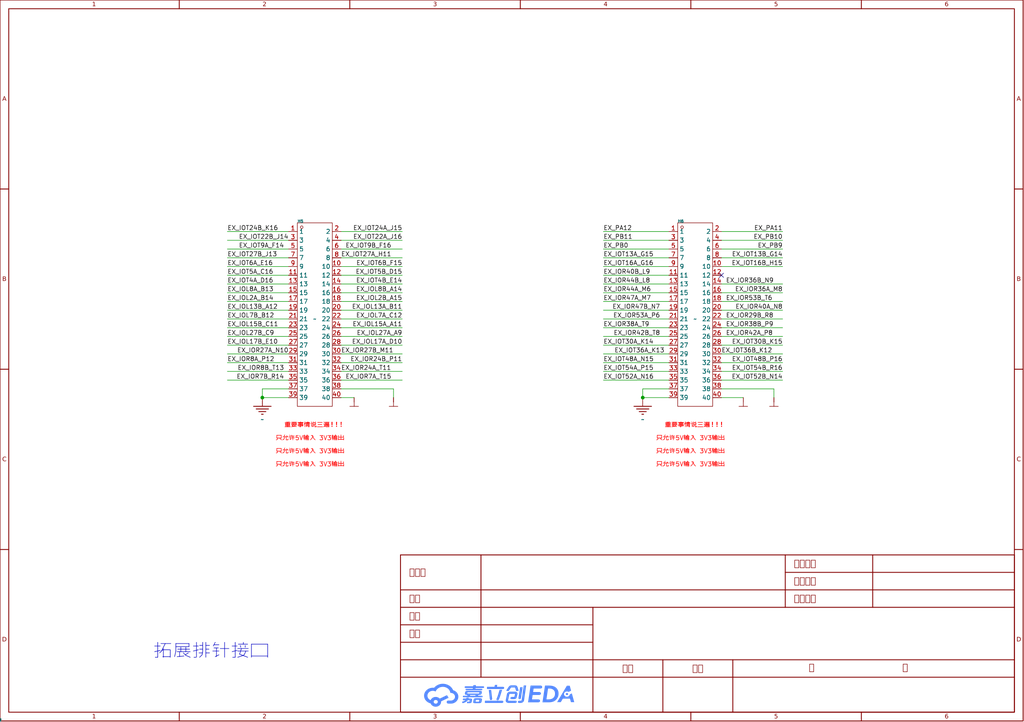
<source format=kicad_sch>
(kicad_sch
	(version 20250114)
	(generator "eeschema")
	(generator_version "9.0")
	(uuid "0b3c785e-f8d5-4e9a-8a58-84427e5fe946")
	(paper "User" 297.434 209.804)
	(lib_symbols
		(symbol "Library:12251220ANG0S115001"
			(exclude_from_sim no)
			(in_bom yes)
			(on_board yes)
			(property "Reference" "H"
				(at 0 0 0)
				(effects
					(font
						(size 1.27 1.27)
					)
				)
			)
			(property "Value" ""
				(at 0 0 0)
				(effects
					(font
						(size 1.27 1.27)
					)
				)
			)
			(property "Footprint" "ProPrj_立创·-easyedapro:HDR-TH_40P-P2.54-V-M-R2-C20-S2.54"
				(at 0 0 0)
				(effects
					(font
						(size 1.27 1.27)
					)
					(hide yes)
				)
			)
			(property "Datasheet" "https://atta.szlcsc.com/upload/public/pdf/source/20190920/C429965_BC46B4ED575BB92CEF1C6420E537C4AD.pdf"
				(at 0 0 0)
				(effects
					(font
						(size 1.27 1.27)
					)
					(hide yes)
				)
			)
			(property "Description" "排数:双排;总PIN位数:40P;间距:2.54mm;插针结构:2x20P;行距:2.54mm;安装类型:直插;圆针/方针:方针;额定电流:3A;额定电压:-;配合针长度:6mm;塑高:2.5mm;端接针长度:3mm;触头材质:黄铜;触头镀层:-;工作温度范围:-40°C~+105°C;颜色:黑色;"
				(at 0 0 0)
				(effects
					(font
						(size 1.27 1.27)
					)
					(hide yes)
				)
			)
			(property "Manufacturer Part" "12251220ANG0S115001"
				(at 0 0 0)
				(effects
					(font
						(size 1.27 1.27)
					)
					(hide yes)
				)
			)
			(property "Manufacturer" "JILN(锦凌)"
				(at 0 0 0)
				(effects
					(font
						(size 1.27 1.27)
					)
					(hide yes)
				)
			)
			(property "Supplier Part" "C429965"
				(at 0 0 0)
				(effects
					(font
						(size 1.27 1.27)
					)
					(hide yes)
				)
			)
			(property "Supplier" "LCSC"
				(at 0 0 0)
				(effects
					(font
						(size 1.27 1.27)
					)
					(hide yes)
				)
			)
			(property "LCSC Part Name" "2.54mm 2x20P 直插 方针"
				(at 0 0 0)
				(effects
					(font
						(size 1.27 1.27)
					)
					(hide yes)
				)
			)
			(symbol "12251220ANG0S115001_1_0"
				(rectangle
					(start -5.08 -25.4)
					(end 5.08 27.94)
					(stroke
						(width 0)
						(type default)
					)
					(fill
						(type none)
					)
				)
				(circle
					(center -3.81 26.67)
					(radius 0.381)
					(stroke
						(width 0)
						(type default)
					)
					(fill
						(type none)
					)
				)
				(pin input line
					(at -7.62 25.4 0)
					(length 2.54)
					(name "1"
						(effects
							(font
								(size 1.27 1.27)
							)
						)
					)
					(number "1"
						(effects
							(font
								(size 1.27 1.27)
							)
						)
					)
				)
				(pin input line
					(at -7.62 22.86 0)
					(length 2.54)
					(name "3"
						(effects
							(font
								(size 1.27 1.27)
							)
						)
					)
					(number "3"
						(effects
							(font
								(size 1.27 1.27)
							)
						)
					)
				)
				(pin input line
					(at -7.62 20.32 0)
					(length 2.54)
					(name "5"
						(effects
							(font
								(size 1.27 1.27)
							)
						)
					)
					(number "5"
						(effects
							(font
								(size 1.27 1.27)
							)
						)
					)
				)
				(pin input line
					(at -7.62 17.78 0)
					(length 2.54)
					(name "7"
						(effects
							(font
								(size 1.27 1.27)
							)
						)
					)
					(number "7"
						(effects
							(font
								(size 1.27 1.27)
							)
						)
					)
				)
				(pin input line
					(at -7.62 15.24 0)
					(length 2.54)
					(name "9"
						(effects
							(font
								(size 1.27 1.27)
							)
						)
					)
					(number "9"
						(effects
							(font
								(size 1.27 1.27)
							)
						)
					)
				)
				(pin input line
					(at -7.62 12.7 0)
					(length 2.54)
					(name "11"
						(effects
							(font
								(size 1.27 1.27)
							)
						)
					)
					(number "11"
						(effects
							(font
								(size 1.27 1.27)
							)
						)
					)
				)
				(pin input line
					(at -7.62 10.16 0)
					(length 2.54)
					(name "13"
						(effects
							(font
								(size 1.27 1.27)
							)
						)
					)
					(number "13"
						(effects
							(font
								(size 1.27 1.27)
							)
						)
					)
				)
				(pin input line
					(at -7.62 7.62 0)
					(length 2.54)
					(name "15"
						(effects
							(font
								(size 1.27 1.27)
							)
						)
					)
					(number "15"
						(effects
							(font
								(size 1.27 1.27)
							)
						)
					)
				)
				(pin input line
					(at -7.62 5.08 0)
					(length 2.54)
					(name "17"
						(effects
							(font
								(size 1.27 1.27)
							)
						)
					)
					(number "17"
						(effects
							(font
								(size 1.27 1.27)
							)
						)
					)
				)
				(pin input line
					(at -7.62 2.54 0)
					(length 2.54)
					(name "19"
						(effects
							(font
								(size 1.27 1.27)
							)
						)
					)
					(number "19"
						(effects
							(font
								(size 1.27 1.27)
							)
						)
					)
				)
				(pin input line
					(at -7.62 0 0)
					(length 2.54)
					(name "21"
						(effects
							(font
								(size 1.27 1.27)
							)
						)
					)
					(number "21"
						(effects
							(font
								(size 1.27 1.27)
							)
						)
					)
				)
				(pin input line
					(at -7.62 -2.54 0)
					(length 2.54)
					(name "23"
						(effects
							(font
								(size 1.27 1.27)
							)
						)
					)
					(number "23"
						(effects
							(font
								(size 1.27 1.27)
							)
						)
					)
				)
				(pin input line
					(at -7.62 -5.08 0)
					(length 2.54)
					(name "25"
						(effects
							(font
								(size 1.27 1.27)
							)
						)
					)
					(number "25"
						(effects
							(font
								(size 1.27 1.27)
							)
						)
					)
				)
				(pin input line
					(at -7.62 -7.62 0)
					(length 2.54)
					(name "27"
						(effects
							(font
								(size 1.27 1.27)
							)
						)
					)
					(number "27"
						(effects
							(font
								(size 1.27 1.27)
							)
						)
					)
				)
				(pin input line
					(at -7.62 -10.16 0)
					(length 2.54)
					(name "29"
						(effects
							(font
								(size 1.27 1.27)
							)
						)
					)
					(number "29"
						(effects
							(font
								(size 1.27 1.27)
							)
						)
					)
				)
				(pin input line
					(at -7.62 -12.7 0)
					(length 2.54)
					(name "31"
						(effects
							(font
								(size 1.27 1.27)
							)
						)
					)
					(number "31"
						(effects
							(font
								(size 1.27 1.27)
							)
						)
					)
				)
				(pin input line
					(at -7.62 -15.24 0)
					(length 2.54)
					(name "33"
						(effects
							(font
								(size 1.27 1.27)
							)
						)
					)
					(number "33"
						(effects
							(font
								(size 1.27 1.27)
							)
						)
					)
				)
				(pin input line
					(at -7.62 -17.78 0)
					(length 2.54)
					(name "35"
						(effects
							(font
								(size 1.27 1.27)
							)
						)
					)
					(number "35"
						(effects
							(font
								(size 1.27 1.27)
							)
						)
					)
				)
				(pin input line
					(at -7.62 -20.32 0)
					(length 2.54)
					(name "37"
						(effects
							(font
								(size 1.27 1.27)
							)
						)
					)
					(number "37"
						(effects
							(font
								(size 1.27 1.27)
							)
						)
					)
				)
				(pin input line
					(at -7.62 -22.86 0)
					(length 2.54)
					(name "39"
						(effects
							(font
								(size 1.27 1.27)
							)
						)
					)
					(number "39"
						(effects
							(font
								(size 1.27 1.27)
							)
						)
					)
				)
				(pin input line
					(at 7.62 25.4 180)
					(length 2.54)
					(name "2"
						(effects
							(font
								(size 1.27 1.27)
							)
						)
					)
					(number "2"
						(effects
							(font
								(size 1.27 1.27)
							)
						)
					)
				)
				(pin input line
					(at 7.62 22.86 180)
					(length 2.54)
					(name "4"
						(effects
							(font
								(size 1.27 1.27)
							)
						)
					)
					(number "4"
						(effects
							(font
								(size 1.27 1.27)
							)
						)
					)
				)
				(pin input line
					(at 7.62 20.32 180)
					(length 2.54)
					(name "6"
						(effects
							(font
								(size 1.27 1.27)
							)
						)
					)
					(number "6"
						(effects
							(font
								(size 1.27 1.27)
							)
						)
					)
				)
				(pin input line
					(at 7.62 17.78 180)
					(length 2.54)
					(name "8"
						(effects
							(font
								(size 1.27 1.27)
							)
						)
					)
					(number "8"
						(effects
							(font
								(size 1.27 1.27)
							)
						)
					)
				)
				(pin input line
					(at 7.62 15.24 180)
					(length 2.54)
					(name "10"
						(effects
							(font
								(size 1.27 1.27)
							)
						)
					)
					(number "10"
						(effects
							(font
								(size 1.27 1.27)
							)
						)
					)
				)
				(pin input line
					(at 7.62 12.7 180)
					(length 2.54)
					(name "12"
						(effects
							(font
								(size 1.27 1.27)
							)
						)
					)
					(number "12"
						(effects
							(font
								(size 1.27 1.27)
							)
						)
					)
				)
				(pin input line
					(at 7.62 10.16 180)
					(length 2.54)
					(name "14"
						(effects
							(font
								(size 1.27 1.27)
							)
						)
					)
					(number "14"
						(effects
							(font
								(size 1.27 1.27)
							)
						)
					)
				)
				(pin input line
					(at 7.62 7.62 180)
					(length 2.54)
					(name "16"
						(effects
							(font
								(size 1.27 1.27)
							)
						)
					)
					(number "16"
						(effects
							(font
								(size 1.27 1.27)
							)
						)
					)
				)
				(pin input line
					(at 7.62 5.08 180)
					(length 2.54)
					(name "18"
						(effects
							(font
								(size 1.27 1.27)
							)
						)
					)
					(number "18"
						(effects
							(font
								(size 1.27 1.27)
							)
						)
					)
				)
				(pin input line
					(at 7.62 2.54 180)
					(length 2.54)
					(name "20"
						(effects
							(font
								(size 1.27 1.27)
							)
						)
					)
					(number "20"
						(effects
							(font
								(size 1.27 1.27)
							)
						)
					)
				)
				(pin input line
					(at 7.62 0 180)
					(length 2.54)
					(name "22"
						(effects
							(font
								(size 1.27 1.27)
							)
						)
					)
					(number "22"
						(effects
							(font
								(size 1.27 1.27)
							)
						)
					)
				)
				(pin input line
					(at 7.62 -2.54 180)
					(length 2.54)
					(name "24"
						(effects
							(font
								(size 1.27 1.27)
							)
						)
					)
					(number "24"
						(effects
							(font
								(size 1.27 1.27)
							)
						)
					)
				)
				(pin input line
					(at 7.62 -5.08 180)
					(length 2.54)
					(name "26"
						(effects
							(font
								(size 1.27 1.27)
							)
						)
					)
					(number "26"
						(effects
							(font
								(size 1.27 1.27)
							)
						)
					)
				)
				(pin input line
					(at 7.62 -7.62 180)
					(length 2.54)
					(name "28"
						(effects
							(font
								(size 1.27 1.27)
							)
						)
					)
					(number "28"
						(effects
							(font
								(size 1.27 1.27)
							)
						)
					)
				)
				(pin input line
					(at 7.62 -10.16 180)
					(length 2.54)
					(name "30"
						(effects
							(font
								(size 1.27 1.27)
							)
						)
					)
					(number "30"
						(effects
							(font
								(size 1.27 1.27)
							)
						)
					)
				)
				(pin input line
					(at 7.62 -12.7 180)
					(length 2.54)
					(name "32"
						(effects
							(font
								(size 1.27 1.27)
							)
						)
					)
					(number "32"
						(effects
							(font
								(size 1.27 1.27)
							)
						)
					)
				)
				(pin input line
					(at 7.62 -15.24 180)
					(length 2.54)
					(name "34"
						(effects
							(font
								(size 1.27 1.27)
							)
						)
					)
					(number "34"
						(effects
							(font
								(size 1.27 1.27)
							)
						)
					)
				)
				(pin input line
					(at 7.62 -17.78 180)
					(length 2.54)
					(name "36"
						(effects
							(font
								(size 1.27 1.27)
							)
						)
					)
					(number "36"
						(effects
							(font
								(size 1.27 1.27)
							)
						)
					)
				)
				(pin input line
					(at 7.62 -20.32 180)
					(length 2.54)
					(name "38"
						(effects
							(font
								(size 1.27 1.27)
							)
						)
					)
					(number "38"
						(effects
							(font
								(size 1.27 1.27)
							)
						)
					)
				)
				(pin input line
					(at 7.62 -22.86 180)
					(length 2.54)
					(name "40"
						(effects
							(font
								(size 1.27 1.27)
							)
						)
					)
					(number "40"
						(effects
							(font
								(size 1.27 1.27)
							)
						)
					)
				)
			)
			(embedded_fonts no)
		)
		(symbol "Library:5-Voltage"
			(power)
			(pin_numbers
				(hide yes)
			)
			(pin_names
				(hide yes)
			)
			(exclude_from_sim no)
			(in_bom yes)
			(on_board yes)
			(property "Reference" "#PWR"
				(at 0 0 0)
				(effects
					(font
						(size 1.27 1.27)
					)
					(hide yes)
				)
			)
			(property "Value" ""
				(at 0 3.81 0)
				(effects
					(font
						(size 1.27 1.27)
					)
				)
			)
			(property "Footprint" "ProPrj_立创·-easyedapro:"
				(at 0 0 0)
				(effects
					(font
						(size 1.27 1.27)
					)
					(hide yes)
				)
			)
			(property "Datasheet" ""
				(at 0 0 0)
				(effects
					(font
						(size 1.27 1.27)
					)
					(hide yes)
				)
			)
			(property "Description" "Power-5V"
				(at 0 0 0)
				(effects
					(font
						(size 1.27 1.27)
					)
					(hide yes)
				)
			)
			(symbol "5-Voltage_1_0"
				(polyline
					(pts
						(xy -1.27 2.54) (xy 1.27 2.54)
					)
					(stroke
						(width 0)
						(type default)
					)
					(fill
						(type none)
					)
				)
				(polyline
					(pts
						(xy 0 2.54) (xy 0 1.27)
					)
					(stroke
						(width 0)
						(type default)
					)
					(fill
						(type none)
					)
				)
				(pin power_in line
					(at 0 0 90)
					(length 1.27)
					(name "+3.3V"
						(effects
							(font
								(size 1.27 1.27)
							)
						)
					)
					(number "1"
						(effects
							(font
								(size 0.0254 0.0254)
							)
						)
					)
				)
			)
			(embedded_fonts no)
		)
		(symbol "Library:Ground-GND"
			(power)
			(pin_numbers
				(hide yes)
			)
			(pin_names
				(hide yes)
			)
			(exclude_from_sim no)
			(in_bom yes)
			(on_board yes)
			(property "Reference" "#PWR"
				(at 0 0 0)
				(effects
					(font
						(size 1.27 1.27)
					)
					(hide yes)
				)
			)
			(property "Value" ""
				(at 0 -6.35 0)
				(effects
					(font
						(size 1.27 1.27)
					)
					(hide yes)
				)
			)
			(property "Footprint" "ProPrj_立创·-easyedapro:"
				(at 0 0 0)
				(effects
					(font
						(size 1.27 1.27)
					)
					(hide yes)
				)
			)
			(property "Datasheet" ""
				(at 0 0 0)
				(effects
					(font
						(size 1.27 1.27)
					)
					(hide yes)
				)
			)
			(property "Description" ""
				(at 0 0 0)
				(effects
					(font
						(size 1.27 1.27)
					)
					(hide yes)
				)
			)
			(symbol "Ground-GND_1_0"
				(polyline
					(pts
						(xy -2.54 -2.54) (xy 2.54 -2.54)
					)
					(stroke
						(width 0.254)
						(type default)
					)
					(fill
						(type none)
					)
				)
				(polyline
					(pts
						(xy -1.778 -3.302) (xy 1.778 -3.302)
					)
					(stroke
						(width 0.254)
						(type default)
					)
					(fill
						(type none)
					)
				)
				(polyline
					(pts
						(xy -1.016 -4.064) (xy 1.016 -4.064)
					)
					(stroke
						(width 0.254)
						(type default)
					)
					(fill
						(type none)
					)
				)
				(polyline
					(pts
						(xy -0.254 -4.826) (xy 0.254 -4.826)
					)
					(stroke
						(width 0.254)
						(type default)
					)
					(fill
						(type none)
					)
				)
				(pin power_in line
					(at 0 0 270)
					(length 2.54)
					(name ""
						(effects
							(font
								(size 1.27 1.27)
							)
						)
					)
					(number "1"
						(effects
							(font
								(size 0.0254 0.0254)
							)
						)
					)
				)
			)
			(embedded_fonts no)
		)
		(symbol "Library:Power-VCC"
			(power)
			(pin_numbers
				(hide yes)
			)
			(pin_names
				(hide yes)
			)
			(exclude_from_sim no)
			(in_bom yes)
			(on_board yes)
			(property "Reference" "#PWR"
				(at 0 0 0)
				(effects
					(font
						(size 1.27 1.27)
					)
					(hide yes)
				)
			)
			(property "Value" ""
				(at 0 2.54 0)
				(effects
					(font
						(size 1.27 1.27)
					)
					(justify bottom)
				)
			)
			(property "Footprint" "ProPrj_立创·-easyedapro:"
				(at 0 0 0)
				(effects
					(font
						(size 1.27 1.27)
					)
					(hide yes)
				)
			)
			(property "Datasheet" ""
				(at 0 0 0)
				(effects
					(font
						(size 1.27 1.27)
					)
					(hide yes)
				)
			)
			(property "Description" ""
				(at 0 0 0)
				(effects
					(font
						(size 1.27 1.27)
					)
					(hide yes)
				)
			)
			(symbol "Power-VCC_1_0"
				(polyline
					(pts
						(xy -1.27 2.54) (xy 1.27 2.54)
					)
					(stroke
						(width 0)
						(type default)
					)
					(fill
						(type none)
					)
				)
				(polyline
					(pts
						(xy 0 2.54) (xy 0 1.27)
					)
					(stroke
						(width 0)
						(type default)
					)
					(fill
						(type none)
					)
				)
				(pin power_in line
					(at 0 0 90)
					(length 1.27)
					(name "+5V_IN"
						(effects
							(font
								(size 1.27 1.27)
							)
						)
					)
					(number "1"
						(effects
							(font
								(size 0.0254 0.0254)
							)
						)
					)
				)
			)
			(embedded_fonts no)
		)
		(symbol "Library:Sheet-Symbol_A4"
			(exclude_from_sim no)
			(in_bom yes)
			(on_board yes)
			(property "Reference" ""
				(at 0 0 0)
				(effects
					(font
						(size 1.27 1.27)
					)
				)
			)
			(property "Value" ""
				(at 0 0 0)
				(effects
					(font
						(size 1.27 1.27)
					)
				)
			)
			(property "Footprint" "ProPrj_立创·-easyedapro:"
				(at 0 0 0)
				(effects
					(font
						(size 1.27 1.27)
					)
					(hide yes)
				)
			)
			(property "Datasheet" ""
				(at 0 0 0)
				(effects
					(font
						(size 1.27 1.27)
					)
					(hide yes)
				)
			)
			(property "Description" ""
				(at 0 0 0)
				(effects
					(font
						(size 1.27 1.27)
					)
					(hide yes)
				)
			)
			(symbol "Sheet-Symbol_A4_0_0"
				(polyline
					(pts
						(xy 128.7854 10.797) (xy 128.9314 10.7879) (xy 129.0762 10.7727) (xy 129.2196 10.7516) (xy 129.3615 10.7247)
						(xy 129.5015 10.6919) (xy 129.6396 10.6535) (xy 129.7755 10.6093) (xy 129.909 10.5596) (xy 130.0399 10.5043)
						(xy 130.1681 10.4436) (xy 130.2933 10.3775) (xy 130.4153 10.306) (xy 130.534 10.2293) (xy 130.6491 10.1475)
						(xy 130.7605 10.0605) (xy 130.8308 10.0016) (xy 130.8989 9.941) (xy 130.9647 9.8787) (xy 131.0282 9.8146)
						(xy 131.0894 9.749) (xy 131.1483 9.6818) (xy 131.2048 9.6131) (xy 131.259 9.543) (xy 131.3108 9.4715)
						(xy 131.3602 9.3988) (xy 131.4072 9.3248) (xy 131.4518 9.2497) (xy 131.4939 9.1734) (xy 131.5336 9.0962)
						(xy 131.5708 9.018) (xy 131.6054 8.9389) (xy 131.7692 8.8856) (xy 131.9267 8.821) (xy 132.0774 8.7457)
						(xy 132.2206 8.6601) (xy 132.3556 8.5649) (xy 132.482 8.4605) (xy 132.5989 8.3475) (xy 132.7059 8.2265)
						(xy 132.8022 8.0979) (xy 132.8873 7.9622) (xy 132.9606 7.8201) (xy 133.0213 7.6721) (xy 133.0689 7.5186)
						(xy 133.0876 7.44) (xy 133.1028 7.3602) (xy 133.1144 7.2794) (xy 133.1223 7.1975) (xy 133.1265 7.1147)
						(xy 133.1268 7.031) (xy 133.1244 6.9368) (xy 133.1172 6.8432) (xy 133.1052 6.7504) (xy 133.0885 6.6585)
						(xy 133.0672 6.5676) (xy 133.0413 6.4779) (xy 133.0109 6.3895) (xy 132.976 6.3026) (xy 132.9367 6.2172)
						(xy 132.8931 6.1334) (xy 132.8452 6.0516) (xy 132.793 5.9716) (xy 132.7367 5.8938) (xy 132.6762 5.8181)
						(xy 132.6117 5.7448) (xy 132.5432 5.674) (xy 132.4716 5.6066) (xy 132.3971 5.5425) (xy 132.3197 5.4819)
						(xy 132.2396 5.4248) (xy 132.157 5.3713) (xy 132.072 5.3214) (xy 131.9846 5.2753) (xy 131.8951 5.2329)
						(xy 131.8036 5.1943) (xy 131.7102 5.1596) (xy 131.6149 5.1289) (xy 131.5181 5.1021) (xy 131.4198 5.0795)
						(xy 131.3201 5.061) (xy 131.2191 5.0467) (xy 131.117 5.0366) (xy 131.0755 5.0344) (xy 131.034 5.0344)
						(xy 130.1989 5.0344) (xy 130.1989 5.0388) (xy 130.1754 5.0412) (xy 130.1524 5.0445) (xy 130.1296 5.0488)
						(xy 130.1073 5.0541) (xy 130.0854 5.0602) (xy 130.064 5.0672) (xy 130.043 5.0751) (xy 130.0225 5.0839)
						(xy 130.0026 5.0934) (xy 129.9832 5.1037) (xy 129.9644 5.1148) (xy 129.9461 5.1267) (xy 129.9286 5.1392)
						(xy 129.9116 5.1525) (xy 129.8954 5.1664) (xy 129.8799 5.181) (xy 129.8651 5.1961) (xy 129.851 5.2119)
						(xy 129.8378 5.2283) (xy 129.8254 5.2452) (xy 129.8138 5.2627) (xy 129.8031 5.2807) (xy 129.7933 5.2991)
						(xy 129.7844 5.318) (xy 129.7764 5.3374) (xy 129.7694 5.3571) (xy 129.7635 5.3773) (xy 129.7585 5.3978)
						(xy 129.7546 5.4186) (xy 129.7518 5.4398) (xy 129.7501 5.4613) (xy 129.7495 5.483) (xy 129.7502 5.506)
						(xy 129.7521 5.5286) (xy 129.7552 5.551) (xy 129.7596 5.573) (xy 129.7651 5.5946) (xy 129.7718 5.6158)
						(xy 129.7796 5.6365) (xy 129.7884 5.6568) (xy 129.7983 5.6765) (xy 129.8093 5.6958) (xy 129.8212 5.7145)
						(xy 129.834 5.7326) (xy 129.8478 5.7501) (xy 129.8624 5.767) (xy 129.8779 5.7832) (xy 129.8942 5.7987)
						(xy 129.9113 5.8134) (xy 129.9292 5.8275) (xy 129.9477 5.8407) (xy 129.967 5.8532) (xy 129.9869 5.8648)
						(xy 130.0075 5.8755) (xy 130.0286 5.8854) (xy 130.0503 5.8943) (xy 130.0726 5.9023) (xy 130.0953 5.9094)
						(xy 130.1185 5.9154) (xy 130.1421 5.9204) (xy 130.1662 5.9243) (xy 130.1906 5.9271) (xy 130.2153 5.9288)
						(xy 130.2404 5.9294) (xy 130.2531 5.9293) (xy 130.2656 5.929) (xy 130.2779 5.9284) (xy 130.2901 5.9275)
						(xy 130.3022 5.9263) (xy 130.3142 5.9247) (xy 130.3261 5.9228) (xy 130.338 5.9205) (xy 131.0413 5.9205)
						(xy 131.0998 5.9264) (xy 131.1574 5.9347) (xy 131.214 5.9454) (xy 131.2697 5.9584) (xy 131.3243 5.9737)
						(xy 131.3778 5.9913) (xy 131.4302 6.011) (xy 131.4812 6.0328) (xy 131.531 6.0567) (xy 131.5794 6.0826)
						(xy 131.6264 6.1103) (xy 131.6718 6.14) (xy 131.7157 6.1714) (xy 131.7579 6.2046) (xy 131.7984 6.2394)
						(xy 131.8371 6.2759) (xy 131.874 6.3139) (xy 131.909 6.3535) (xy 131.9421 6.3945) (xy 131.973 6.4368)
						(xy 132.0019 6.4805) (xy 132.0287 6.5255) (xy 132.0532 6.5716) (xy 132.0753 6.6189) (xy 132.0952 6.6673)
						(xy 132.1126 6.7167) (xy 132.1275 6.767) (xy 132.1398 6.8183) (xy 132.1495 6.8703) (xy 132.1565 6.9232)
						(xy 132.1608 6.9768) (xy 132.1622 7.031) (xy 132.1606 7.0884) (xy 132.1559 7.1449) (xy 132.1481 7.2007)
						(xy 132.1374 7.2556) (xy 132.1237 7.3095) (xy 132.1073 7.3624) (xy 132.088 7.4142) (xy 132.0661 7.4648)
						(xy 132.0417 7.5142) (xy 132.0146 7.5622) (xy 131.9852 7.6089) (xy 131.9533 7.6542) (xy 131.9192 7.6979)
						(xy 131.8829 7.74) (xy 131.8444 7.7805) (xy 131.8039 7.8192) (xy 131.7613 7.8561) (xy 131.7169 7.8912)
						(xy 131.6706 7.9243) (xy 131.6225 7.9554) (xy 131.5728 7.9844) (xy 131.5215 8.0113) (xy 131.4686 8.0359)
						(xy 131.4143 8.0583) (xy 131.3586 8.0783) (xy 131.3016 8.0958) (xy 131.2433 8.1108) (xy 131.1839 8.1233)
						(xy 131.1235 8.1331) (xy 131.062 8.1402) (xy 130.9996 8.1445) (xy 130.9363 8.146) (xy 130.9056 8.1459)
						(xy 130.8905 8.1457) (xy 130.8756 8.1454) (xy 130.8608 8.1449) (xy 130.846 8.1441) (xy 130.8313 8.143)
						(xy 130.8167 8.1415) (xy 130.8029 8.2346) (xy 130.7844 8.3262) (xy 130.7615 8.4163) (xy 130.7341 8.5047)
						(xy 130.7024 8.5915) (xy 130.6665 8.6764) (xy 130.6266 8.7594) (xy 130.5827 8.8404) (xy 130.5349 8.9193)
						(xy 130.4834 8.996) (xy 130.4283 9.0703) (xy 130.3696 9.1422) (xy 130.3075 9.2116) (xy 130.2422 9.2784)
						(xy 130.1737 9.3424) (xy 130.1021 9.4036) (xy 130.0275 9.4619) (xy 129.9501 9.5171) (xy 129.87 9.5692)
						(xy 129.7873 9.6181) (xy 129.702 9.6637) (xy 129.6144 9.7058) (xy 129.5245 9.7444) (xy 129.4324 9.7794)
						(xy 129.3383 9.8106) (xy 129.2422 9.838) (xy 129.1442 9.8614) (xy 129.0446 9.8808) (xy 128.9434 9.8961)
						(xy 128.8406 9.9071) (xy 128.7365 9.9138) (xy 128.6311 9.9161) (xy 128.5404 9.9144) (xy 128.4507 9.9095)
						(xy 128.3619 9.9013) (xy 128.2742 9.8899) (xy 128.1877 9.8755) (xy 128.1024 9.858) (xy 128.0184 9.8375)
						(xy 127.9357 9.8141) (xy 127.8544 9.7879) (xy 127.7747 9.7589) (xy 127.6965 9.7271) (xy 127.62 9.6927)
						(xy 127.5451 9.6558) (xy 127.4721 9.6163) (xy 127.4009 9.5743) (xy 127.3316 9.5299) (xy 127.2644 9.4832)
						(xy 127.1992 9.4342) (xy 127.1361 9.3831) (xy 127.0752 9.3297) (xy 127.0167 9.2743) (xy 126.9604 9.2169)
						(xy 126.9066 9.1575) (xy 126.8553 9.0962) (xy 126.8066 9.0331) (xy 126.7605 8.9683) (xy 126.7171 8.9017)
						(xy 126.6764 8.8336) (xy 126.6387 8.7638) (xy 126.6038 8.6925) (xy 126.572 8.6198) (xy 126.5432 8.5457)
						(xy 126.4974 8.5709) (xy 126.4506 8.5945) (xy 126.4029 8.6168) (xy 126.3544 8.6375) (xy 126.3049 8.6567)
						(xy 126.2547 8.6744) (xy 126.2037 8.6906) (xy 126.1518 8.7051) (xy 126.0993 8.718) (xy 126.046 8.7293)
						(xy 125.992 8.739) (xy 125.9374 8.7469) (xy 125.8821 8.7531) (xy 125.8263 8.7576) (xy 125.7699 8.7603)
						(xy 125.7129 8.7612) (xy 125.6323 8.7593) (xy 125.5528 8.7538) (xy 125.4745 8.7447) (xy 125.3974 8.7322)
						(xy 125.3217 8.7162) (xy 125.2474 8.697) (xy 125.1747 8.6745) (xy 125.1036 8.649) (xy 125.0343 8.6204)
						(xy 124.9668 8.5889) (xy 124.9012 8.5546) (xy 124.8377 8.5175) (xy 124.7763 8.4777) (xy 124.7172 8.4354)
						(xy 124.6604 8.3906) (xy 124.606 8.3434) (xy 124.5542 8.2939) (xy 124.505 8.2422) (xy 124.4585 8.1884)
						(xy 124.4149 8.1325) (xy 124.3742 8.0747) (xy 124.3365 8.0151) (xy 124.3019 7.9538) (xy 124.2706 7.8907)
						(xy 124.2425 7.8261) (xy 124.2179 7.76) (xy 124.1968 7.6926) (xy 124.1794 7.6238) (xy 124.1656 7.5538)
						(xy 124.1556 7.4827) (xy 124.1496 7.4106) (xy 124.1476 7.3375) (xy 124.1487 7.283) (xy 124.152 7.229)
						(xy 124.1575 7.1756) (xy 124.1652 7.1228) (xy 124.175 7.0707) (xy 124.1868 7.0192) (xy 124.2006 6.9684)
						(xy 124.2165 6.9183) (xy 124.2342 6.8691) (xy 124.2539 6.8206) (xy 124.2754 6.773) (xy 124.2987 6.7263)
						(xy 124.3239 6.6805) (xy 124.3507 6.6357) (xy 124.3793 6.5919) (xy 124.4095 6.5491) (xy 124.4413 6.5074)
						(xy 124.4747 6.4667) (xy 124.5096 6.4272) (xy 124.5461 6.3889) (xy 124.5839 6.3518) (xy 124.6232 6.316)
						(xy 124.6639 6.2814) (xy 124.7059 6.2481) (xy 124.7492 6.2162) (xy 124.7938 6.1857) (xy 124.8396 6.1566)
						(xy 124.8865 6.129) (xy 124.9346 6.1029) (xy 124.9838 6.0783) (xy 125.034 6.0552) (xy 125.0853 6.0338)
						(xy 125.1302 6.1348) (xy 125.1831 6.2318) (xy 125.2437 6.3244) (xy 125.3116 6.4124) (xy 125.3864 6.4953)
						(xy 125.4677 6.5728) (xy 125.5552 6.6447) (xy 125.6485 6.7104) (xy 125.7472 6.7697) (xy 125.8509 6.8222)
						(xy 125.9592 6.8676) (xy 126.0719 6.9055) (xy 126.1885 6.9356) (xy 126.3085 6.9575) (xy 126.4318 6.971)
						(xy 126.5578 6.9755) (xy 126.6447 6.9733) (xy 126.7304 6.9668) (xy 126.8147 6.9561) (xy 126.8976 6.9414)
						(xy 126.9788 6.9227) (xy 127.0583 6.9002) (xy 127.136 6.874) (xy 127.2117 6.8442) (xy 127.2852 6.8109)
						(xy 127.3565 6.7743) (xy 127.4255 6.7345) (xy 127.4919 6.6916) (xy 127.5557 6.6457) (xy 127.6167 6.5969)
						(xy 127.6749 6.5455) (xy 127.73 6.4913) (xy 129.8252 7.493) (xy 130.3039 6.7379) (xy 128.1134 5.6918)
						(xy 128.1151 5.6749) (xy 128.1166 5.6578) (xy 128.1178 5.6404) (xy 128.1189 5.6229) (xy 128.1197 5.6055)
						(xy 128.1202 5.5881) (xy 128.1206 5.5709) (xy 128.1207 5.5541) (xy 128.1187 5.4812) (xy 128.1126 5.4093)
						(xy 128.1027 5.3384) (xy 128.0889 5.2686) (xy 128.0714 5.2001) (xy 128.0504 5.1328) (xy 128.0258 5.0669)
						(xy 127.9978 5.0025) (xy 127.9664 4.9397) (xy 127.9319 4.8785) (xy 127.8943 4.8191) (xy 127.8536 4.7615)
						(xy 127.81 4.7058) (xy 127.7637 4.6522) (xy 127.7145 4.6006) (xy 127.6628 4.5513) (xy 127.6086 4.5043)
						(xy 127.5519 4.4596) (xy 127.4929 4.4174) (xy 127.4317 4.3778) (xy 127.3684 4.3408) (xy 127.3031 4.3066)
						(xy 127.2358 4.2752) (xy 127.1667 4.2467) (xy 127.0959 4.2212) (xy 127.0235 4.1988) (xy 126.9495 4.1797)
						(xy 126.8741 4.1638) (xy 126.7974 4.1513) (xy 126.7194 4.1422) (xy 126.6404 4.1367) (xy 126.5603 4.1349)
						(xy 126.4962 4.1361) (xy 126.4328 4.1396) (xy 126.3701 4.1454) (xy 126.3082 4.1534) (xy 126.247 4.1637)
						(xy 126.1867 4.1761) (xy 126.1272 4.1906) (xy 126.0687 4.2072) (xy 126.0112 4.2257) (xy 125.9548 4.2463)
						(xy 125.8994 4.2688) (xy 125.8452 4.2931) (xy 125.7922 4.3193) (xy 125.7404 4.3472) (xy 125.69 4.3769)
						(xy 125.6408 4.4083) (xy 125.5931 4.4414) (xy 125.5469 4.476) (xy 125.5021 4.5122) (xy 125.4589 4.5499)
						(xy 125.4173 4.5891) (xy 125.3774 4.6296) (xy 125.3392 4.6716) (xy 125.3027 4.7149) (xy 125.268 4.7594)
						(xy 125.2352 4.8052) (xy 125.2044 4.8522) (xy 125.1754 4.9003) (xy 125.1485 4.9495) (xy 125.1237 4.9997)
						(xy 125.101 5.051) (xy 125.0804 5.1032) (xy 124.9916 5.1259) (xy 124.904 5.1514) (xy 124.8175 5.1797)
						(xy 124.7323 5.2108) (xy 124.6484 5.2446) (xy 124.5659 5.2811) (xy 124.4849 5.3204) (xy 124.4055 5.3622)
						(xy 124.3277 5.4068) (xy 124.2516 5.4539) (xy 124.1772 5.5036) (xy 124.1048 5.5558) (xy 124.1012 5.5585)
						(xy 125.962 5.5585) (xy 125.9628 5.5302) (xy 125.9651 5.5022) (xy 125.9689 5.4747) (xy 125.9743 5.4476)
						(xy 125.981 5.421) (xy 125.9892 5.3949) (xy 125.9987 5.3694) (xy 126.0095 5.3444) (xy 126.0216 5.3201)
						(xy 126.035 5.2965) (xy 126.0495 5.2735) (xy 126.0652 5.2512) (xy 126.0821 5.2297) (xy 126.1 5.209)
						(xy 126.119 5.1891) (xy 126.139 5.1701) (xy 126.16 5.152) (xy 126.1819 5.1348) (xy 126.2047 5.1185)
						(xy 126.2283 5.1033) (xy 126.2528 5.0891) (xy 126.2781 5.0759) (xy 126.3041 5.0638) (xy 126.3308 5.0529)
						(xy 126.3582 5.0431) (xy 126.3862 5.0345) (xy 126.4147 5.0271) (xy 126.4439 5.021) (xy 126.4735 5.0162)
						(xy 126.5036 5.0128) (xy 126.5342 5.0106) (xy 126.5651 5.0099) (xy 126.5963 5.0107) (xy 126.6271 5.0128)
						(xy 126.6573 5.0163) (xy 126.6871 5.0211) (xy 126.7164 5.0273) (xy 126.745 5.0347) (xy 126.7731 5.0433)
						(xy 126.8005 5.0532) (xy 126.8273 5.0642) (xy 126.8533 5.0763) (xy 126.8785 5.0896) (xy 126.903 5.1039)
						(xy 126.9266 5.1192) (xy 126.9494 5.1355) (xy 126.9713 5.1528) (xy 126.9922 5.171) (xy 127.0121 5.19)
						(xy 127.031 5.21) (xy 127.0489 5.2307) (xy 127.0657 5.2522) (xy 127.0813 5.2745) (xy 127.0958 5.2974)
						(xy 127.1091 5.3211) (xy 127.1211 5.3454) (xy 127.1319 5.3703) (xy 127.1413 5.3957) (xy 127.1494 5.4217)
						(xy 127.1561 5.4482) (xy 127.1614 5.4752) (xy 127.1652 5.5026) (xy 127.1675 5.5304) (xy 127.1683 5.5585)
						(xy 127.1675 5.5869) (xy 127.1652 5.6148) (xy 127.1613 5.6424) (xy 127.156 5.6695) (xy 127.1493 5.6961)
						(xy 127.1411 5.7221) (xy 127.1316 5.7477) (xy 127.1208 5.7726) (xy 127.1087 5.7969) (xy 127.0953 5.8206)
						(xy 127.0808 5.8436) (xy 127.065 5.8658) (xy 127.0482 5.8873) (xy 127.0303 5.908) (xy 127.0113 5.9279)
						(xy 126.9913 5.9469) (xy 126.9703 5.965) (xy 126.9484 5.9823) (xy 126.9256 5.9985) (xy 126.9019 6.0138)
						(xy 126.8775 6.028) (xy 126.8522 6.0412) (xy 126.8262 6.0532) (xy 126.7995 6.0642) (xy 126.7721 6.074)
						(xy 126.7441 6.0826) (xy 126.7155 6.0899) (xy 126.6864 6.096) (xy 126.6568 6.1008) (xy 126.6266 6.1043)
						(xy 126.5961 6.1064) (xy 126.5651 6.1071) (xy 126.5342 6.1064) (xy 126.5036 6.1043) (xy 126.4735 6.1008)
						(xy 126.4439 6.0959) (xy 126.4147 6.0898) (xy 126.3862 6.0824) (xy 126.3582 6.0737) (xy 126.3308 6.0639)
						(xy 126.3041 6.0529) (xy 126.2781 6.0407) (xy 126.2528 6.0275) (xy 126.2283 6.0132) (xy 126.2047 5.9979)
						(xy 126.1819 5.9815) (xy 126.16 5.9643) (xy 126.139 5.9461) (xy 126.119 5.927) (xy 126.1 5.9071)
						(xy 126.0821 5.8864) (xy 126.0652 5.8648) (xy 126.0495 5.8426) (xy 126.035 5.8196) (xy 126.0216 5.796)
						(xy 126.0095 5.7717) (xy 125.9987 5.7468) (xy 125.9892 5.7213) (xy 125.981 5.6953) (xy 125.9743 5.6688)
						(xy 125.9689 5.6419) (xy 125.9651 5.6145) (xy 125.9628 5.5867) (xy 125.962 5.5585) (xy 124.1012 5.5585)
						(xy 124.0342 5.6105) (xy 123.9657 5.6677) (xy 123.8993 5.7274) (xy 123.835 5.7895) (xy 123.758 5.8709)
						(xy 123.6856 5.9549) (xy 123.6177 6.0416) (xy 123.5545 6.1307) (xy 123.496 6.2221) (xy 123.4422 6.3156)
						(xy 123.3933 6.4112) (xy 123.3493 6.5085) (xy 123.3103 6.6077) (xy 123.2762 6.7084) (xy 123.2472 6.8105)
						(xy 123.2234 6.9139) (xy 123.2047 7.0184) (xy 123.1913 7.124) (xy 123.1832 7.2304) (xy 123.1805 7.3375)
						(xy 123.1836 7.4524) (xy 123.1929 7.5664) (xy 123.2082 7.6791) (xy 123.2296 7.7906) (xy 123.2569 7.9006)
						(xy 123.29 8.0089) (xy 123.3289 8.1155) (xy 123.3734 8.2201) (xy 123.4236 8.3226) (xy 123.4793 8.4228)
						(xy 123.5405 8.5207) (xy 123.607 8.6159) (xy 123.6789 8.7084) (xy 123.7559 8.7979) (xy 123.8381 8.8844)
						(xy 123.9253 8.9677) (xy 124.0165 9.0474) (xy 124.1112 9.1225) (xy 124.2094 9.1927) (xy 124.3108 9.2582)
						(xy 124.4153 9.3187) (xy 124.5227 9.3743) (xy 124.6329 9.425) (xy 124.7455 9.4705) (xy 124.8606 9.5109)
						(xy 124.9779 9.5462) (xy 125.0971 9.5761) (xy 125.2183 9.6008) (xy 125.3411 9.6201) (xy 125.4654 9.634)
						(xy 125.591 9.6423) (xy 125.7178 9.6451) (xy 125.7634 9.6448) (xy 125.8089 9.6439) (xy 125.8542 9.6422)
						(xy 125.8994 9.6399) (xy 125.9444 9.6368) (xy 125.9894 9.633) (xy 126.0343 9.6283) (xy 126.0792 9.6229)
						(xy 126.1154 9.6668) (xy 126.1524 9.7099) (xy 126.1904 9.7525) (xy 126.2293 9.7944) (xy 126.2691 9.8356)
						(xy 126.3097 9.8762) (xy 126.3512 9.9161) (xy 126.3936 9.9552) (xy 126.4368 9.9937) (xy 126.4809 10.0315)
						(xy 126.5259 10.0685) (xy 126.5716 10.1048) (xy 126.6182 10.1404) (xy 126.6657 10.1752) (xy 126.7139 10.2093)
						(xy 126.7629 10.2426) (xy 126.8667 10.3089) (xy 126.9726 10.3711) (xy 127.0808 10.4293) (xy 127.1909 10.4833)
						(xy 127.3031 10.5333) (xy 127.4171 10.579) (xy 127.5329 10.6206) (xy 127.6503 10.6579) (xy 127.7693 10.691)
						(xy 127.8898 10.7197) (xy 128.0117 10.7441) (xy 128.1349 10.7642) (xy 128.2592 10.7798) (xy 128.3846 10.791)
						(xy 128.5111 10.7978) (xy 128.6384 10.8) (xy 128.7854 10.797)
					)
					(stroke
						(width -0.0001)
						(type solid)
					)
					(fill
						(type color)
						(color 85 136 255 1)
					)
				)
				(polyline
					(pts
						(xy 136.0841 6.5158) (xy 136.6628 6.5158) (xy 136.6959 6.5153) (xy 136.7276 6.5139) (xy 136.7581 6.5117)
						(xy 136.7873 6.5084) (xy 136.8152 6.5043) (xy 136.8419 6.4993) (xy 136.8673 6.4933) (xy 136.8915 6.4863)
						(xy 136.9144 6.4785) (xy 136.9361 6.4697) (xy 136.9565 6.4599) (xy 136.9756 6.4492) (xy 136.9936 6.4376)
						(xy 137.0102 6.425) (xy 137.0256 6.4115) (xy 137.0398 6.3969) (xy 137.0528 6.3815) (xy 137.0645 6.365)
						(xy 137.075 6.3476) (xy 137.0842 6.3292) (xy 137.0922 6.3099) (xy 137.099 6.2895) (xy 137.1046 6.2682)
						(xy 137.1089 6.2459) (xy 137.1121 6.2226) (xy 137.114 6.1983) (xy 137.1147 6.1731) (xy 137.1141 6.1468)
						(xy 137.1124 6.1195) (xy 137.1095 6.0912) (xy 137.1053 6.0619) (xy 137.1 6.0316) (xy 137.0218 5.6185)
						(xy 137.0184 5.5885) (xy 137.014 5.5597) (xy 137.0087 5.5321) (xy 137.0024 5.5057) (xy 136.9952 5.4805)
						(xy 136.987 5.4564) (xy 136.9777 5.4334) (xy 136.9675 5.4115) (xy 136.9562 5.3907) (xy 136.9439 5.3709)
						(xy 136.9305 5.3522) (xy 136.9161 5.3345) (xy 136.9005 5.3178) (xy 136.8839 5.302) (xy 136.8661 5.2872)
						(xy 136.8472 5.2734) (xy 136.8272 5.2605) (xy 136.806 5.2485) (xy 136.7836 5.2373) (xy 136.7601 5.227)
						(xy 136.7353 5.2176) (xy 136.7093 5.2089) (xy 136.6821 5.2011) (xy 136.6537 5.194) (xy 136.624 5.1877)
						(xy 136.593 5.1822) (xy 136.5272 5.1732) (xy 136.4561 5.1669) (xy 136.3796 5.1632) (xy 135.647 5.1632)
						(xy 135.647 5.5896) (xy 136.1012 5.5896) (xy 136.1352 5.5903) (xy 136.1667 5.5923) (xy 136.1958 5.5955)
						(xy 136.2226 5.6) (xy 136.2472 5.6056) (xy 136.2697 5.6123) (xy 136.2902 5.6202) (xy 136.3088 5.629)
						(xy 136.3255 5.6389) (xy 136.3405 5.6497) (xy 136.3538 5.6614) (xy 136.3656 5.6739) (xy 136.3759 5.6873)
						(xy 136.3849 5.7014) (xy 136.3926 5.7163) (xy 136.3991 5.7318) (xy 136.4309 5.8606) (xy 136.4335 5.871)
						(xy 136.4355 5.8812) (xy 136.4369 5.891) (xy 136.4376 5.9004) (xy 136.4377 5.9096) (xy 136.4371 5.9184)
						(xy 136.4359 5.9269) (xy 136.4341 5.9351) (xy 136.4316 5.9429) (xy 136.4284 5.9504) (xy 136.4246 5.9576)
						(xy 136.4202 5.9645) (xy 136.4151 5.971) (xy 136.4094 5.9772) (xy 136.4031 5.983) (xy 136.3961 5.9886)
						(xy 136.3884 5.9938) (xy 136.3801 5.9986) (xy 136.3712 6.0031) (xy 136.3616 6.0073) (xy 136.3514 6.0112)
						(xy 136.3405 6.0147) (xy 136.329 6.0179) (xy 136.3168 6.0208) (xy 136.304 6.0233) (xy 136.2906 6.0255)
						(xy 136.2765 6.0274) (xy 136.2618 6.0289) (xy 136.2464 6.0301) (xy 136.2304 6.0309) (xy 136.2137 6.0314)
						(xy 136.1964 6.0316) (xy 135.8838 6.0316) (xy 135.8261 5.9538) (xy 135.7646 5.88) (xy 135.699 5.8101)
						(xy 135.629 5.7439) (xy 135.5545 5.6811) (xy 135.4753 5.6214) (xy 135.391 5.5647) (xy 135.3014 5.5108)
						(xy 135.2064 5.4593) (xy 135.1056 5.4101) (xy 134.9989 5.363) (xy 134.8859 5.3176) (xy 134.7665 5.2739)
						(xy 134.6405 5.2315) (xy 134.5075 5.1902) (xy 134.3674 5.1499) (xy 134.1793 5.5763) (xy 134.3538 5.6267)
						(xy 134.5048 5.6731) (xy 134.5729 5.6957) (xy 134.6368 5.7183) (xy 134.697 5.7412) (xy 134.7541 5.7648)
						(xy 134.8087 5.7894) (xy 134.8612 5.8154) (xy 134.9124 5.843) (xy 134.9626 5.8727) (xy 135.0126 5.9047)
						(xy 135.0627 5.9394) (xy 135.1136 5.9772) (xy 135.1659 6.0183) (xy 134.4162 6.0183) (xy 134.4943 6.5024)
						(xy 135.4174 6.5024) (xy 135.4176 6.5055) (xy 135.4181 6.5095) (xy 135.419 6.5144) (xy 135.4202 6.5203)
						(xy 135.4237 6.5345) (xy 135.4287 6.5519) (xy 135.4318 6.5616) (xy 135.4352 6.5719) (xy 135.439 6.5828)
						(xy 135.4432 6.5943) (xy 135.4477 6.6062) (xy 135.4527 6.6186) (xy 135.4581 6.6314) (xy 135.4638 6.6446)
						(xy 135.4653 6.65) (xy 135.4671 6.6552) (xy 135.4692 6.6604) (xy 135.4715 6.6655) (xy 135.4741 6.6704)
						(xy 135.4769 6.6752) (xy 135.4799 6.68) (xy 135.4832 6.6846) (xy 135.4867 6.689) (xy 135.4904 6.6934)
						(xy 135.4943 6.6975) (xy 135.4983 6.7016) (xy 135.5026 6.7055) (xy 135.507 6.7092) (xy 135.5116 6.7128)
						(xy 135.5163 6.7162) (xy 135.5212 6.7195) (xy 135.5262 6.7225) (xy 135.5313 6.7254) (xy 135.5366 6.7281)
						(xy 135.542 6.7307) (xy 135.5474 6.733) (xy 135.553 6.7351) (xy 135.5586 6.737) (xy 135.5643 6.7387)
						(xy 135.5701 6.7403) (xy 135.5759 6.7415) (xy 135.5817 6.7426) (xy 135.5876 6.7434) (xy 135.5936 6.744)
						(xy 135.5995 6.7444) (xy 135.6055 6.7445) (xy 136.1525 6.7445) (xy 136.0841 6.5158)
					)
					(stroke
						(width -0.0001)
						(type solid)
					)
					(fill
						(type color)
						(color 85 136 255 1)
					)
				)
				(polyline
					(pts
						(xy 138.1964 10.0693) (xy 140.3552 10.0693) (xy 140.3697 10.069) (xy 140.3841 10.0679) (xy 140.3982 10.066)
						(xy 140.4121 10.0635) (xy 140.4257 10.0603) (xy 140.439 10.0564) (xy 140.452 10.0519) (xy 140.4647 10.0468)
						(xy 140.4771 10.041) (xy 140.4891 10.0347) (xy 140.5007 10.0278) (xy 140.5119 10.0204) (xy 140.5227 10.0124)
						(xy 140.5331 10.0039) (xy 140.5429 9.995) (xy 140.5524 9.9855) (xy 140.5613 9.9756) (xy 140.5696 9.9653)
						(xy 140.5775 9.9545) (xy 140.5848 9.9433) (xy 140.5915 9.9318) (xy 140.5976 9.9199) (xy 140.6031 9.9076)
						(xy 140.6079 9.8951) (xy 140.6121 9.8822) (xy 140.6156 9.869) (xy 140.6184 9.8556) (xy 140.6205 9.8419)
						(xy 140.6219 9.828) (xy 140.6225 9.8139) (xy 140.6223 9.7996) (xy 140.6213 9.7851) (xy 140.6197 9.7745)
						(xy 140.6175 9.7641) (xy 140.6148 9.754) (xy 140.6115 9.7439) (xy 140.6077 9.7341) (xy 140.6035 9.7245)
						(xy 140.5987 9.7152) (xy 140.5935 9.706) (xy 140.5878 9.6971) (xy 140.5816 9.6885) (xy 140.575 9.6801)
						(xy 140.568 9.672) (xy 140.5606 9.6642) (xy 140.5527 9.6567) (xy 140.5445 9.6495) (xy 140.5359 9.6426)
						(xy 140.5269 9.6361) (xy 140.5175 9.6299) (xy 140.5078 9.624) (xy 140.4978 9.6185) (xy 140.4874 9.6134)
						(xy 140.4767 9.6087) (xy 140.4657 9.6044) (xy 140.4544 9.6005) (xy 140.4429 9.597) (xy 140.4311 9.5939)
						(xy 140.419 9.5913) (xy 140.4067 9.5891) (xy 140.3941 9.5874) (xy 140.3813 9.5862) (xy 140.3683 9.5854)
						(xy 140.3552 9.5852) (xy 138.1329 9.5852) (xy 138.0865 9.3431) (xy 139.8863 9.3431) (xy 139.8995 9.3428)
						(xy 139.9124 9.3418) (xy 139.9251 9.3402) (xy 139.9376 9.338) (xy 139.9498 9.3352) (xy 139.9617 9.3318)
						(xy 139.9733 9.3278) (xy 139.9845 9.3234) (xy 139.9954 9.3184) (xy 140.0059 9.3129) (xy 140.0161 9.3069)
						(xy 140.0258 9.3004) (xy 140.0351 9.2936) (xy 140.044 9.2862) (xy 140.0524 9.2785) (xy 140.0603 9.2703)
						(xy 140.0677 9.2618) (xy 140.0746 9.253) (xy 140.081 9.2437) (xy 140.0868 9.2342) (xy 140.092 9.2244)
						(xy 140.0966 9.2142) (xy 140.1006 9.2038) (xy 140.104 9.1932) (xy 140.1067 9.1823) (xy 140.1088 9.1712)
						(xy 140.1102 9.1599) (xy 140.1109 9.1484) (xy 140.1108 9.1367) (xy 140.11 9.1249) (xy 140.1084 9.113)
						(xy 140.1061 9.101) (xy 140.1045 9.0917) (xy 140.1024 9.0826) (xy 140.0999 9.0737) (xy 140.0969 9.065)
						(xy 140.0936 9.0564) (xy 140.0898 9.0481) (xy 140.0856 9.04) (xy 140.081 9.0321) (xy 140.0761 9.0245)
						(xy 140.0707 9.017) (xy 140.0651 9.0099) (xy 140.0591 9.003) (xy 140.0527 8.9963) (xy 140.0461 8.9899)
						(xy 140.0391 8.9838) (xy 140.0319 8.978) (xy 140.0244 8.9725) (xy 140.0166 8.9673) (xy 140.0085 8.9623)
						(xy 140.0003 8.9577) (xy 139.9917 8.9535) (xy 139.983 8.9495) (xy 139.9741 8.9459) (xy 139.9649 8.9426)
						(xy 139.9556 8.9397) (xy 139.9461 8.9372) (xy 139.9365 8.935) (xy 139.9267 8.9332) (xy 139.9168 8.9318)
						(xy 139.9067 8.9308) (xy 139.8966 8.9302) (xy 139.8863 8.93) (xy 135.3808 8.93) (xy 135.3722 8.9302)
						(xy 135.3637 8.9308) (xy 135.3555 8.9318) (xy 135.3475 8.9332) (xy 135.3396 8.935) (xy 135.332 8.9371)
						(xy 135.3246 8.9396) (xy 135.3174 8.9424) (xy 135.3105 8.9456) (xy 135.3039 8.949) (xy 135.2975 8.9528)
						(xy 135.2913 8.9569) (xy 135.2855 8.9613) (xy 135.2799 8.966) (xy 135.2746 8.9709) (xy 135.2697 8.9761)
						(xy 135.265 8.9815) (xy 135.2607 8.9872) (xy 135.2567 8.9931) (xy 135.2531 8.9992) (xy 135.2498 9.0055)
						(xy 135.2468 9.012) (xy 135.2442 9.0187) (xy 135.2421 9.0255) (xy 135.2402 9.0326) (xy 135.2388 9.0398)
						(xy 135.2378 9.0471) (xy 135.2372 9.0545) (xy 135.2371 9.0621) (xy 135.2373 9.0698) (xy 135.238 9.0776)
						(xy 135.2392 9.0854) (xy 135.2856 9.3409) (xy 137.3197 9.3409) (xy 137.3661 9.5829) (xy 135.1293 9.5829)
						(xy 135.1206 9.5836) (xy 135.1121 9.5847) (xy 135.1036 9.5863) (xy 135.0953 9.5883) (xy 135.0871 9.5907)
						(xy 135.0791 9.5935) (xy 135.0713 9.5966) (xy 135.0637 9.6002) (xy 135.0562 9.604) (xy 135.049 9.6082)
						(xy 135.042 9.6127) (xy 135.0353 9.6175) (xy 135.0288 9.6225) (xy 135.0226 9.6278) (xy 135.0167 9.6333)
						(xy 135.0111 9.639) (xy 135.0059 9.645) (xy 135.0009 9.6511) (xy 134.9963 9.6573) (xy 134.9921 9.6637)
						(xy 134.9883 9.6702) (xy 134.9848 9.6769) (xy 134.9818 9.6836) (xy 134.9792 9.6904) (xy 134.977 9.6972)
						(xy 134.9753 9.7041) (xy 134.9741 9.711) (xy 134.9733 9.7179) (xy 134.9731 9.7248) (xy 134.9733 9.7316)
						(xy 134.9741 9.7384) (xy 134.9754 9.7451) (xy 135.0389 10.0716) (xy 137.4467 10.0716) (xy 137.4785 10.2981)
						(xy 137.48 10.3047) (xy 137.4818 10.3111) (xy 137.4838 10.3173) (xy 137.4862 10.3234) (xy 137.4887 10.3293)
						(xy 137.4915 10.3349) (xy 137.4946 10.3405) (xy 137.4979 10.3458) (xy 137.5013 10.3509) (xy 137.505 10.3559)
						(xy 137.5089 10.3606) (xy 137.513 10.3652) (xy 137.5172 10.3695) (xy 137.5217 10.3737) (xy 137.5262 10.3776)
						(xy 137.531 10.3814) (xy 137.5359 10.3849) (xy 137.5409 10.3883) (xy 137.546 10.3914) (xy 137.5513 10.3943)
						(xy 137.5566 10.397) (xy 137.5621 10.3994) (xy 137.5676 10.4017) (xy 137.5733 10.4037) (xy 137.579 10.4055)
						(xy 137.5847 10.407) (xy 137.5905 10.4083) (xy 137.5964 10.4094) (xy 137.6023 10.4103) (xy 137.6082 10.4109)
						(xy 137.6142 10.4113) (xy 137.6201 10.4114) (xy 138.2599 10.4114) (xy 138.1964 10.0693)
					)
					(stroke
						(width -0.0001)
						(type solid)
					)
					(fill
						(type color)
						(color 85 136 255 1)
					)
				)
				(polyline
					(pts
						(xy 139.5288 8.7363) (xy 139.5607 8.7351) (xy 139.5914 8.733) (xy 139.6208 8.7301) (xy 139.6488 8.7263)
						(xy 139.6757 8.7218) (xy 139.7012 8.7163) (xy 139.7255 8.7101) (xy 139.7486 8.703) (xy 139.7704 8.6951)
						(xy 139.791 8.6864) (xy 139.8103 8.6768) (xy 139.8285 8.6664) (xy 139.8454 8.6551) (xy 139.8611 8.6431)
						(xy 139.8756 8.6301) (xy 139.8889 8.6164) (xy 139.901 8.6018) (xy 139.912 8.5864) (xy 139.9218 8.5702)
						(xy 139.9304 8.5531) (xy 139.9378 8.5352) (xy 139.9441 8.5165) (xy 139.9492 8.4969) (xy 139.9532 8.4765)
						(xy 139.9561 8.4552) (xy 139.9578 8.4332) (xy 139.9584 8.4103) (xy 139.9579 8.3865) (xy 139.9563 8.362)
						(xy 139.9536 8.3366) (xy 139.9498 8.3103) (xy 139.9034 8.0394) (xy 139.8925 7.9848) (xy 139.8854 7.9589)
						(xy 139.8772 7.9337) (xy 139.8679 7.9094) (xy 139.8576 7.886) (xy 139.8461 7.8634) (xy 139.8336 7.8417)
						(xy 139.8199 7.8209) (xy 139.8052 7.8009) (xy 139.7895 7.7818) (xy 139.7726 7.7635) (xy 139.7547 7.7462)
						(xy 139.7357 7.7297) (xy 139.7157 7.714) (xy 139.6946 7.6993) (xy 139.6724 7.6854) (xy 139.6492 7.6724)
						(xy 139.6249 7.6603) (xy 139.5996 7.6491) (xy 139.5732 7.6387) (xy 139.5458 7.6293) (xy 139.4879 7.613)
						(xy 139.4258 7.6004) (xy 139.3595 7.5913) (xy 139.2892 7.5859) (xy 139.2147 7.5841) (xy 138.9803 7.5841)
						(xy 138.9768 7.5732) (xy 138.9726 7.5624) (xy 138.9678 7.5514) (xy 138.9625 7.5403) (xy 138.9566 7.5291)
						(xy 138.9503 7.5177) (xy 138.9364 7.4941) (xy 138.9048 7.4429) (xy 138.8878 7.4146) (xy 138.8704 7.3842)
						(xy 138.867 7.3788) (xy 138.8634 7.3734) (xy 138.8595 7.368) (xy 138.8553 7.3628) (xy 138.8511 7.3576)
						(xy 138.8467 7.3525) (xy 138.8422 7.3476) (xy 138.8378 7.3428) (xy 138.8333 7.3382) (xy 138.8289 7.3338)
						(xy 138.8206 7.3258) (xy 138.8132 7.3188) (xy 138.8069 7.3131) (xy 139.9644 7.3131) (xy 139.9777 7.3127)
						(xy 139.9908 7.3116) (xy 140.0037 7.3098) (xy 140.0164 7.3073) (xy 140.029 7.3042) (xy 140.0413 7.3005)
						(xy 140.0533 7.2961) (xy 140.0651 7.2912) (xy 140.0765 7.2857) (xy 140.0875 7.2798) (xy 140.0982 7.2733)
						(xy 140.1085 7.2664) (xy 140.1183 7.259) (xy 140.1276 7.2512) (xy 140.1365 7.2431) (xy 140.1448 7.2345)
						(xy 140.1526 7.2257) (xy 140.1598 7.2165) (xy 140.1664 7.2071) (xy 140.1724 7.1974) (xy 140.1777 7.1875)
						(xy 140.1823 7.1774) (xy 140.1862 7.1671) (xy 140.1894 7.1566) (xy 140.1917 7.1461) (xy 140.1933 7.1354)
						(xy 140.194 7.1247) (xy 140.1939 7.1139) (xy 140.1929 7.1032) (xy 140.191 7.0924) (xy 140.1881 7.0817)
						(xy 140.1842 7.071) (xy 140.1826 7.0605) (xy 140.1804 7.0503) (xy 140.1777 7.0403) (xy 140.1744 7.0306)
						(xy 140.1707 7.0211) (xy 140.1666 7.0119) (xy 140.1619 7.003) (xy 140.1569 6.9944) (xy 140.1514 6.9861)
						(xy 140.1455 6.9781) (xy 140.1392 6.9703) (xy 140.1326 6.9629) (xy 140.1256 6.9558) (xy 140.1183 6.949)
						(xy 140.1106 6.9425) (xy 140.1027 6.9364) (xy 140.0945 6.9305) (xy 140.086 6.9251) (xy 140.0773 6.9199)
						(xy 140.0684 6.9151) (xy 140.0499 6.9066) (xy 140.0307 6.8995) (xy 140.011 6.894) (xy 139.9908 6.8899)
						(xy 139.9806 6.8885) (xy 139.9704 6.8875) (xy 139.9601 6.8869) (xy 139.9498 6.8867) (xy 134.5847 6.8867)
						(xy 134.5774 6.8869) (xy 134.5701 6.8875) (xy 134.5628 6.8885) (xy 134.5556 6.8899) (xy 134.5484 6.8917)
						(xy 134.5413 6.8938) (xy 134.5344 6.8963) (xy 134.5275 6.8991) (xy 134.5208 6.9023) (xy 134.5143 6.9057)
						(xy 134.5079 6.9095) (xy 134.5017 6.9136) (xy 134.4957 6.918) (xy 134.4899 6.9226) (xy 134.4844 6.9276)
						(xy 134.4791 6.9328) (xy 134.4741 6.9382) (xy 134.4693 6.9439) (xy 134.4649 6.9497) (xy 134.4608 6.9559)
						(xy 134.4571 6.9622) (xy 134.4537 6.9687) (xy 134.4507 6.9754) (xy 134.448 6.9822) (xy 134.4458 6.9893)
						(xy 134.444 6.9965) (xy 134.4426 7.0038) (xy 134.4417 7.0112) (xy 134.4413 7.0188) (xy 134.4414 7.0265)
						(xy 134.442 7.0343) (xy 134.4431 7.0421) (xy 134.4895 7.3131) (xy 135.8179 7.3131) (xy 135.8151 7.3158)
						(xy 135.8123 7.3188) (xy 135.8094 7.3221) (xy 135.8065 7.3258) (xy 135.8036 7.3297) (xy 135.8007 7.3338)
						(xy 135.7947 7.3428) (xy 135.7888 7.3525) (xy 135.7829 7.3628) (xy 135.7771 7.3734) (xy 135.7715 7.3842)
						(xy 135.7483 7.4741) (xy 135.7424 7.499) (xy 135.7365 7.5253) (xy 135.7307 7.5536) (xy 135.7251 7.5841)
						(xy 136.5066 7.5841) (xy 136.5298 7.4941) (xy 136.5357 7.4693) (xy 136.5416 7.4429) (xy 136.5474 7.4146)
						(xy 136.553 7.3842) (xy 136.5586 7.3734) (xy 136.5643 7.3628) (xy 136.5702 7.3525) (xy 136.5762 7.3428)
						(xy 136.5791 7.3382) (xy 136.5821 7.3338) (xy 136.5851 7.3297) (xy 136.588 7.3258) (xy 136.5909 7.3221)
						(xy 136.5938 7.3188) (xy 136.5966 7.3158) (xy 136.5994 7.3131) (xy 138.023 7.3131) (xy 138.0301 7.3188)
						(xy 138.0381 7.3258) (xy 138.0468 7.3338) (xy 138.0512 7.3382) (xy 138.0557 7.3428) (xy 138.0601 7.3476)
						(xy 138.0645 7.3525) (xy 138.0688 7.3576) (xy 138.0728 7.3628) (xy 138.0767 7.368) (xy 138.0803 7.3734)
						(xy 138.0836 7.3788) (xy 138.0865 7.3842) (xy 138.0985 7.4007) (xy 138.1106 7.4188) (xy 138.123 7.439)
						(xy 138.136 7.4616) (xy 138.1496 7.487) (xy 138.1641 7.5157) (xy 138.1797 7.5479) (xy 138.1964 7.5841)
						(xy 136.5066 7.5841) (xy 135.7251 7.5841) (xy 135.4907 7.5841) (xy 135.4574 7.5845) (xy 135.4255 7.5857)
						(xy 135.3949 7.5878) (xy 135.3655 7.5907) (xy 135.3374 7.5945) (xy 135.3106 7.5991) (xy 135.285 7.6045)
						(xy 135.2607 7.6107) (xy 135.2377 7.6178) (xy 135.2158 7.6257) (xy 135.1953 7.6344) (xy 135.1759 7.644)
						(xy 135.1578 7.6544) (xy 135.1409 7.6657) (xy 135.1251 7.6778) (xy 135.1106 7.6907) (xy 135.0973 7.7044)
						(xy 135.0852 7.719) (xy 135.0743 7.7344) (xy 135.0645 7.7506) (xy 135.0559 7.7677) (xy 135.0485 7.7856)
						(xy 135.0422 7.8044) (xy 135.037 7.8239) (xy 135.033 7.8443) (xy 135.0302 7.8656) (xy 135.0285 7.8876)
						(xy 135.0278 7.9105) (xy 135.0283 7.9343) (xy 135.03 7.9589) (xy 135.0327 7.9843) (xy 135.0365 8.0105)
						(xy 135.0489 8.0833) (xy 135.7225 8.0833) (xy 135.7227 8.074) (xy 135.7232 8.0651) (xy 135.7241 8.0565)
						(xy 135.7253 8.0483) (xy 135.7269 8.0404) (xy 135.7288 8.0329) (xy 135.731 8.0257) (xy 135.7336 8.0189)
						(xy 135.7365 8.0124) (xy 135.7397 8.0062) (xy 135.7432 8.0004) (xy 135.7471 7.9949) (xy 135.7513 7.9898)
						(xy 135.7557 7.985) (xy 135.7605 7.9805) (xy 135.7656 7.9764) (xy 135.771 7.9726) (xy 135.7767 7.9691)
						(xy 135.7827 7.966) (xy 135.789 7.9632) (xy 135.7956 7.9608) (xy 135.8024 7.9586) (xy 135.8096 7.9568)
						(xy 135.8171 7.9554) (xy 135.8248 7.9542) (xy 135.8328 7.9534) (xy 135.8411 7.9529) (xy 135.8497 7.9527)
						(xy 139.0414 7.9527) (xy 139.0515 7.9529) (xy 139.0614 7.9534) (xy 139.071 7.9543) (xy 139.0804 7.9554)
						(xy 139.0895 7.957) (xy 139.0983 7.9588) (xy 139.1068 7.961) (xy 139.115 7.9635) (xy 139.123 7.9664)
						(xy 139.1307 7.9696) (xy 139.1381 7.9731) (xy 139.1453 7.977) (xy 139.1522 7.9812) (xy 139.1587 7.9857)
						(xy 139.1651 7.9906) (xy 139.1711 7.9958) (xy 139.1768 8.0013) (xy 139.1823 8.0072) (xy 139.1875 8.0134)
						(xy 139.1924 8.0199) (xy 139.1971 8.0267) (xy 139.2014 8.0339) (xy 139.2055 8.0414) (xy 139.2093 8.0493)
						(xy 139.2128 8.0574) (xy 139.216 8.0659) (xy 139.2216 8.0839) (xy 139.2261 8.1032) (xy 139.2294 8.1238)
						(xy 139.244 8.2237) (xy 139.2452 8.2303) (xy 139.2461 8.2367) (xy 139.2466 8.2429) (xy 139.2467 8.249)
						(xy 139.2464 8.2549) (xy 139.2458 8.2605) (xy 139.2449 8.2661) (xy 139.2435 8.2714) (xy 139.2419 8.2765)
						(xy 139.2398 8.2815) (xy 139.2374 8.2862) (xy 139.2346 8.2908) (xy 139.2315 8.2951) (xy 139.228 8.2993)
						(xy 139.2242 8.3032) (xy 139.2199 8.307) (xy 139.2153 8.3105) (xy 139.2104 8.3139) (xy 139.2051 8.317)
						(xy 139.1994 8.3199) (xy 139.1933 8.3226) (xy 139.1869 8.325) (xy 139.1801 8.3273) (xy 139.173 8.3293)
						(xy 139.1654 8.3311) (xy 139.1575 8.3326) (xy 139.1493 8.3339) (xy 139.1406 8.335) (xy 139.1223 8.3365)
						(xy 139.1024 8.337) (xy 135.9107 8.337) (xy 135.8937 8.3366) (xy 135.8773 8.3356) (xy 135.8617 8.3338)
						(xy 135.8542 8.3326) (xy 135.8469 8.3311) (xy 135.8398 8.3295) (xy 135.8329 8.3277) (xy 135.8262 8.3257)
						(xy 135.8197 8.3234) (xy 135.8134 8.3209) (xy 135.8074 8.3182) (xy 135.8015 8.3152) (xy 135.7959 8.312)
						(xy 135.7906 8.3085) (xy 135.7854 8.3048) (xy 135.7805 8.3009) (xy 135.7758 8.2966) (xy 135.7714 8.2921)
						(xy 135.7672 8.2874) (xy 135.7633 8.2823) (xy 135.7596 8.277) (xy 135.7562 8.2714) (xy 135.753 8.2655)
						(xy 135.7501 8.2593) (xy 135.7475 8.2528) (xy 135.7452 8.246) (xy 135.7431 8.2389) (xy 135.7413 8.2315)
						(xy 135.7398 8.2237) (xy 135.7251 8.1238) (xy 135.7239 8.1131) (xy 135.7231 8.1028) (xy 135.7226 8.0929)
						(xy 135.7225 8.0833) (xy 135.0489 8.0833) (xy 135.0829 8.2815) (xy 135.0962 8.336) (xy 135.1125 8.3871)
						(xy 135.1217 8.4114) (xy 135.1317 8.4348) (xy 135.1424 8.4574) (xy 135.1538 8.4791) (xy 135.166 8.4999)
						(xy 135.1789 8.5199) (xy 135.1925 8.539) (xy 135.2068 8.5573) (xy 135.2219 8.5747) (xy 135.2377 8.5912)
						(xy 135.2542 8.6068) (xy 135.2715 8.6215) (xy 135.2895 8.6354) (xy 135.3082 8.6484) (xy 135.3277 8.6605)
						(xy 135.3479 8.6717) (xy 135.3688 8.6821) (xy 135.3904 8.6915) (xy 135.4128 8.7001) (xy 135.4359 8.7078)
						(xy 135.4597 8.7146) (xy 135.4843 8.7204) (xy 135.5096 8.7254) (xy 135.5356 8.7295) (xy 135.5623 8.7327)
						(xy 135.5898 8.7349) (xy 135.618 8.7363) (xy 135.647 8.7368) (xy 139.4956 8.7368) (xy 139.5288 8.7363)
					)
					(stroke
						(width -0.0001)
						(type solid)
					)
					(fill
						(type color)
						(color 85 136 255 1)
					)
				)
				(polyline
					(pts
						(xy 139.5723 6.5997) (xy 139.6016 6.5983) (xy 139.6297 6.5961) (xy 139.6567 6.5929) (xy 139.6826 6.5888)
						(xy 139.7074 6.5838) (xy 139.7312 6.5778) (xy 139.7538 6.571) (xy 139.7754 6.5632) (xy 139.7958 6.5545)
						(xy 139.8152 6.545) (xy 139.8335 6.5345) (xy 139.8508 6.523) (xy 139.8669 6.5107) (xy 139.882 6.4975)
						(xy 139.8961 6.4833) (xy 139.909 6.4682) (xy 139.921 6.4522) (xy 139.9318 6.4353) (xy 139.9417 6.4174)
						(xy 139.9504 6.3987) (xy 139.9582 6.379) (xy 139.9649 6.3584) (xy 139.9705 6.3369) (xy 139.9752 6.3144)
						(xy 139.9788 6.2911) (xy 139.9814 6.2668) (xy 139.9829 6.2416) (xy 139.983 6.1884) (xy 139.9791 6.1315)
						(xy 139.8863 5.6185) (xy 139.8729 5.5619) (xy 139.8565 5.5096) (xy 139.8369 5.4613) (xy 139.8259 5.4387)
						(xy 139.8141 5.4171) (xy 139.8014 5.3965) (xy 139.7879 5.3768) (xy 139.7735 5.3581) (xy 139.7582 5.3403)
						(xy 139.742 5.3235) (xy 139.7249 5.3076) (xy 139.7069 5.2925) (xy 139.6879 5.2784) (xy 139.6679 5.2651)
						(xy 139.647 5.2528) (xy 139.6251 5.2412) (xy 139.6022 5.2305) (xy 139.5783 5.2207) (xy 139.5534 5.2116)
						(xy 139.5003 5.1959) (xy 139.443 5.1833) (xy 139.3812 5.1737) (xy 139.3149 5.1671) (xy 139.244 5.1632)
						(xy 137.9156 5.1632) (xy 137.8452 5.1647) (xy 137.8122 5.1666) (xy 137.7807 5.1692) (xy 137.7506 5.1726)
						(xy 137.7219 5.1768) (xy 137.6946 5.1818) (xy 137.6688 5.1877) (xy 137.6444 5.1943) (xy 137.6214 5.2017)
						(xy 137.5998 5.21) (xy 137.5796 5.2191) (xy 137.5608 5.229) (xy 137.5433 5.2398) (xy 137.5273 5.2514)
						(xy 137.5127 5.264) (xy 137.4994 5.2774) (xy 137.4875 5.2917) (xy 137.4769 5.3068) (xy 137.4677 5.3229)
						(xy 137.4599 5.3399) (xy 137.4534 5.3579) (xy 137.4483 5.3767) (xy 137.4444 5.3965) (xy 137.442 5.4172)
						(xy 137.4408 5.4389) (xy 137.441 5.4616) (xy 137.4424 5.4852) (xy 137.4452 5.5098) (xy 137.4493 5.5354)
						(xy 137.4547 5.562) (xy 137.4614 5.5896) (xy 137.4781 5.6895) (xy 138.1369 5.6895) (xy 138.1371 5.681)
						(xy 138.1381 5.6728) (xy 138.1397 5.665) (xy 138.142 5.6574) (xy 138.145 5.6503) (xy 138.1487 5.6434)
						(xy 138.153 5.6369) (xy 138.158 5.6307) (xy 138.1636 5.6248) (xy 138.1699 5.6193) (xy 138.1768 5.6141)
						(xy 138.1843 5.6093) (xy 138.1925 5.6047) (xy 138.2012 5.6005) (xy 138.2106 5.5967) (xy 138.2206 5.5931)
						(xy 138.2312 5.5899) (xy 138.2424 5.5871) (xy 138.2666 5.5824) (xy 138.293 5.579) (xy 138.3218 5.577)
						(xy 138.3527 5.5763) (xy 138.9632 5.5763) (xy 138.975 5.5765) (xy 138.9864 5.5771) (xy 138.9976 5.5782)
						(xy 139.0085 5.5796) (xy 139.0191 5.5814) (xy 139.0294 5.5837) (xy 139.0394 5.5864) (xy 139.0491 5.5894)
						(xy 139.0584 5.5929) (xy 139.0675 5.5967) (xy 139.0763 5.6009) (xy 139.0847 5.6056) (xy 139.0928 5.6106)
						(xy 139.1006 5.616) (xy 139.1081 5.6218) (xy 139.1152 5.6279) (xy 139.122 5.6345) (xy 139.1285 5.6414)
						(xy 139.1347 5.6487) (xy 139.1405 5.6563) (xy 139.146 5.6643) (xy 139.1511 5.6727) (xy 139.1559 5.6815)
						(xy 139.1603 5.6906) (xy 139.1644 5.7001) (xy 139.1682 5.7099) (xy 139.1715 5.7201) (xy 139.1746 5.7306)
						(xy 139.1795 5.7527) (xy 139.183 5.7762) (xy 139.2147 5.9761) (xy 139.2172 5.9865) (xy 139.2192 5.9966)
						(xy 139.2206 6.0064) (xy 139.2216 6.0158) (xy 139.222 6.025) (xy 139.222 6.0337) (xy 139.2214 6.0422)
						(xy 139.2204 6.0503) (xy 139.2189 6.058) (xy 139.217 6.0655) (xy 139.2146 6.0726) (xy 139.2118 6.0794)
						(xy 139.2085 6.0858) (xy 139.2048 6.0919) (xy 139.2007 6.0977) (xy 139.1961 6.1032) (xy 139.1912 6.1084)
						(xy 139.1858 6.1132) (xy 139.1801 6.1177) (xy 139.1739 6.1219) (xy 139.1674 6.1257) (xy 139.1606 6.1292)
						(xy 139.1533 6.1325) (xy 139.1457 6.1354) (xy 139.1378 6.1379) (xy 139.1295 6.1402) (xy 139.1209 6.1421)
						(xy 139.1119 6.1437) (xy 139.1027 6.145) (xy 139.0931 6.146) (xy 139.0833 6.1467) (xy 139.0731 6.1471)
						(xy 138.4309 6.1471) (xy 138.4179 6.1469) (xy 138.4053 6.1463) (xy 138.3929 6.1452) (xy 138.3808 6.1438)
						(xy 138.369 6.1419) (xy 138.3574 6.1397) (xy 138.3462 6.137) (xy 138.3353 6.134) (xy 138.3247 6.1305)
						(xy 138.3144 6.1267) (xy 138.3044 6.1224) (xy 138.2947 6.1178) (xy 138.2854 6.1128) (xy 138.2765 6.1074)
						(xy 138.2679 6.1016) (xy 138.2596 6.0954) (xy 138.2517 6.0889) (xy 138.2442 6.082) (xy 138.2371 6.0747)
						(xy 138.2303 6.067) (xy 138.224 6.059) (xy 138.218 6.0506) (xy 138.2124 6.0419) (xy 138.2073 6.0328)
						(xy 138.2026 6.0233) (xy 138.1983 6.0135) (xy 138.1944 6.0033) (xy 138.191 5.9928) (xy 138.188 5.9819)
						(xy 138.1855 5.9707) (xy 138.1834 5.9591) (xy 138.1818 5.9472) (xy 138.15 5.7473) (xy 138.146 5.7368)
						(xy 138.1428 5.7267) (xy 138.1402 5.7169) (xy 138.1384 5.7074) (xy 138.1373 5.6983) (xy 138.1369 5.6895)
						(xy 137.4781 5.6895) (xy 137.5542 6.1449) (xy 137.5647 6.1994) (xy 137.5714 6.2254) (xy 137.579 6.2505)
						(xy 137.5875 6.2748) (xy 137.597 6.2982) (xy 137.6074 6.3208) (xy 137.6187 6.3425) (xy 137.6309 6.3633)
						(xy 137.644 6.3833) (xy 137.6581 6.4024) (xy 137.6731 6.4207) (xy 137.689 6.4381) (xy 137.7058 6.4546)
						(xy 137.7236 6.4702) (xy 137.7422 6.4849) (xy 137.7618 6.4988) (xy 137.7823 6.5118) (xy 137.8037 6.5239)
						(xy 137.826 6.5352) (xy 137.8492 6.5455) (xy 137.8734 6.555) (xy 137.8984 6.5635) (xy 137.9244 6.5712)
						(xy 137.9512 6.578) (xy 137.979 6.5838) (xy 138.0077 6.5888) (xy 138.0373 6.5929) (xy 138.0992 6.5983)
						(xy 138.1647 6.6002) (xy 139.542 6.6002) (xy 139.5723 6.5997)
					)
					(stroke
						(width -0.0001)
						(type solid)
					)
					(fill
						(type color)
						(color 85 136 255 1)
					)
				)
				(polyline
					(pts
						(xy 142.9583 6.4203) (xy 142.9595 6.4057) (xy 142.96 6.3913) (xy 142.9597 6.3769) (xy 142.9586 6.3627)
						(xy 142.9568 6.3485) (xy 142.9543 6.3346) (xy 142.9511 6.3208) (xy 142.9472 6.3072) (xy 142.9426 6.2937)
						(xy 142.9374 6.2805) (xy 142.9315 6.2676) (xy 142.925 6.2548) (xy 142.9179 6.2424) (xy 142.9102 6.2302)
						(xy 142.9019 6.2183) (xy 142.893 6.2068) (xy 142.8836 6.1955) (xy 142.8736 6.1847) (xy 142.8631 6.1741)
						(xy 142.8521 6.164) (xy 142.8405 6.1543) (xy 142.8285 6.1449) (xy 142.8161 6.1361) (xy 142.8031 6.1276)
						(xy 142.7897 6.1196) (xy 142.7759 6.1121) (xy 142.7617 6.1051) (xy 142.7471 6.0987) (xy 142.7321 6.0927)
						(xy 142.7167 6.0873) (xy 142.7009 6.0825) (xy 142.6848 6.0782) (xy 142.6775 6.076) (xy 142.6684 6.0744)
						(xy 142.6592 6.0731) (xy 142.65 6.072) (xy 142.6409 6.071) (xy 142.6317 6.0703) (xy 142.6226 6.0698)
						(xy 142.6134 6.0695) (xy 142.6042 6.0693) (xy 142.589 6.0696) (xy 142.574 6.0705) (xy 142.5591 6.0719)
						(xy 142.5445 6.0738) (xy 142.5302 6.0763) (xy 142.5161 6.0793) (xy 142.5022 6.0828) (xy 142.4887 6.0869)
						(xy 142.4754 6.0914) (xy 142.4625 6.0964) (xy 142.4498 6.1019) (xy 142.4376 6.1079) (xy 142.4256 6.1143)
						(xy 142.4141 6.1212) (xy 142.4029 6.1285) (xy 142.3921 6.1363) (xy 142.3817 6.1444) (xy 142.3718 6.153)
						(xy 142.3622 6.162) (xy 142.3532 6.1714) (xy 142.3445 6.1812) (xy 142.3364 6.1913) (xy 142.3288 6.2018)
						(xy 142.3216 6.2127) (xy 142.315 6.2239) (xy 142.3089 6.2355) (xy 142.3034 6.2474) (xy 142.2984 6.2596)
						(xy 142.294 6.2721) (xy 142.2902 6.2849) (xy 142.2869 6.298) (xy 142.2843 6.3114) (xy 142.2843 6.3225)
						(xy 141.9718 9.0077) (xy 141.9718 9.0099) (xy 142.6629 9.0099) (xy 142.9583 6.4203)
					)
					(stroke
						(width -0.0001)
						(type solid)
					)
					(fill
						(type color)
						(color 85 136 255 1)
					)
				)
				(polyline
					(pts
						(xy 144.3454 9.9139) (xy 146.1159 9.9139) (xy 146.1345 9.9135) (xy 146.1529 9.9122) (xy 146.171 9.9101)
						(xy 146.1888 9.9072) (xy 146.2063 9.9035) (xy 146.2233 9.899) (xy 146.24 9.8937) (xy 146.2563 9.8875)
						(xy 146.2721 9.8805) (xy 146.2874 9.8728) (xy 146.3022 9.8642) (xy 146.3164 9.8548) (xy 146.3301 9.8447)
						(xy 146.3431 9.8337) (xy 146.3556 9.822) (xy 146.3674 9.8095) (xy 146.3784 9.7972) (xy 146.3887 9.7844)
						(xy 146.3981 9.7712) (xy 146.4067 9.7576) (xy 146.4144 9.7437) (xy 146.4214 9.7293) (xy 146.4275 9.7146)
						(xy 146.4327 9.6995) (xy 146.4371 9.6842) (xy 146.4406 9.6686) (xy 146.4432 9.6526) (xy 146.445 9.6365)
						(xy 146.4459 9.6201) (xy 146.4458 9.6034) (xy 146.4449 9.5866) (xy 146.4431 9.5696) (xy 146.4431 9.5652)
						(xy 146.4404 9.5499) (xy 146.437 9.5349) (xy 146.4328 9.5201) (xy 146.4279 9.5056) (xy 146.4224 9.4914)
						(xy 146.4161 9.4775) (xy 146.4092 9.4639) (xy 146.4016 9.4507) (xy 146.3935 9.4379) (xy 146.3847 9.4254)
						(xy 146.3753 9.4133) (xy 146.3654 9.4016) (xy 146.3549 9.3903) (xy 146.3439 9.3795) (xy 146.3324 9.3691)
						(xy 146.3204 9.3592) (xy 146.3079 9.3497) (xy 146.295 9.3408) (xy 146.2816 9.3324) (xy 146.2678 9.3245)
						(xy 146.2536 9.3171) (xy 146.2391 9.3103) (xy 146.2241 9.3041) (xy 146.2089 9.2985) (xy 146.1933 9.2934)
						(xy 146.1774 9.289) (xy 146.1612 9.2852) (xy 146.1448 9.2821) (xy 146.1281 9.2797) (xy 146.1112 9.2779)
						(xy 146.0941 9.2768) (xy 146.0768 9.2765) (xy 141.5884 9.2765) (xy 141.5884 9.2787) (xy 141.58 9.2791)
						(xy 141.5717 9.2798) (xy 141.5635 9.281) (xy 141.5555 9.2824) (xy 141.5476 9.2842) (xy 141.5399 9.2864)
						(xy 141.5324 9.2888) (xy 141.5251 9.2916) (xy 141.5179 9.2947) (xy 141.511 9.2981) (xy 141.5042 9.3017)
						(xy 141.4977 9.3056) (xy 141.4914 9.3098) (xy 141.4853 9.3143) (xy 141.4795 9.319) (xy 141.4739 9.3239)
						(xy 141.4686 9.3291) (xy 141.4636 9.3345) (xy 141.4588 9.3401) (xy 141.4544 9.3458) (xy 141.4502 9.3518)
						(xy 141.4464 9.358) (xy 141.4429 9.3643) (xy 141.4397 9.3708) (xy 141.4368 9.3775) (xy 141.4343 9.3842)
						(xy 141.4322 9.3912) (xy 141.4304 9.3982) (xy 141.429 9.4054) (xy 141.428 9.4127) (xy 141.4274 9.42)
						(xy 141.4272 9.4275) (xy 141.4272 9.4354) (xy 141.4273 9.4392) (xy 141.4275 9.4427) (xy 141.4278 9.4462)
						(xy 141.428 9.448) (xy 141.4282 9.4497) (xy 141.4285 9.4513) (xy 141.4288 9.453) (xy 141.4292 9.4547)
						(xy 141.4296 9.4564) (xy 141.476 9.9117) (xy 143.6348 9.9139) (xy 143.7154 10.3425) (xy 143.7164 10.3495)
						(xy 143.7179 10.3564) (xy 143.7196 10.3632) (xy 143.7217 10.3698) (xy 143.7241 10.3763) (xy 143.7267 10.3827)
						(xy 143.7297 10.3888) (xy 143.7329 10.3949) (xy 143.7365 10.4007) (xy 143.7403 10.4064) (xy 143.7443 10.4119)
						(xy 143.7486 10.4172) (xy 143.7532 10.4223) (xy 143.7579 10.4272) (xy 143.763 10.4319) (xy 143.7682 10.4364)
						(xy 143.7736 10.4406) (xy 143.7792 10.4447) (xy 143.785 10.4485) (xy 143.791 10.452) (xy 143.7972 10.4553)
						(xy 143.8035 10.4584) (xy 143.81 10.4612) (xy 143.8167 10.4637) (xy 143.8234 10.466) (xy 143.8304 10.4679)
						(xy 143.8374 10.4696) (xy 143.8445 10.471) (xy 143.8518 10.4721) (xy 143.8591 10.4729) (xy 143.8666 10.4734)
						(xy 143.8741 10.4736) (xy 143.8839 10.4736) (xy 144.4382 10.4736) (xy 144.3454 9.9139)
					)
					(stroke
						(width -0.0001)
						(type solid)
					)
					(fill
						(type color)
						(color 85 136 255 1)
					)
				)
				(polyline
					(pts
						(xy 145.8521 9.0432) (xy 145.8497 9.0366) (xy 145.7341 8.6763) (xy 145.619 8.3019) (xy 145.3854 7.5413)
						(xy 145.2642 7.1706) (xy 145.1385 6.8166) (xy 145.0068 6.4869) (xy 144.9384 6.3336) (xy 144.868 6.1893)
						(xy 144.8553 6.1677) (xy 144.8412 6.1472) (xy 144.8257 6.1277) (xy 144.8089 6.1094) (xy 144.7909 6.0923)
						(xy 144.7717 6.0764) (xy 144.7515 6.0618) (xy 144.7303 6.0485) (xy 144.7083 6.0366) (xy 144.6854 6.0262)
						(xy 144.6618 6.0172) (xy 144.6376 6.0097) (xy 144.6128 6.0038) (xy 144.5875 5.9995) (xy 144.5618 5.9969)
						(xy 144.5359 5.9961) (xy 144.5249 5.9963) (xy 144.5139 5.9969) (xy 144.5029 5.9978) (xy 144.4919 5.9991)
						(xy 144.4809 6.0007) (xy 144.4699 6.0026) (xy 144.459 6.0048) (xy 144.448 6.0072) (xy 144.4113 6.016)
						(xy 144.3956 6.0218) (xy 144.3803 6.0282) (xy 144.3656 6.0352) (xy 144.3515 6.0429) (xy 144.3379 6.0511)
						(xy 144.3248 6.0599) (xy 144.3124 6.0692) (xy 144.3005 6.0791) (xy 144.2893 6.0894) (xy 144.2786 6.1002)
						(xy 144.2686 6.1115) (xy 144.2592 6.1232) (xy 144.2505 6.1353) (xy 144.2424 6.1477) (xy 144.2349 6.1606)
						(xy 144.2282 6.1737) (xy 144.2213 6.1889) (xy 144.2154 6.2042) (xy 144.2103 6.2197) (xy 144.2062 6.2354)
						(xy 144.203 6.2513) (xy 144.2007 6.2672) (xy 144.1993 6.2832) (xy 144.1989 6.2992) (xy 144.1993 6.3152)
						(xy 144.2007 6.3312) (xy 144.203 6.3472) (xy 144.2062 6.363) (xy 144.2103 6.3787) (xy 144.2154 6.3942)
						(xy 144.2213 6.4096) (xy 144.2282 6.4247) (xy 144.2914 6.5545) (xy 144.3529 6.6935) (xy 144.4716 6.995)
						(xy 144.5854 7.3215) (xy 144.6955 7.6654) (xy 144.9098 8.3746) (xy 145.0165 8.7245) (xy 145.1244 9.061)
						(xy 145.857 9.061) (xy 145.8521 9.0432)
					)
					(stroke
						(width -0.0001)
						(type solid)
					)
					(fill
						(type color)
						(color 85 136 255 1)
					)
				)
				(polyline
					(pts
						(xy 145.8963 5.8757) (xy 145.9134 5.8744) (xy 145.9303 5.8722) (xy 145.947 5.8693) (xy 145.9635 5.8655)
						(xy 145.9796 5.8609) (xy 145.9955 5.8556) (xy 146.0112 5.8495) (xy 146.0264 5.8427) (xy 146.0414 5.8351)
						(xy 146.056 5.8269) (xy 146.0703 5.818) (xy 146.0841 5.8085) (xy 146.0976 5.7983) (xy 146.1106 5.7875)
						(xy 146.1232 5.7762) (xy 146.1343 5.7638) (xy 146.1446 5.751) (xy 146.1541 5.7377) (xy 146.1629 5.724)
						(xy 146.1708 5.7099) (xy 146.178 5.6954) (xy 146.1843 5.6806) (xy 146.1897 5.6654) (xy 146.1943 5.65)
						(xy 146.1981 5.6343) (xy 146.2009 5.6183) (xy 146.2029 5.6022) (xy 146.2039 5.5859) (xy 146.204 5.5695)
						(xy 146.2031 5.5529) (xy 146.2013 5.5363) (xy 146.1989 5.5208) (xy 146.1962 5.5055) (xy 146.1928 5.4904)
						(xy 146.1886 5.4756) (xy 146.1837 5.461) (xy 146.178 5.4467) (xy 146.1717 5.4327) (xy 146.1648 5.419)
						(xy 146.1572 5.4056) (xy 146.149 5.3926) (xy 146.1401 5.3799) (xy 146.1308 5.3677) (xy 146.1208 5.3558)
						(xy 146.1103 5.3443) (xy 146.0993 5.3333) (xy 146.0878 5.3227) (xy 146.0759 5.3125) (xy 146.0635 5.3029)
						(xy 146.0506 5.2938) (xy 146.0374 5.2851) (xy 146.0237 5.277) (xy 146.0097 5.2695) (xy 145.9954 5.2625)
						(xy 145.9807 5.2561) (xy 145.9657 5.2503) (xy 145.9504 5.2451) (xy 145.9349 5.2406) (xy 145.9192 5.2367)
						(xy 145.9032 5.2335) (xy 145.887 5.2309) (xy 145.8706 5.2291) (xy 145.8541 5.228) (xy 145.8375 5.2276)
						(xy 140.9852 5.2276) (xy 140.9766 5.2278) (xy 140.9681 5.2284) (xy 140.9597 5.2294) (xy 140.9515 5.2307)
						(xy 140.9435 5.2324) (xy 140.9356 5.2345) (xy 140.928 5.2369) (xy 140.9205 5.2396) (xy 140.9132 5.2426)
						(xy 140.9061 5.246) (xy 140.8993 5.2497) (xy 140.8926 5.2536) (xy 140.8863 5.2578) (xy 140.8801 5.2623)
						(xy 140.8742 5.267) (xy 140.8686 5.272) (xy 140.8632 5.2772) (xy 140.8582 5.2827) (xy 140.8534 5.2883)
						(xy 140.8489 5.2942) (xy 140.8447 5.3002) (xy 140.8408 5.3065) (xy 140.8373 5.3129) (xy 140.8341 5.3194)
						(xy 140.8312 5.3261) (xy 140.8287 5.333) (xy 140.8266 5.34) (xy 140.8248 5.3471) (xy 140.8234 5.3543)
						(xy 140.8224 5.3616) (xy 140.8218 5.3689) (xy 140.8216 5.3764) (xy 140.8216 5.3786) (xy 140.8191 5.3786)
						(xy 140.8704 5.8761) (xy 145.879 5.8761) (xy 145.8963 5.8757)
					)
					(stroke
						(width -0.0001)
						(type solid)
					)
					(fill
						(type color)
						(color 85 136 255 1)
					)
				)
				(polyline
					(pts
						(xy 149.5072 10.3642) (xy 149.5493 10.3628) (xy 149.5901 10.3603) (xy 149.6298 10.3569) (xy 149.6683 10.3525)
						(xy 149.7056 10.3472) (xy 149.7417 10.3409) (xy 149.7767 10.3336) (xy 149.8106 10.3255) (xy 149.8434 10.3164)
						(xy 149.8751 10.3063) (xy 149.9058 10.2954) (xy 149.9354 10.2835) (xy 149.964 10.2708) (xy 149.9916 10.2571)
						(xy 150.0182 10.2426) (xy 150.0304 10.2337) (xy 150.0526 10.2173) (xy 150.0742 10.1996) (xy 150.0954 10.1807)
						(xy 150.116 10.1606) (xy 150.1361 10.1393) (xy 150.1556 10.1168) (xy 150.1746 10.0932) (xy 150.1931 10.0685)
						(xy 150.211 10.0427) (xy 150.2284 10.0157) (xy 150.2452 9.9877) (xy 150.2615 9.9585) (xy 150.2772 9.9284)
						(xy 150.2924 9.8972) (xy 150.307 9.8649) (xy 150.321 9.8317) (xy 150.3234 9.8273) (xy 150.6189 8.8944)
						(xy 150.6165 8.8944) (xy 150.6182 8.8894) (xy 150.6197 8.8844) (xy 150.6209 8.8793) (xy 150.622 8.8742)
						(xy 150.6228 8.8689) (xy 150.6233 8.8635) (xy 150.6237 8.858) (xy 150.6238 8.8522) (xy 150.6236 8.8446)
						(xy 150.623 8.8371) (xy 150.6219 8.8296) (xy 150.6205 8.8224) (xy 150.6187 8.8152) (xy 150.6165 8.8082)
						(xy 150.6139 8.8014) (xy 150.611 8.7947) (xy 150.6077 8.7882) (xy 150.6041 8.7818) (xy 150.6002 8.7757)
						(xy 150.596 8.7698) (xy 150.5915 8.764) (xy 150.5866 8.7585) (xy 150.5815 8.7532) (xy 150.5762 8.7481)
						(xy 150.5706 8.7433) (xy 150.5647 8.7387) (xy 150.5586 8.7344) (xy 150.5523 8.7304) (xy 150.5457 8.7266)
						(xy 150.539 8.7231) (xy 150.532 8.7199) (xy 150.5249 8.717) (xy 150.5176 8.7144) (xy 150.5101 8.7121)
						(xy 150.5025 8.7102) (xy 150.4948 8.7086) (xy 150.4869 8.7073) (xy 150.4789 8.7064) (xy 150.4708 8.7058)
						(xy 150.4626 8.7057) (xy 150.4599 8.7057) (xy 150.4571 8.7057) (xy 150.4558 8.7058) (xy 150.4544 8.7059)
						(xy 150.453 8.706) (xy 150.4516 8.7062) (xy 150.4503 8.7064) (xy 150.4489 8.7067) (xy 150.4475 8.7071)
						(xy 150.4461 8.7075) (xy 150.4448 8.708) (xy 150.4434 8.7086) (xy 150.442 8.7093) (xy 150.4406 8.7101)
						(xy 150.4406 8.7079) (xy 149.9254 8.7079) (xy 149.6445 9.5963) (xy 149.6416 9.6041) (xy 149.6384 9.6119)
						(xy 149.6348 9.6195) (xy 149.631 9.627) (xy 149.6268 9.6343) (xy 149.6224 9.6414) (xy 149.6177 9.6484)
						(xy 149.6128 9.6551) (xy 149.6076 9.6617) (xy 149.6023 9.668) (xy 149.5967 9.6741) (xy 149.591 9.68)
						(xy 149.5851 9.6856) (xy 149.579 9.6909) (xy 149.5728 9.6959) (xy 149.5664 9.7007) (xy 149.5615 9.7035)
						(xy 149.556 9.7062) (xy 149.5499 9.7087) (xy 149.5432 9.711) (xy 149.536 9.7132) (xy 149.5282 9.7152)
						(xy 149.5199 9.7171) (xy 149.5111 9.7187) (xy 149.5019 9.7202) (xy 149.4921 9.7215) (xy 149.4819 9.7226)
						(xy 149.4713 9.7235) (xy 149.4602 9.7242) (xy 149.4488 9.7247) (xy 149.4248 9.7251) (xy 148.6287 9.7251)
						(xy 148.6151 9.725) (xy 148.6018 9.7246) (xy 148.5888 9.7239) (xy 148.5762 9.723) (xy 148.5639 9.7218)
						(xy 148.5519 9.7204) (xy 148.5403 9.7187) (xy 148.5292 9.7168) (xy 148.5184 9.7145) (xy 148.508 9.7121)
						(xy 148.4981 9.7093) (xy 148.4886 9.7064) (xy 148.4795 9.7031) (xy 148.471 9.6996) (xy 148.4629 9.6958)
						(xy 148.4553 9.6918) (xy 148.4457 9.6862) (xy 148.4363 9.6801) (xy 148.427 9.6737) (xy 148.4179 9.667)
						(xy 148.4089 9.6598) (xy 148.4 9.6524) (xy 148.3914 9.6446) (xy 148.3829 9.6365) (xy 148.3747 9.6282)
						(xy 148.3666 9.6195) (xy 148.3588 9.6106) (xy 148.3512 9.6015) (xy 148.3439 9.5922) (xy 148.3368 9.5826)
						(xy 148.33 9.5729) (xy 148.3234 9.563) (xy 148.321 9.5585) (xy 148.2181 9.4037) (xy 148.1082 9.2359)
						(xy 147.8936 8.9033) (xy 147.8814 8.8856) (xy 147.8194 8.7956) (xy 147.789 8.7506) (xy 147.7593 8.7057)
						(xy 147.2538 8.7057) (xy 147.2489 8.7057) (xy 147.2405 8.7059) (xy 147.2322 8.7064) (xy 147.2241 8.7074)
						(xy 147.2161 8.7087) (xy 147.2082 8.7103) (xy 147.2005 8.7123) (xy 147.193 8.7147) (xy 147.1856 8.7173)
						(xy 147.1785 8.7203) (xy 147.1715 8.7236) (xy 147.1648 8.7271) (xy 147.1582 8.731) (xy 147.1519 8.7351)
						(xy 147.1459 8.7395) (xy 147.14 8.7441) (xy 147.1345 8.749) (xy 147.1292 8.7541) (xy 147.1241 8.7594)
						(xy 147.1194 8.765) (xy 147.1149 8.7707) (xy 147.1108 8.7767) (xy 147.1069 8.7828) (xy 147.1034 8.7891)
						(xy 147.1002 8.7956) (xy 147.0974 8.8022) (xy 147.0949 8.809) (xy 147.0928 8.8159) (xy 147.091 8.823)
						(xy 147.0896 8.8302) (xy 147.0886 8.8374) (xy 147.088 8.8448) (xy 147.0878 8.8522) (xy 147.0879 8.8568)
						(xy 147.0881 8.8613) (xy 147.0885 8.8658) (xy 147.0891 8.8701) (xy 147.0898 8.8745) (xy 147.0907 8.8788)
						(xy 147.0918 8.883) (xy 147.093 8.8872) (xy 147.0943 8.8914) (xy 147.0958 8.8954) (xy 147.0974 8.8995)
						(xy 147.0991 8.9035) (xy 147.101 8.9074) (xy 147.103 8.9113) (xy 147.1051 8.9151) (xy 147.1073 8.9189)
						(xy 147.1049 8.9211) (xy 147.7251 9.8628) (xy 147.7447 9.8928) (xy 147.7648 9.9219) (xy 147.7856 9.9502)
						(xy 147.8071 9.9777) (xy 147.8291 10.0043) (xy 147.8517 10.0301) (xy 147.875 10.055) (xy 147.8988 10.0791)
						(xy 147.9233 10.1023) (xy 147.9483 10.1246) (xy 147.974 10.1461) (xy 148.0002 10.1667) (xy 148.027 10.1864)
						(xy 148.0544 10.2053) (xy 148.0824 10.2233) (xy 148.111 10.2404) (xy 148.1385 10.2553) (xy 148.167 10.2693)
						(xy 148.1966 10.2824) (xy 148.2272 10.2945) (xy 148.2587 10.3056) (xy 148.2912 10.3158) (xy 148.3247 10.3251)
						(xy 148.3591 10.3334) (xy 148.3945 10.3407) (xy 148.4308 10.347) (xy 148.4681 10.3524) (xy 148.5062 10.3569)
						(xy 148.5453 10.3603) (xy 148.5852 10.3628) (xy 148.6261 10.3642) (xy 148.6677 10.3647) (xy 149.4638 10.3647)
						(xy 149.5072 10.3642)
					)
					(stroke
						(width -0.0001)
						(type solid)
					)
					(fill
						(type color)
						(color 85 136 255 1)
					)
				)
				(polyline
					(pts
						(xy 149.6697 8.5075) (xy 149.6993 8.5059) (xy 149.7284 8.5033) (xy 149.7571 8.4997) (xy 149.7854 8.4951)
						(xy 149.8131 8.4895) (xy 149.8403 8.483) (xy 149.8669 8.4755) (xy 149.893 8.4671) (xy 149.9186 8.4577)
						(xy 149.9435 8.4475) (xy 149.9678 8.4363) (xy 149.9915 8.4243) (xy 150.0145 8.4114) (xy 150.0368 8.3976)
						(xy 150.0585 8.3831) (xy 150.0794 8.3677) (xy 150.0996 8.3515) (xy 150.119 8.3345) (xy 150.1377 8.3167)
						(xy 150.1556 8.2982) (xy 150.1726 8.2789) (xy 150.1889 8.2589) (xy 150.2042 8.2381) (xy 150.2187 8.2167)
						(xy 150.2323 8.1946) (xy 150.245 8.1718) (xy 150.2568 8.1483) (xy 150.2676 8.1243) (xy 150.2774 8.0995)
						(xy 150.2863 8.0742) (xy 150.2941 8.0482) (xy 150.2993 8.0323) (xy 150.304 8.0161) (xy 150.308 7.9997)
						(xy 150.3115 7.983) (xy 150.3144 7.9661) (xy 150.3168 7.9491) (xy 150.3186 7.9318) (xy 150.3198 7.9144)
						(xy 150.3204 7.8969) (xy 150.3205 7.8792) (xy 150.3199 7.8613) (xy 150.3189 7.8434) (xy 150.3172 7.8253)
						(xy 150.315 7.8071) (xy 150.3122 7.7889) (xy 150.3088 7.7706) (xy 150.0719 6.8756) (xy 150.0675 6.8475)
						(xy 150.0616 6.8198) (xy 150.0542 6.7926) (xy 150.0454 6.7658) (xy 150.0352 6.7396) (xy 150.0236 6.714)
						(xy 150.0107 6.6889) (xy 149.9965 6.6645) (xy 149.9809 6.6407) (xy 149.9641 6.6176) (xy 149.9461 6.5952)
						(xy 149.9269 6.5735) (xy 149.9064 6.5525) (xy 149.8849 6.5324) (xy 149.8622 6.5131) (xy 149.8384 6.4947)
						(xy 149.8135 6.4771) (xy 149.7876 6.4605) (xy 149.7607 6.4448) (xy 149.7329 6.43) (xy 149.704 6.4163)
						(xy 149.6743 6.4036) (xy 149.6436 6.392) (xy 149.6121 6.3815) (xy 149.5797 6.3721) (xy 149.5465 6.3638)
						(xy 149.5126 6.3568) (xy 149.4779 6.3509) (xy 149.4424 6.3463) (xy 149.4063 6.343) (xy 149.3694 6.341)
						(xy 149.332 6.3403) (xy 149.288 6.3425) (xy 149.2808 6.3418) (xy 149.2737 6.3412) (xy 149.2668 6.3409)
						(xy 149.2599 6.3406) (xy 149.2531 6.3404) (xy 149.2461 6.3403) (xy 149.2319 6.3403) (xy 148.5676 6.3403)
						(xy 148.5503 6.3407) (xy 148.533 6.3421) (xy 148.5159 6.3442) (xy 148.4989 6.3472) (xy 148.4822 6.351)
						(xy 148.4658 6.3557) (xy 148.4497 6.3611) (xy 148.4339 6.3672) (xy 148.4186 6.3742) (xy 148.4036 6.3818)
						(xy 148.3892 6.3902) (xy 148.3753 6.3993) (xy 148.362 6.4091) (xy 148.3493 6.4196) (xy 148.3372 6.4307)
						(xy 148.3259 6.4425) (xy 148.3153 6.4544) (xy 148.3056 6.4668) (xy 148.2968 6.4796) (xy 148.2888 6.4929)
						(xy 148.2817 6.5065) (xy 148.2754 6.5205) (xy 148.27 6.5348) (xy 148.2654 6.5494) (xy 148.2617 6.5642)
						(xy 148.2589 6.5791) (xy 148.2569 6.5943) (xy 148.2558 6.6096) (xy 148.2556 6.6249) (xy 148.2562 6.6404)
						(xy 148.2576 6.6558) (xy 148.2599 6.6712) (xy 148.2624 6.6868) (xy 148.2655 6.7019) (xy 148.2694 6.7168)
						(xy 148.2741 6.7314) (xy 148.2795 6.7458) (xy 148.2857 6.76) (xy 148.2925 6.7738) (xy 148.3 6.7874)
						(xy 148.3081 6.8006) (xy 148.3168 6.8136) (xy 148.3262 6.8261) (xy 148.3361 6.8383) (xy 148.3466 6.8501)
						(xy 148.3691 6.8725) (xy 148.3936 6.8931) (xy 148.4199 6.9118) (xy 148.4478 6.9284) (xy 148.4622 6.9359)
						(xy 148.4771 6.9429) (xy 148.4922 6.9493) (xy 148.5076 6.9551) (xy 148.5232 6.9602) (xy 148.5391 6.9648)
						(xy 148.5553 6.9687) (xy 148.5716 6.9719) (xy 148.5881 6.9744) (xy 148.6048 6.9762) (xy 148.6216 6.9774)
						(xy 148.6384 6.9777) (xy 149.3002 6.9777) (xy 149.3061 6.9779) (xy 149.312 6.9782) (xy 149.3177 6.9788)
						(xy 149.3233 6.9797) (xy 149.3288 6.9807) (xy 149.3343 6.982) (xy 149.3396 6.9835) (xy 149.3448 6.9853)
						(xy 149.3498 6.9872) (xy 149.3548 6.9894) (xy 149.3596 6.9917) (xy 149.3643 6.9942) (xy 149.3689 6.997)
						(xy 149.3733 6.9999) (xy 149.3776 7.003) (xy 149.3817 7.0063) (xy 149.3857 7.0098) (xy 149.3896 7.0134)
						(xy 149.3932 7.0172) (xy 149.3967 7.0212) (xy 149.4001 7.0253) (xy 149.4033 7.0296) (xy 149.4063 7.0341)
						(xy 149.4091 7.0386) (xy 149.4117 7.0434) (xy 149.4142 7.0482) (xy 149.4164 7.0532) (xy 149.4185 7.0583)
						(xy 149.4204 7.0635) (xy 149.4221 7.0689) (xy 149.4235 7.0743) (xy 149.4248 7.0799) (xy 149.6104 7.8173)
						(xy 149.611 7.8201) (xy 149.6116 7.8228) (xy 149.6121 7.8254) (xy 149.6125 7.8278) (xy 149.6128 7.8301)
						(xy 149.6131 7.8323) (xy 149.6132 7.8344) (xy 149.6134 7.8364) (xy 149.6134 7.8382) (xy 149.6135 7.84)
						(xy 149.6134 7.8417) (xy 149.6133 7.8432) (xy 149.6132 7.8447) (xy 149.613 7.8461) (xy 149.6128 7.8474)
						(xy 149.6125 7.8486) (xy 149.6122 7.8498) (xy 149.6119 7.8509) (xy 149.6115 7.8519) (xy 149.6111 7.8529)
						(xy 149.6107 7.8538) (xy 149.6103 7.8547) (xy 149.6098 7.8555) (xy 149.6093 7.8563) (xy 149.6084 7.8578)
						(xy 149.6074 7.8591) (xy 149.6055 7.8617) (xy 149.5982 7.8706) (xy 149.5963 7.8709) (xy 149.594 7.8713)
						(xy 149.5908 7.8717) (xy 149.5867 7.8721) (xy 149.5817 7.8724) (xy 149.5757 7.8727) (xy 149.5689 7.8728)
						(xy 148.0817 7.8728) (xy 148.0737 7.8727) (xy 148.0664 7.8725) (xy 148.0596 7.8721) (xy 148.0533 7.8715)
						(xy 148.0475 7.8708) (xy 148.0421 7.8699) (xy 148.0396 7.8693) (xy 148.0372 7.8688) (xy 148.0348 7.8682)
						(xy 148.0325 7.8675) (xy 148.0303 7.8668) (xy 148.0282 7.8661) (xy 148.0262 7.8653) (xy 148.0242 7.8644)
						(xy 148.0222 7.8636) (xy 148.0204 7.8626) (xy 148.0185 7.8616) (xy 148.0168 7.8606) (xy 148.0133 7.8584)
						(xy 148.01 7.856) (xy 148.0067 7.8534) (xy 148.0035 7.8506) (xy 147.9913 7.8417) (xy 147.986 7.838)
						(xy 147.9812 7.8344) (xy 147.9768 7.8308) (xy 147.9727 7.8272) (xy 147.969 7.8236) (xy 147.9657 7.8199)
						(xy 147.9626 7.8162) (xy 147.9599 7.8123) (xy 147.9574 7.8082) (xy 147.9551 7.804) (xy 147.953 7.7996)
						(xy 147.9511 7.7948) (xy 147.9494 7.7899) (xy 147.9478 7.7846) (xy 147.9463 7.7789) (xy 147.9449 7.7728)
						(xy 147.5908 6.0227) (xy 147.5898 6.017) (xy 147.5889 6.0115) (xy 147.5882 6.0061) (xy 147.5877 6.001)
						(xy 147.5873 5.9961) (xy 147.5871 5.9913) (xy 147.587 5.9867) (xy 147.587 5.9824) (xy 147.5872 5.9781)
						(xy 147.5876 5.9741) (xy 147.588 5.9702) (xy 147.5886 5.9665) (xy 147.5892 5.9629) (xy 147.59 5.9594)
						(xy 147.5908 5.9562) (xy 147.5917 5.953) (xy 147.5928 5.95) (xy 147.5938 5.9472) (xy 147.595 5.9444)
						(xy 147.5962 5.9418) (xy 147.5975 5.9393) (xy 147.5988 5.9369) (xy 147.6015 5.9324) (xy 147.6043 5.9284)
						(xy 147.6072 5.9247) (xy 147.61 5.9214) (xy 147.6128 5.9183) (xy 147.6177 5.9139) (xy 147.6233 5.9086)
						(xy 147.629 5.9037) (xy 147.6349 5.8991) (xy 147.641 5.8948) (xy 147.6473 5.8908) (xy 147.6537 5.8871)
						(xy 147.6604 5.8838) (xy 147.6671 5.8808) (xy 147.6741 5.8782) (xy 147.6812 5.8759) (xy 147.6885 5.8739)
						(xy 147.696 5.8723) (xy 147.7036 5.8711) (xy 147.7114 5.8702) (xy 147.7194 5.8696) (xy 147.7276 5.8695)
						(xy 149.7837 5.8695) (xy 149.8019 5.869) (xy 149.8198 5.8677) (xy 149.8373 5.8656) (xy 149.8545 5.8626)
						(xy 149.8713 5.8588) (xy 149.8877 5.8542) (xy 149.9037 5.8489) (xy 149.9193 5.8428) (xy 149.9344 5.836)
						(xy 149.949 5.8285) (xy 149.9631 5.8203) (xy 149.9767 5.8114) (xy 149.9898 5.8018) (xy 150.0023 5.7917)
						(xy 150.0142 5.7809) (xy 150.0255 5.7695) (xy 150.0361 5.7572) (xy 150.0459 5.7445) (xy 150.0548 5.7313)
						(xy 150.0629 5.7177) (xy 150.0702 5.7038) (xy 150.0766 5.6894) (xy 150.0822 5.6748) (xy 150.0869 5.6599)
						(xy 150.0906 5.6446) (xy 150.0935 5.6291) (xy 150.0955 5.6134) (xy 150.0966 5.5974) (xy 150.0967 5.5813)
						(xy 150.0959 5.5649) (xy 150.0942 5.5485) (xy 150.0914 5.5319) (xy 150.089 5.5208) (xy 150.0856 5.5053)
						(xy 150.0816 5.49) (xy 150.0767 5.4751) (xy 150.0712 5.4604) (xy 150.065 5.4461) (xy 150.0582 5.4321)
						(xy 150.0507 5.4184) (xy 150.0426 5.405) (xy 150.0339 5.3921) (xy 150.0246 5.3795) (xy 150.0147 5.3673)
						(xy 150.0043 5.3555) (xy 149.9934 5.3442) (xy 149.982 5.3333) (xy 149.9701 5.3228) (xy 149.9577 5.3128)
						(xy 149.9449 5.3033) (xy 149.9317 5.2944) (xy 149.9181 5.2859) (xy 149.904 5.278) (xy 149.8896 5.2706)
						(xy 149.8749 5.2637) (xy 149.8599 5.2575) (xy 149.8445 5.2519) (xy 149.8288 5.2468) (xy 149.8129 5.2424)
						(xy 149.7968 5.2386) (xy 149.7804 5.2355) (xy 149.7638 5.233) (xy 149.747 5.2313) (xy 149.73 5.2302)
						(xy 149.7129 5.2298) (xy 147.6568 5.2298) (xy 147.6319 5.2301) (xy 147.6075 5.231) (xy 147.5837 5.2324)
						(xy 147.5604 5.2344) (xy 147.5376 5.237) (xy 147.5153 5.2401) (xy 147.4935 5.2438) (xy 147.4721 5.2481)
						(xy 147.4511 5.253) (xy 147.4306 5.2584) (xy 147.4104 5.2645) (xy 147.3906 5.271) (xy 147.3712 5.2782)
						(xy 147.3521 5.2859) (xy 147.3333 5.2942) (xy 147.3149 5.3031) (xy 147.2776 5.3194) (xy 147.2417 5.3374)
						(xy 147.2073 5.3571) (xy 147.1743 5.3784) (xy 147.143 5.4014) (xy 147.1133 5.4259) (xy 147.0852 5.4519)
						(xy 147.0588 5.4794) (xy 147.0341 5.5083) (xy 147.0113 5.5386) (xy 146.9903 5.5703) (xy 146.9711 5.6033)
						(xy 146.9539 5.6375) (xy 146.9387 5.6729) (xy 146.9255 5.7095) (xy 146.9144 5.7473) (xy 146.9092 5.7658)
						(xy 146.9045 5.7845) (xy 146.9005 5.8034) (xy 146.897 5.8226) (xy 146.8941 5.842) (xy 146.8919 5.8616)
						(xy 146.8902 5.8814) (xy 146.8891 5.9014) (xy 146.8886 5.9216) (xy 146.8887 5.9419) (xy 146.8894 5.9624)
						(xy 146.8907 5.9831) (xy 146.8926 6.0039) (xy 146.8952 6.0249) (xy 146.8984 6.0459) (xy 146.9022 6.0671)
						(xy 147.2538 7.815) (xy 147.262 7.8495) (xy 147.2718 7.8836) (xy 147.2832 7.9173) (xy 147.2962 7.9507)
						(xy 147.3108 7.9836) (xy 147.3269 8.016) (xy 147.3445 8.0478) (xy 147.3637 8.0791) (xy 147.3844 8.1097)
						(xy 147.4065 8.1395) (xy 147.4301 8.1687) (xy 147.4551 8.197) (xy 147.4815 8.2245) (xy 147.5092 8.2511)
						(xy 147.5384 8.2768) (xy 147.5688 8.3014) (xy 147.6013 8.3257) (xy 147.6346 8.3486) (xy 147.6686 8.37)
						(xy 147.7033 8.3899) (xy 147.7386 8.4084) (xy 147.7745 8.4254) (xy 147.811 8.4408) (xy 147.8478 8.4547)
						(xy 147.8851 8.467) (xy 147.9227 8.4778) (xy 147.9607 8.4869) (xy 147.9988 8.4945) (xy 148.0371 8.5003)
						(xy 148.0755 8.5046) (xy 148.114 8.5071) (xy 148.1525 8.508) (xy 149.6397 8.508) (xy 149.6697 8.5075)
					)
					(stroke
						(width -0.0001)
						(type solid)
					)
					(fill
						(type color)
						(color 85 136 255 1)
					)
				)
				(polyline
					(pts
						(xy 151.3027 6.6224) (xy 151.3 6.6069) (xy 151.2966 6.5916) (xy 151.2924 6.5767) (xy 151.2875 6.562)
						(xy 151.282 6.5476) (xy 151.2757 6.5335) (xy 151.2688 6.5197) (xy 151.2612 6.5063) (xy 151.2531 6.4932)
						(xy 151.2443 6.4806) (xy 151.2349 6.4683) (xy 151.225 6.4564) (xy 151.2145 6.445) (xy 151.2035 6.434)
						(xy 151.192 6.4234) (xy 151.18 6.4133) (xy 151.1675 6.4037) (xy 151.1545 6.3946) (xy 151.1412 6.3861)
						(xy 151.1274 6.378) (xy 151.1132 6.3706) (xy 151.0987 6.3636) (xy 151.0837 6.3573) (xy 151.0685 6.3516)
						(xy 151.0529 6.3465) (xy 151.037 6.342) (xy 151.0208 6.3381) (xy 151.0044 6.335) (xy 150.9877 6.3325)
						(xy 150.9708 6.3307) (xy 150.9537 6.3296) (xy 150.9364 6.3292) (xy 150.9242 6.3292) (xy 150.9068 6.3297)
						(xy 150.8894 6.331) (xy 150.8722 6.3333) (xy 150.8551 6.3364) (xy 150.8381 6.3404) (xy 150.8214 6.3451)
						(xy 150.805 6.3507) (xy 150.7889 6.357) (xy 150.7732 6.364) (xy 150.7579 6.3717) (xy 150.7431 6.3801)
						(xy 150.7288 6.3892) (xy 150.715 6.3988) (xy 150.7018 6.4091) (xy 150.6893 6.42) (xy 150.6775 6.4314)
						(xy 150.666 6.4437) (xy 150.6554 6.4566) (xy 150.6457 6.47) (xy 150.6367 6.4838) (xy 150.6287 6.498)
						(xy 150.6214 6.5125) (xy 150.615 6.5273) (xy 150.6095 6.5424) (xy 150.6047 6.5577) (xy 150.6008 6.5732)
						(xy 150.5977 6.5888) (xy 150.5954 6.6044) (xy 150.594 6.6201) (xy 150.5934 6.6357) (xy 150.5935 6.6513)
						(xy 150.5945 6.6668) (xy 151.0853 9.8117) (xy 151.7984 9.8117) (xy 151.3027 6.6224)
					)
					(stroke
						(width -0.0001)
						(type solid)
					)
					(fill
						(type color)
						(color 85 136 255 1)
					)
				)
				(polyline
					(pts
						(xy 152.2233 6.0249) (xy 152.2125 5.9636) (xy 152.1975 5.9039) (xy 152.1784 5.8459) (xy 152.1554 5.7896)
						(xy 152.1285 5.7353) (xy 152.0978 5.6831) (xy 152.0636 5.633) (xy 152.0258 5.5852) (xy 151.9846 5.5397)
						(xy 151.9402 5.4968) (xy 151.8925 5.4566) (xy 151.8418 5.419) (xy 151.7881 5.3843) (xy 151.7316 5.3526)
						(xy 151.6723 5.324) (xy 151.6104 5.2987) (xy 151.5897 5.2898) (xy 151.5688 5.2816) (xy 151.5477 5.274)
						(xy 151.5265 5.2669) (xy 151.505 5.2605) (xy 151.4833 5.2547) (xy 151.4613 5.2495) (xy 151.4391 5.2448)
						(xy 151.4167 5.2407) (xy 151.394 5.2372) (xy 151.371 5.2342) (xy 151.3477 5.2318) (xy 151.3241 5.23)
						(xy 151.3002 5.2286) (xy 151.2759 5.2279) (xy 151.2514 5.2276) (xy 150.7654 5.2276) (xy 150.748 5.2281)
						(xy 150.7307 5.2294) (xy 150.7134 5.2317) (xy 150.6963 5.2348) (xy 150.6794 5.2388) (xy 150.6627 5.2435)
						(xy 150.6463 5.2491) (xy 150.6302 5.2554) (xy 150.6145 5.2624) (xy 150.5992 5.2701) (xy 150.5844 5.2785)
						(xy 150.57 5.2876) (xy 150.5563 5.2972) (xy 150.5431 5.3075) (xy 150.5306 5.3184) (xy 150.5188 5.3298)
						(xy 150.5077 5.3421) (xy 150.4974 5.3548) (xy 150.4879 5.368) (xy 150.4791 5.3816) (xy 150.4712 5.3955)
						(xy 150.464 5.4098) (xy 150.4577 5.4245) (xy 150.4522 5.4394) (xy 150.4476 5.4547) (xy 150.4439 5.4702)
						(xy 150.4411 5.4859) (xy 150.4391 5.5019) (xy 150.4381 5.518) (xy 150.438 5.5343) (xy 150.4388 5.5508)
						(xy 150.4406 5.5674) (xy 150.4431 5.5785) (xy 150.4458 5.5938) (xy 150.4492 5.6089) (xy 150.4535 5.6237)
						(xy 150.4584 5.6383) (xy 150.4641 5.6526) (xy 150.4705 5.6666) (xy 150.4775 5.6803) (xy 150.4852 5.6937)
						(xy 150.4935 5.7067) (xy 150.5025 5.7193) (xy 150.512 5.7316) (xy 150.5221 5.7435) (xy 150.5327 5.755)
						(xy 150.5439 5.766) (xy 150.5555 5.7766) (xy 150.5676 5.7867) (xy 150.5802 5.7964) (xy 150.5932 5.8055)
						(xy 150.6067 5.8142) (xy 150.6205 5.8223) (xy 150.6347 5.8298) (xy 150.6493 5.8368) (xy 150.6642 5.8432)
						(xy 150.6794 5.849) (xy 150.6948 5.8542) (xy 150.7106 5.8587) (xy 150.7266 5.8626) (xy 150.7428 5.8658)
						(xy 150.7592 5.8684) (xy 150.7758 5.8702) (xy 150.7925 5.8713) (xy 150.8094 5.8717) (xy 151.2954 5.8717)
						(xy 151.3062 5.8719) (xy 151.3168 5.8725) (xy 151.3271 5.8736) (xy 151.3372 5.875) (xy 151.347 5.877)
						(xy 151.3566 5.8793) (xy 151.3661 5.8821) (xy 151.3753 5.8853) (xy 151.3844 5.8889) (xy 151.3933 5.893)
						(xy 151.4021 5.8976) (xy 151.4107 5.9026) (xy 151.4193 5.9081) (xy 151.4277 5.914) (xy 151.436 5.9204)
						(xy 151.4443 5.9272) (xy 151.4528 5.9356) (xy 151.4609 5.9443) (xy 151.4686 5.953) (xy 151.4758 5.962)
						(xy 151.4827 5.971) (xy 151.489 5.9802) (xy 151.495 5.9895) (xy 151.5005 5.9988) (xy 151.5055 6.0082)
						(xy 151.5101 6.0176) (xy 151.5142 6.0271) (xy 151.5178 6.0365) (xy 151.5209 6.0459) (xy 151.5236 6.0553)
						(xy 151.5257 6.0646) (xy 151.5273 6.0738) (xy 152.1305 10.3248) (xy 152.8363 10.3248) (xy 152.2233 6.0249)
					)
					(stroke
						(width -0.0001)
						(type solid)
					)
					(fill
						(type color)
						(color 85 136 255 1)
					)
				)
				(polyline
					(pts
						(xy 157.0267 10.2864) (xy 157.0507 10.2848) (xy 157.0744 10.282) (xy 157.0977 10.2782) (xy 157.1206 10.2734)
						(xy 157.1431 10.2676) (xy 157.1651 10.2607) (xy 157.1866 10.253) (xy 157.2076 10.2443) (xy 157.2281 10.2347)
						(xy 157.2479 10.2243) (xy 157.2672 10.213) (xy 157.2858 10.2009) (xy 157.3037 10.1879) (xy 157.321 10.1743)
						(xy 157.3375 10.1598) (xy 157.3532 10.1447) (xy 157.3682 10.1289) (xy 157.3824 10.1124) (xy 157.3957 10.0953)
						(xy 157.4081 10.0775) (xy 157.4196 10.0592) (xy 157.4302 10.0403) (xy 157.4398 10.0209) (xy 157.4485 10.001)
						(xy 157.4561 9.9806) (xy 157.4626 9.9597) (xy 157.4681 9.9384) (xy 157.4724 9.9167) (xy 157.4756 9.8946)
						(xy 157.4777 9.8722) (xy 157.4785 9.8495) (xy 157.4779 9.8273) (xy 157.4761 9.8055) (xy 157.4731 9.7839)
						(xy 157.4689 9.7627) (xy 157.4636 9.7419) (xy 157.4572 9.7215) (xy 157.4497 9.7014) (xy 157.4412 9.6819)
						(xy 157.4317 9.6628) (xy 157.4213 9.6442) (xy 157.4098 9.6262) (xy 157.3975 9.6087) (xy 157.3843 9.5918)
						(xy 157.3702 9.5755) (xy 157.3553 9.5599) (xy 157.3396 9.5449) (xy 157.3232 9.5306) (xy 157.306 9.5171)
						(xy 157.2881 9.5043) (xy 157.2695 9.4923) (xy 157.2503 9.481) (xy 157.2304 9.4707) (xy 157.21 9.4611)
						(xy 157.189 9.4525) (xy 157.1675 9.4448) (xy 157.1455 9.438) (xy 157.123 9.4322) (xy 157.1001 9.4274)
						(xy 157.0768 9.4236) (xy 157.0531 9.4208) (xy 157.0291 9.4192) (xy 157.0048 9.4186) (xy 155.0023 9.4164)
						(xy 154.8485 8.4058) (xy 156.7264 8.4058) (xy 156.7473 8.4023) (xy 156.7678 8.3979) (xy 156.788 8.3927)
						(xy 156.8079 8.3868) (xy 156.8273 8.3801) (xy 156.8463 8.3726) (xy 156.8649 8.3644) (xy 156.883 8.3555)
						(xy 156.9006 8.3459) (xy 156.9177 8.3356) (xy 156.9343 8.3247) (xy 156.9503 8.3132) (xy 156.9657 8.301)
						(xy 156.9806 8.2883) (xy 156.9948 8.275) (xy 157.0084 8.2612) (xy 157.0214 8.2468) (xy 157.0336 8.2319)
						(xy 157.0452 8.2166) (xy 157.056 8.2008) (xy 157.0661 8.1845) (xy 157.0755 8.1678) (xy 157.084 8.1507)
						(xy 157.0918 8.1332) (xy 157.0987 8.1153) (xy 157.1047 8.0971) (xy 157.1099 8.0785) (xy 157.1142 8.0597)
						(xy 157.1176 8.0406) (xy 157.12 8.0212) (xy 157.1215 8.0015) (xy 157.122 7.9816) (xy 157.1214 7.9595)
						(xy 157.1195 7.9376) (xy 157.1165 7.9161) (xy 157.1123 7.8949) (xy 157.107 7.874) (xy 157.1007 7.8536)
						(xy 157.0932 7.8336) (xy 157.0847 7.814) (xy 157.0752 7.795) (xy 157.0647 7.7764) (xy 157.0533 7.7583)
						(xy 157.041 7.7409) (xy 157.0278 7.724) (xy 157.0137 7.7077) (xy 156.9988 7.692) (xy 156.9831 7.6771)
						(xy 156.9666 7.6628) (xy 156.9494 7.6492) (xy 156.9315 7.6364) (xy 156.913 7.6244) (xy 156.8937 7.6132)
						(xy 156.8739 7.6028) (xy 156.8535 7.5933) (xy 156.8325 7.5847) (xy 156.811 7.5769) (xy 156.789 7.5701)
						(xy 156.7665 7.5643) (xy 156.7436 7.5595) (xy 156.7203 7.5557) (xy 156.6966 7.553) (xy 156.6726 7.5513)
						(xy 156.6482 7.5507) (xy 154.719 7.553) (xy 154.5212 6.2626) (xy 156.3943 6.2648) (xy 156.4182 6.2642)
						(xy 156.4418 6.2626) (xy 156.465 6.2599) (xy 156.4879 6.2562) (xy 156.5104 6.2515) (xy 156.5325 6.2458)
						(xy 156.5542 6.2392) (xy 156.5753 6.2316) (xy 156.596 6.2232) (xy 156.6161 6.2138) (xy 156.6356 6.2036)
						(xy 156.6545 6.1926) (xy 156.6728 6.1809) (xy 156.6905 6.1683) (xy 156.7074 6.155) (xy 156.7236 6.141)
						(xy 156.7391 6.1263) (xy 156.7538 6.1109) (xy 156.7677 6.0949) (xy 156.7807 6.0783) (xy 156.7929 6.0611)
						(xy 156.8042 6.0433) (xy 156.8145 6.025) (xy 156.8239 6.0062) (xy 156.8322 5.9869) (xy 156.8396 5.9672)
						(xy 156.8459 5.947) (xy 156.8512 5.9264) (xy 156.8553 5.9055) (xy 156.8583 5.8841) (xy 156.8601 5.8625)
						(xy 156.8607 5.8406) (xy 156.8601 5.8191) (xy 156.8583 5.7978) (xy 156.8554 5.7769) (xy 156.8514 5.7562)
						(xy 156.8463 5.7359) (xy 156.8401 5.716) (xy 156.8329 5.6966) (xy 156.8247 5.6775) (xy 156.8155 5.6589)
						(xy 156.8054 5.6407) (xy 156.7943 5.6231) (xy 156.7824 5.606) (xy 156.7696 5.5895) (xy 156.756 5.5736)
						(xy 156.7416 5.5582) (xy 156.7264 5.5435) (xy 156.7104 5.5295) (xy 156.6938 5.5162) (xy 156.6765 5.5035)
						(xy 156.6585 5.4916) (xy 156.6398 5.4805) (xy 156.6206 5.4702) (xy 156.6008 5.4607) (xy 156.5805 5.4521)
						(xy 156.5596 5.4443) (xy 156.5383 5.4374) (xy 156.5165 5.4314) (xy 156.4942 5.4264) (xy 156.4716 5.4224)
						(xy 156.4486 5.4193) (xy 156.4252 5.4173) (xy 156.4016 5.4164) (xy 153.3808 5.4164) (xy 154.1134 10.287)
						(xy 157.0023 10.287) (xy 157.0267 10.2864)
					)
					(stroke
						(width -0.0001)
						(type solid)
					)
					(fill
						(type color)
						(color 85 136 255 1)
					)
				)
				(polyline
					(pts
						(xy 159.2982 10.2816) (xy 159.4402 10.2786) (xy 159.5775 10.2736) (xy 159.7099 10.2667) (xy 159.8376 10.2578)
						(xy 159.9605 10.2468) (xy 160.0786 10.2339) (xy 160.1919 10.219) (xy 160.3004 10.2021) (xy 160.4042 10.1831)
						(xy 160.5032 10.1622) (xy 160.5974 10.1392) (xy 160.6868 10.1142) (xy 160.7715 10.0872) (xy 160.8514 10.0582)
						(xy 160.9266 10.0271) (xy 160.9986 9.9939) (xy 161.0689 9.9584) (xy 161.1375 9.9206) (xy 161.2045 9.8806)
						(xy 161.2697 9.8382) (xy 161.3333 9.7935) (xy 161.3952 9.7466) (xy 161.4553 9.6973) (xy 161.5138 9.6458)
						(xy 161.5705 9.592) (xy 161.6254 9.5359) (xy 161.6787 9.4775) (xy 161.7302 9.4168) (xy 161.7799 9.3538)
						(xy 161.8279 9.2885) (xy 161.8741 9.2209) (xy 161.9181 9.1516) (xy 161.9592 9.0809) (xy 161.9975 9.0089)
						(xy 162.033 8.9356) (xy 162.0656 8.861) (xy 162.0955 8.7851) (xy 162.1225 8.7079) (xy 162.1467 8.6293)
						(xy 162.1681 8.5494) (xy 162.1866 8.4682) (xy 162.2023 8.3856) (xy 162.2151 8.3018) (xy 162.2251 8.2165)
						(xy 162.2323 8.1299) (xy 162.2366 8.042) (xy 162.238 7.9527) (xy 162.2365 7.8615) (xy 162.232 7.7712)
						(xy 162.2245 7.6817) (xy 162.2141 7.593) (xy 162.2006 7.5051) (xy 162.184 7.4182) (xy 162.1645 7.332)
						(xy 162.1418 7.2467) (xy 162.1161 7.1623) (xy 162.0874 7.0788) (xy 162.0555 6.9961) (xy 162.0206 6.9143)
						(xy 161.9826 6.8333) (xy 161.9414 6.7532) (xy 161.8971 6.674) (xy 161.8497 6.5957) (xy 161.8008 6.52)
						(xy 161.7502 6.4468) (xy 161.698 6.3763) (xy 161.6442 6.3084) (xy 161.5887 6.2431) (xy 161.5316 6.1803)
						(xy 161.4729 6.1202) (xy 161.4126 6.0627) (xy 161.3507 6.0078) (xy 161.2871 5.9555) (xy 161.222 5.9057)
						(xy 161.1553 5.8586) (xy 161.0871 5.8141) (xy 161.0172 5.7722) (xy 160.9458 5.7329) (xy 160.8729 5.6962)
						(xy 160.7974 5.6619) (xy 160.7184 5.6298) (xy 160.6358 5.5999) (xy 160.5496 5.5722) (xy 160.4599 5.5466)
						(xy 160.3666 5.5233) (xy 160.2697 5.5022) (xy 160.1693 5.4833) (xy 160.0653 5.4666) (xy 159.9577 5.4521)
						(xy 159.8465 5.4398) (xy 159.7318 5.4298) (xy 159.6134 5.422) (xy 159.4915 5.4164) (xy 159.3659 5.4131)
						(xy 159.2368 5.4119) (xy 157.5713 5.4119) (xy 157.6996 6.2648) (xy 158.7117 6.2648) (xy 159.0438 6.2648)
						(xy 159.2286 6.2668) (xy 159.4001 6.2726) (xy 159.4808 6.2769) (xy 159.5583 6.2821) (xy 159.6324 6.2883)
						(xy 159.7032 6.2953) (xy 159.7707 6.3033) (xy 159.8348 6.3121) (xy 159.8957 6.3217) (xy 159.9532 6.3323)
						(xy 160.0074 6.3436) (xy 160.0583 6.3558) (xy 160.1058 6.3687) (xy 160.1501 6.3825) (xy 160.2097 6.4038)
						(xy 160.2679 6.4271) (xy 160.3245 6.4522) (xy 160.3795 6.4791) (xy 160.433 6.508) (xy 160.485 6.5387)
						(xy 160.5355 6.5713) (xy 160.5844 6.6057) (xy 160.6319 6.6421) (xy 160.6778 6.6803) (xy 160.7222 6.7203)
						(xy 160.7651 6.7623) (xy 160.8065 6.8061) (xy 160.8464 6.8518) (xy 160.8848 6.8994) (xy 160.9217 6.9489)
						(xy 160.9568 6.9996) (xy 160.9896 7.0517) (xy 161.0202 7.1053) (xy 161.0485 7.1604) (xy 161.0745 7.2169)
						(xy 161.0982 7.2748) (xy 161.1196 7.3342) (xy 161.1388 7.395) (xy 161.1556 7.4572) (xy 161.1701 7.5209)
						(xy 161.1822 7.586) (xy 161.192 7.6525) (xy 161.1994 7.7205) (xy 161.2045 7.7898) (xy 161.2072 7.8606)
						(xy 161.2075 7.9328) (xy 161.2067 7.9925) (xy 161.2043 8.0511) (xy 161.2002 8.1085) (xy 161.1946 8.1647)
						(xy 161.1874 8.2196) (xy 161.1786 8.2734) (xy 161.1682 8.3259) (xy 161.1562 8.3772) (xy 161.1426 8.4273)
						(xy 161.1273 8.4762) (xy 161.1105 8.5238) (xy 161.0921 8.5702) (xy 161.072 8.6154) (xy 161.0504 8.6593)
						(xy 161.0272 8.702) (xy 161.0023 8.7434) (xy 160.976 8.7836) (xy 160.9484 8.8227) (xy 160.9195 8.8605)
						(xy 160.8893 8.8971) (xy 160.8577 8.9326) (xy 160.8249 8.967) (xy 160.7908 9.0001) (xy 160.7554 9.0321)
						(xy 160.7187 9.063) (xy 160.6807 9.0927) (xy 160.6414 9.1213) (xy 160.6009 9.1488) (xy 160.5591 9.1752)
						(xy 160.516 9.2004) (xy 160.4716 9.2245) (xy 160.426 9.2476) (xy 160.3784 9.2693) (xy 160.3288 9.2896)
						(xy 160.2774 9.3085) (xy 160.2241 9.3259) (xy 160.1688 9.3419) (xy 160.1117 9.3565) (xy 160.0526 9.3697)
						(xy 159.9916 9.3814) (xy 159.9288 9.3917) (xy 159.864 9.4007) (xy 159.7972 9.4082) (xy 159.7286 9.4144)
						(xy 159.658 9.4191) (xy 159.5854 9.4225) (xy 159.511 9.4246) (xy 159.4346 9.4253) (xy 159.183 9.4253)
						(xy 158.7117 6.2648) (xy 157.6996 6.2648) (xy 158.3039 10.2826) (xy 159.1513 10.2826) (xy 159.2982 10.2816)
					)
					(stroke
						(width -0.0001)
						(type solid)
					)
					(fill
						(type color)
						(color 85 136 255 1)
					)
				)
				(polyline
					(pts
						(xy 164.7022 8.1133) (xy 164.7189 8.112) (xy 164.7354 8.11) (xy 164.7516 8.1072) (xy 164.7675 8.1037)
						(xy 164.7831 8.0995) (xy 164.7983 8.0946) (xy 164.8132 8.0891) (xy 164.8278 8.0829) (xy 164.8419 8.0762)
						(xy 164.8556 8.0688) (xy 164.8689 8.0609) (xy 164.8817 8.0524) (xy 164.8941 8.0434) (xy 164.9059 8.0339)
						(xy 164.9173 8.0238) (xy 164.9281 8.0133) (xy 164.9383 8.0023) (xy 164.9479 7.9909) (xy 164.957 7.9791)
						(xy 164.9654 7.9668) (xy 164.9732 7.9542) (xy 164.9803 7.9412) (xy 164.9868 7.9278) (xy 164.9925 7.9142)
						(xy 164.9976 7.9002) (xy 165.0018 7.8859) (xy 165.0053 7.8714) (xy 165.0081 7.8566) (xy 165.01 7.8416)
						(xy 165.0111 7.8263) (xy 165.0113 7.8109) (xy 165.0107 7.7955) (xy 165.0093 7.7803) (xy 165.007 7.7653)
						(xy 165.0039 7.7505) (xy 165.0001 7.7361) (xy 164.9955 7.7219) (xy 164.9901 7.708) (xy 164.9841 7.6945)
						(xy 164.9773 7.6812) (xy 164.9699 7.6684) (xy 164.9618 7.6559) (xy 164.9531 7.6438) (xy 164.9437 7.6322)
						(xy 164.9338 7.6209) (xy 164.9233 7.6101) (xy 164.9123 7.5998) (xy 164.9007 7.59) (xy 164.8887 7.5807)
						(xy 164.8761 7.5719) (xy 164.8631 7.5637) (xy 164.8496 7.556) (xy 164.8357 7.549) (xy 164.8214 7.5425)
						(xy 164.8068 7.5366) (xy 164.7917 7.5314) (xy 164.7764 7.5268) (xy 164.7607 7.5229) (xy 164.7447 7.5197)
						(xy 164.7284 7.5173) (xy 164.7119 7.5155) (xy 164.6952 7.5145) (xy 164.6782 7.5143) (xy 164.6612 7.5148)
						(xy 164.6445 7.5162) (xy 164.628 7.5182) (xy 164.6118 7.521) (xy 164.5959 7.5245) (xy 164.5803 7.5287)
						(xy 164.5651 7.5336) (xy 164.5502 7.5391) (xy 164.5356 7.5452) (xy 164.5215 7.552) (xy 164.5078 7.5593)
						(xy 164.4945 7.5673) (xy 164.4817 7.5758) (xy 164.4693 7.5848) (xy 164.4575 7.5943) (xy 164.4461 7.6044)
						(xy 164.4353 7.6149) (xy 164.4251 7.6258) (xy 164.4154 7.6373) (xy 164.4064 7.6491) (xy 164.398 7.6614)
						(xy 164.3902 7.674) (xy 164.383 7.687) (xy 164.3766 7.7003) (xy 164.3709 7.714) (xy 164.3658 7.728)
						(xy 164.3616 7.7423) (xy 164.3581 7.7568) (xy 164.3553 7.7716) (xy 164.3534 7.7866) (xy 164.3523 7.8018)
						(xy 164.3521 7.8173) (xy 164.3527 7.8327) (xy 164.3541 7.8479) (xy 164.3564 7.8629) (xy 164.3595 7.8776)
						(xy 164.3633 7.8921) (xy 164.3679 7.9063) (xy 164.3733 7.9202) (xy 164.3793 7.9337) (xy 164.3861 7.9469)
						(xy 164.3935 7.9598) (xy 164.4016 7.9723) (xy 164.4103 7.9844) (xy 164.4196 7.996) (xy 164.4296 8.0073)
						(xy 164.4401 8.018) (xy 164.4511 8.0283) (xy 164.4627 8.0382) (xy 164.4747 8.0475) (xy 164.4873 8.0562)
						(xy 164.5003 8.0645) (xy 164.5138 8.0721) (xy 164.5277 8.0792) (xy 164.5419 8.0857) (xy 164.5566 8.0916)
						(xy 164.5717 8.0968) (xy 164.587 8.1014) (xy 164.6027 8.1053) (xy 164.6187 8.1084) (xy 164.635 8.1109)
						(xy 164.6515 8.1127) (xy 164.6682 8.1137) (xy 164.6852 8.1139) (xy 164.7022 8.1133)
					)
					(stroke
						(width -0.0001)
						(type solid)
					)
					(fill
						(type color)
						(color 85 136 255 1)
					)
				)
				(polyline
					(pts
						(xy 165.879 8.7967) (xy 165.1513 8.4325) (xy 165.1253 8.4487) (xy 165.0986 8.464) (xy 165.0712 8.4784)
						(xy 165.0431 8.4918) (xy 165.0144 8.5043) (xy 164.9851 8.5158) (xy 164.9552 8.5263) (xy 164.9248 8.5358)
						(xy 164.8939 8.5442) (xy 164.8625 8.5516) (xy 164.8306 8.5578) (xy 164.7983 8.563) (xy 164.7656 8.5671)
						(xy 164.7325 8.57) (xy 164.6991 8.5718) (xy 164.6653 8.5724) (xy 164.6217 8.5714) (xy 164.5785 8.5684)
						(xy 164.536 8.5635) (xy 164.4942 8.5567) (xy 164.4531 8.548) (xy 164.4128 8.5376) (xy 164.3733 8.5255)
						(xy 164.3348 8.5116) (xy 164.2971 8.4961) (xy 164.2605 8.479) (xy 164.2249 8.4604) (xy 164.1904 8.4403)
						(xy 164.1571 8.4187) (xy 164.125 8.3958) (xy 164.0941 8.3715) (xy 164.0646 8.3459) (xy 164.0365 8.319)
						(xy 164.0097 8.291) (xy 163.9845 8.2617) (xy 163.9608 8.2314) (xy 163.9387 8.2001) (xy 163.9182 8.1677)
						(xy 163.8994 8.1344) (xy 163.8824 8.1002) (xy 163.8671 8.0651) (xy 163.8538 8.0292) (xy 163.8423 7.9925)
						(xy 163.8328 7.9551) (xy 163.8253 7.9171) (xy 163.8199 7.8784) (xy 163.8166 7.8392) (xy 163.8155 7.7995)
						(xy 163.8166 7.7598) (xy 163.8199 7.7205) (xy 163.8253 7.6819) (xy 163.8328 7.6439) (xy 163.8423 7.6065)
						(xy 163.8538 7.5698) (xy 163.8671 7.5339) (xy 163.8824 7.4988) (xy 163.8994 7.4646) (xy 163.9182 7.4313)
						(xy 163.9387 7.3989) (xy 163.9608 7.3675) (xy 163.9845 7.3372) (xy 164.0097 7.308) (xy 164.0365 7.28)
						(xy 164.0646 7.2531) (xy 164.0941 7.2275) (xy 164.125 7.2032) (xy 164.1571 7.1803) (xy 164.1904 7.1587)
						(xy 164.2249 7.1386) (xy 164.2605 7.12) (xy 164.2971 7.1029) (xy 164.3348 7.0874) (xy 164.3733 7.0735)
						(xy 164.4128 7.0614) (xy 164.4531 7.051) (xy 164.4942 7.0423) (xy 164.536 7.0355) (xy 164.5785 7.0306)
						(xy 164.6217 7.0276) (xy 164.6653 7.0266) (xy 164.7061 7.0275) (xy 164.7463 7.0301) (xy 164.786 7.0344)
						(xy 164.8251 7.0403) (xy 164.8636 7.0479) (xy 164.9015 7.057) (xy 164.9386 7.0677) (xy 164.9749 7.0798)
						(xy 165.0105 7.0934) (xy 165.0452 7.1084) (xy 165.079 7.1247) (xy 165.1119 7.1424) (xy 165.1438 7.1614)
						(xy 165.1748 7.1816) (xy 165.2046 7.2031) (xy 165.2334 7.2256) (xy 165.2611 7.2494) (xy 165.2875 7.2742)
						(xy 165.3128 7.3) (xy 165.3367 7.3269) (xy 165.3594 7.3547) (xy 165.3807 7.3834) (xy 165.4006 7.4131)
						(xy 165.4191 7.4435) (xy 165.4361 7.4748) (xy 165.4516 7.5069) (xy 165.4656 7.5396) (xy 165.4779 7.5731)
						(xy 165.4886 7.6072) (xy 165.4975 7.6419) (xy 165.5048 7.6771) (xy 165.5103 7.7129) (xy 166.0964 8.006)
						(xy 166.7972 5.4608) (xy 165.84 5.4608) (xy 165.5616 6.4758) (xy 163.4785 6.4758) (xy 162.8827 5.4608)
						(xy 161.8204 5.4608) (xy 164.6556 10.2337) (xy 165.4859 10.2337) (xy 165.879 8.7967)
					)
					(stroke
						(width -0.0001)
						(type solid)
					)
					(fill
						(type color)
						(color 85 136 255 1)
					)
				)
			)
			(symbol "Sheet-Symbol_A4_1_0"
				(rectangle
					(start 0 209.55)
					(end 297.18 0)
					(stroke
						(width 0.254)
						(type solid)
					)
					(fill
						(type none)
					)
				)
				(polyline
					(pts
						(xy 0 154.6098) (xy 2.54 154.6098)
					)
					(stroke
						(width 0.254)
						(type solid)
					)
					(fill
						(type none)
					)
				)
				(polyline
					(pts
						(xy 0 102.235) (xy 2.54 102.235)
					)
					(stroke
						(width 0.254)
						(type solid)
					)
					(fill
						(type none)
					)
				)
				(polyline
					(pts
						(xy 0 49.8348) (xy 2.54 49.8348)
					)
					(stroke
						(width 0.254)
						(type solid)
					)
					(fill
						(type none)
					)
				)
				(rectangle
					(start 2.54 207.01)
					(end 294.64 2.54)
					(stroke
						(width 0.254)
						(type solid)
					)
					(fill
						(type none)
					)
				)
				(polyline
					(pts
						(xy 52.07 209.55) (xy 52.07 207.01)
					)
					(stroke
						(width 0.254)
						(type solid)
					)
					(fill
						(type none)
					)
				)
				(polyline
					(pts
						(xy 52.07 2.54) (xy 52.07 0)
					)
					(stroke
						(width 0.254)
						(type solid)
					)
					(fill
						(type none)
					)
				)
				(polyline
					(pts
						(xy 101.6 209.55) (xy 101.6 207.01)
					)
					(stroke
						(width 0.254)
						(type solid)
					)
					(fill
						(type none)
					)
				)
				(polyline
					(pts
						(xy 101.6 2.54) (xy 101.6 0)
					)
					(stroke
						(width 0.254)
						(type solid)
					)
					(fill
						(type none)
					)
				)
				(rectangle
					(start 116.332 48.26)
					(end 294.64 2.54)
					(stroke
						(width 0.254)
						(type solid)
					)
					(fill
						(type none)
					)
				)
				(polyline
					(pts
						(xy 139.7 12.7) (xy 139.7 48.26)
					)
					(stroke
						(width 0.254)
						(type solid)
					)
					(fill
						(type none)
					)
				)
				(polyline
					(pts
						(xy 151.13 209.55) (xy 151.13 207.01)
					)
					(stroke
						(width 0.254)
						(type solid)
					)
					(fill
						(type none)
					)
				)
				(polyline
					(pts
						(xy 151.13 2.54) (xy 151.13 0)
					)
					(stroke
						(width 0.254)
						(type solid)
					)
					(fill
						(type none)
					)
				)
				(polyline
					(pts
						(xy 172.212 33.02) (xy 172.212 2.54)
					)
					(stroke
						(width 0.254)
						(type solid)
					)
					(fill
						(type none)
					)
				)
				(polyline
					(pts
						(xy 172.212 27.94) (xy 116.332 27.94)
					)
					(stroke
						(width 0.254)
						(type solid)
					)
					(fill
						(type none)
					)
				)
				(polyline
					(pts
						(xy 172.212 22.86) (xy 116.332 22.86)
					)
					(stroke
						(width 0.254)
						(type solid)
					)
					(fill
						(type none)
					)
				)
				(polyline
					(pts
						(xy 192.532 2.54) (xy 192.532 17.78)
					)
					(stroke
						(width 0.254)
						(type solid)
					)
					(fill
						(type none)
					)
				)
				(polyline
					(pts
						(xy 200.66 209.55) (xy 200.66 207.01)
					)
					(stroke
						(width 0.254)
						(type solid)
					)
					(fill
						(type none)
					)
				)
				(polyline
					(pts
						(xy 200.66 2.54) (xy 200.66 0)
					)
					(stroke
						(width 0.254)
						(type solid)
					)
					(fill
						(type none)
					)
				)
				(polyline
					(pts
						(xy 212.852 17.78) (xy 212.852 2.54)
					)
					(stroke
						(width 0.254)
						(type solid)
					)
					(fill
						(type none)
					)
				)
				(polyline
					(pts
						(xy 228.092 48.26) (xy 228.092 33.02)
					)
					(stroke
						(width 0.254)
						(type solid)
					)
					(fill
						(type none)
					)
				)
				(polyline
					(pts
						(xy 250.19 209.55) (xy 250.19 207.01)
					)
					(stroke
						(width 0.254)
						(type solid)
					)
					(fill
						(type none)
					)
				)
				(polyline
					(pts
						(xy 250.19 2.54) (xy 250.19 0)
					)
					(stroke
						(width 0.254)
						(type solid)
					)
					(fill
						(type none)
					)
				)
				(polyline
					(pts
						(xy 253.492 33.02) (xy 253.492 48.26)
					)
					(stroke
						(width 0.254)
						(type solid)
					)
					(fill
						(type none)
					)
				)
				(polyline
					(pts
						(xy 294.64 154.6098) (xy 297.18 154.6098)
					)
					(stroke
						(width 0.254)
						(type solid)
					)
					(fill
						(type none)
					)
				)
				(polyline
					(pts
						(xy 294.64 102.235) (xy 297.18 102.235)
					)
					(stroke
						(width 0.254)
						(type solid)
					)
					(fill
						(type none)
					)
				)
				(polyline
					(pts
						(xy 294.64 49.8348) (xy 297.18 49.8348)
					)
					(stroke
						(width 0.254)
						(type solid)
					)
					(fill
						(type none)
					)
				)
				(polyline
					(pts
						(xy 294.64 43.18) (xy 228.092 43.18)
					)
					(stroke
						(width 0.254)
						(type solid)
					)
					(fill
						(type none)
					)
				)
				(polyline
					(pts
						(xy 294.64 38.1) (xy 116.332 38.1)
					)
					(stroke
						(width 0.254)
						(type solid)
					)
					(fill
						(type none)
					)
				)
				(polyline
					(pts
						(xy 294.64 33.02) (xy 116.332 33.02)
					)
					(stroke
						(width 0.254)
						(type solid)
					)
					(fill
						(type none)
					)
				)
				(polyline
					(pts
						(xy 294.64 17.78) (xy 116.332 17.78)
					)
					(stroke
						(width 0.254)
						(type solid)
					)
					(fill
						(type none)
					)
				)
				(polyline
					(pts
						(xy 294.64 12.7) (xy 116.332 12.7)
					)
					(stroke
						(width 0.254)
						(type solid)
					)
					(fill
						(type none)
					)
				)
				(text "A"
					(at 1.27 180.7972 0)
					(effects
						(font
							(face "宋体")
							(size 1.27 1.27)
						)
					)
				)
				(text "B"
					(at 1.27 128.4224 0)
					(effects
						(font
							(face "宋体")
							(size 1.27 1.27)
						)
					)
				)
				(text "C"
					(at 1.27 76.0222 0)
					(effects
						(font
							(face "宋体")
							(size 1.27 1.27)
						)
					)
				)
				(text "D"
					(at 1.27 23.6474 0)
					(effects
						(font
							(face "宋体")
							(size 1.27 1.27)
						)
					)
				)
				(text "1"
					(at 27.305 208.28 0)
					(effects
						(font
							(face "宋体")
							(size 1.27 1.27)
						)
					)
				)
				(text "1"
					(at 27.305 1.27 0)
					(effects
						(font
							(face "宋体")
							(size 1.27 1.27)
						)
					)
				)
				(text "2"
					(at 76.835 208.28 0)
					(effects
						(font
							(face "宋体")
							(size 1.27 1.27)
						)
					)
				)
				(text "2"
					(at 76.835 1.27 0)
					(effects
						(font
							(face "宋体")
							(size 1.27 1.27)
						)
					)
				)
				(text "原理图"
					(at 118.872 43.18 0)
					(effects
						(font
							(face "宋体")
							(size 1.905 1.905)
						)
						(justify left)
					)
				)
				(text "图页"
					(at 118.872 35.56 0)
					(effects
						(font
							(face "宋体")
							(size 1.905 1.905)
						)
						(justify left)
					)
				)
				(text "绘制"
					(at 118.872 30.48 0)
					(effects
						(font
							(face "宋体")
							(size 1.905 1.905)
						)
						(justify left)
					)
				)
				(text "审阅"
					(at 118.872 25.4 0)
					(effects
						(font
							(face "宋体")
							(size 1.905 1.905)
						)
						(justify left)
					)
				)
				(text "3"
					(at 126.365 208.28 0)
					(effects
						(font
							(face "宋体")
							(size 1.27 1.27)
						)
					)
				)
				(text "3"
					(at 126.365 1.27 0)
					(effects
						(font
							(face "宋体")
							(size 1.27 1.27)
						)
					)
				)
				(text "4"
					(at 175.895 208.28 0)
					(effects
						(font
							(face "宋体")
							(size 1.27 1.27)
						)
					)
				)
				(text "4"
					(at 175.895 1.27 0)
					(effects
						(font
							(face "宋体")
							(size 1.27 1.27)
						)
					)
				)
				(text "版本"
					(at 182.372 15.24 0)
					(effects
						(font
							(face "宋体")
							(size 1.905 1.905)
						)
					)
				)
				(text "尺寸"
					(at 202.692 15.24 0)
					(effects
						(font
							(face "宋体")
							(size 1.905 1.905)
						)
					)
				)
				(text "5"
					(at 225.425 208.28 0)
					(effects
						(font
							(face "宋体")
							(size 1.27 1.27)
						)
					)
				)
				(text "5"
					(at 225.425 1.27 0)
					(effects
						(font
							(face "宋体")
							(size 1.27 1.27)
						)
					)
				)
				(text "更新日期"
					(at 230.632 45.72 0)
					(effects
						(font
							(face "宋体")
							(size 1.905 1.905)
						)
						(justify left)
					)
				)
				(text "创建日期"
					(at 230.632 40.64 0)
					(effects
						(font
							(face "宋体")
							(size 1.905 1.905)
						)
						(justify left)
					)
				)
				(text "物料编码"
					(at 230.632 35.56 0)
					(effects
						(font
							(face "宋体")
							(size 1.905 1.905)
						)
						(justify left)
					)
				)
				(text "页"
					(at 234.95 15.494 0)
					(effects
						(font
							(face "宋体")
							(size 1.905 1.905)
						)
						(justify left)
					)
				)
				(text "共"
					(at 262.128 15.494 0)
					(effects
						(font
							(face "宋体")
							(size 1.905 1.905)
						)
						(justify left)
					)
				)
				(text "6"
					(at 274.955 208.28 0)
					(effects
						(font
							(face "宋体")
							(size 1.27 1.27)
						)
					)
				)
				(text "6"
					(at 274.955 1.27 0)
					(effects
						(font
							(face "宋体")
							(size 1.27 1.27)
						)
					)
				)
				(text "A"
					(at 295.91 180.7972 0)
					(effects
						(font
							(face "宋体")
							(size 1.27 1.27)
						)
					)
				)
				(text "B"
					(at 295.91 128.4224 0)
					(effects
						(font
							(face "宋体")
							(size 1.27 1.27)
						)
					)
				)
				(text "C"
					(at 295.91 76.0222 0)
					(effects
						(font
							(face "宋体")
							(size 1.27 1.27)
						)
					)
				)
				(text "D"
					(at 295.91 23.6474 0)
					(effects
						(font
							(face "宋体")
							(size 1.27 1.27)
						)
					)
				)
			)
			(embedded_fonts no)
		)
	)
	(text "只允许5V输入 3V3输出"
		(exclude_from_sim no)
		(at 80.01 135.89 0)
		(effects
			(font
				(size 1.27 1.27)
				(color 255 0 0 1)
			)
			(justify left bottom)
		)
		(uuid "0361f1b7-5147-4679-acff-4eb082b0b212")
	)
	(text "只允许5V输入 3V3输出"
		(exclude_from_sim no)
		(at 190.5 128.27 0)
		(effects
			(font
				(size 1.27 1.27)
				(color 255 0 0 1)
			)
			(justify left bottom)
		)
		(uuid "12284568-58f0-4142-8d66-5a2889db668f")
	)
	(text "拓展排针接口"
		(exclude_from_sim no)
		(at 44.45 191.77 0)
		(effects
			(font
				(size 3.81 3.81)
			)
			(justify left bottom)
		)
		(uuid "48598333-6d5b-466a-8a8f-4e1f693dd289")
	)
	(text "只允许5V输入 3V3输出"
		(exclude_from_sim no)
		(at 190.5 135.89 0)
		(effects
			(font
				(size 1.27 1.27)
				(color 255 0 0 1)
			)
			(justify left bottom)
		)
		(uuid "4c4b0104-5c21-4b45-8839-36130fc3aa5b")
	)
	(text "重要事情说三遍！！！"
		(exclude_from_sim no)
		(at 82.55 124.46 0)
		(effects
			(font
				(size 1.27 1.27)
				(color 255 0 0 1)
			)
			(justify left bottom)
		)
		(uuid "67bf3ca2-6881-484c-b244-8831ce95ff9e")
	)
	(text "只允许5V输入 3V3输出"
		(exclude_from_sim no)
		(at 80.01 132.08 0)
		(effects
			(font
				(size 1.27 1.27)
				(color 255 0 0 1)
			)
			(justify left bottom)
		)
		(uuid "a1ed2bb0-620e-4df2-a308-6dc2563cf276")
	)
	(text "重要事情说三遍！！！"
		(exclude_from_sim no)
		(at 193.04 124.46 0)
		(effects
			(font
				(size 1.27 1.27)
				(color 255 0 0 1)
			)
			(justify left bottom)
		)
		(uuid "aaebb3eb-6be9-4f6e-80ad-b2aa9dc7b1a3")
	)
	(text "只允许5V输入 3V3输出"
		(exclude_from_sim no)
		(at 80.01 128.27 0)
		(effects
			(font
				(size 1.27 1.27)
				(color 255 0 0 1)
			)
			(justify left bottom)
		)
		(uuid "ab9187b4-5fdd-4030-b174-593b90eb9d3d")
	)
	(text "只允许5V输入 3V3输出"
		(exclude_from_sim no)
		(at 190.5 132.08 0)
		(effects
			(font
				(size 1.27 1.27)
				(color 255 0 0 1)
			)
			(justify left bottom)
		)
		(uuid "f4981690-970a-4e9e-90d9-258f9e52a2ac")
	)
	(junction
		(at 76.2 115.57)
		(diameter 0)
		(color 0 0 0 0)
		(uuid "315eac4e-d91d-4f98-87c0-2dc3abc86ee5")
	)
	(junction
		(at 186.69 115.57)
		(diameter 0)
		(color 0 0 0 0)
		(uuid "62ff0c14-d7cb-47c9-881e-5086d52e984c")
	)
	(no_connect
		(at 209.55 80.01)
		(uuid "da21bb04-8731-4d07-846f-817c86cf7ef5")
	)
	(wire
		(pts
			(xy 83.82 82.55) (xy 66.04 82.55)
		)
		(stroke
			(width 0)
			(type default)
		)
		(uuid "039b9118-527d-4b79-8897-9a96defbc0db")
	)
	(wire
		(pts
			(xy 227.33 102.87) (xy 209.55 102.87)
		)
		(stroke
			(width 0)
			(type default)
		)
		(uuid "07ad05eb-b68f-47ec-9537-1712292d2846")
	)
	(wire
		(pts
			(xy 194.31 72.39) (xy 175.26 72.39)
		)
		(stroke
			(width 0)
			(type default)
		)
		(uuid "0988e3f4-53d2-4e03-9cfd-15918fd3d6e0")
	)
	(wire
		(pts
			(xy 209.55 82.55) (xy 227.33 82.55)
		)
		(stroke
			(width 0)
			(type default)
		)
		(uuid "0aa7d8a8-b4b6-4058-a8aa-e82a4a5e7c14")
	)
	(wire
		(pts
			(xy 114.3 113.03) (xy 99.06 113.03)
		)
		(stroke
			(width 0)
			(type default)
		)
		(uuid "0d8c2b17-df4b-44c1-aee1-e15b6aa4c3bd")
	)
	(wire
		(pts
			(xy 209.55 69.85) (xy 227.33 69.85)
		)
		(stroke
			(width 0)
			(type default)
		)
		(uuid "0e75bb79-b483-4e49-aff2-045d8a0d7606")
	)
	(wire
		(pts
			(xy 116.84 77.47) (xy 99.06 77.47)
		)
		(stroke
			(width 0)
			(type default)
		)
		(uuid "10721263-fbca-40b6-ba64-43afe45a627a")
	)
	(wire
		(pts
			(xy 99.06 67.31) (xy 116.84 67.31)
		)
		(stroke
			(width 0)
			(type default)
		)
		(uuid "13827df1-5672-4364-99da-2526c1a19d14")
	)
	(wire
		(pts
			(xy 227.33 110.49) (xy 209.55 110.49)
		)
		(stroke
			(width 0)
			(type default)
		)
		(uuid "13a9d3b7-1e6f-4489-b96f-3ebe4337f6fd")
	)
	(wire
		(pts
			(xy 116.84 102.87) (xy 99.06 102.87)
		)
		(stroke
			(width 0)
			(type default)
		)
		(uuid "1492bbdf-25a5-4e6d-b621-ea17e9c1abea")
	)
	(wire
		(pts
			(xy 76.2 113.03) (xy 83.82 113.03)
		)
		(stroke
			(width 0)
			(type default)
		)
		(uuid "1a5fb3b9-d088-462d-880e-79fc9f2bda71")
	)
	(wire
		(pts
			(xy 66.04 100.33) (xy 83.82 100.33)
		)
		(stroke
			(width 0)
			(type default)
		)
		(uuid "1c7eb6d5-5f9f-480c-838f-1be7b194084b")
	)
	(wire
		(pts
			(xy 186.69 113.03) (xy 186.69 115.57)
		)
		(stroke
			(width 0)
			(type default)
		)
		(uuid "1d3254ff-af99-4a3f-b837-ce7d697c0f5a")
	)
	(wire
		(pts
			(xy 116.84 72.39) (xy 99.06 72.39)
		)
		(stroke
			(width 0)
			(type default)
		)
		(uuid "20e07885-9bde-448e-9ded-b83ab7e6d34d")
	)
	(wire
		(pts
			(xy 116.84 105.41) (xy 99.06 105.41)
		)
		(stroke
			(width 0)
			(type default)
		)
		(uuid "27b3d664-aacc-4850-a279-f33c8d20937b")
	)
	(wire
		(pts
			(xy 66.04 85.09) (xy 83.82 85.09)
		)
		(stroke
			(width 0)
			(type default)
		)
		(uuid "27deeef7-ad9e-4a7a-97da-aa2788f43c43")
	)
	(wire
		(pts
			(xy 209.55 77.47) (xy 227.33 77.47)
		)
		(stroke
			(width 0)
			(type default)
		)
		(uuid "29792288-a405-4ada-bb7e-7d8b03b1c1f5")
	)
	(wire
		(pts
			(xy 116.84 80.01) (xy 99.06 80.01)
		)
		(stroke
			(width 0)
			(type default)
		)
		(uuid "29e0dfa1-6210-4169-9011-eeef57a4a70f")
	)
	(wire
		(pts
			(xy 227.33 87.63) (xy 209.55 87.63)
		)
		(stroke
			(width 0)
			(type default)
		)
		(uuid "2b946243-48a0-4d6c-bbb7-2c8c956779a4")
	)
	(wire
		(pts
			(xy 116.84 69.85) (xy 99.06 69.85)
		)
		(stroke
			(width 0)
			(type default)
		)
		(uuid "2cc261b6-753e-4426-aca0-54fd9ca36996")
	)
	(wire
		(pts
			(xy 66.04 102.87) (xy 83.82 102.87)
		)
		(stroke
			(width 0)
			(type default)
		)
		(uuid "2dd1706c-96fc-4e5a-b21e-3e4d3abe627f")
	)
	(wire
		(pts
			(xy 66.04 87.63) (xy 83.82 87.63)
		)
		(stroke
			(width 0)
			(type default)
		)
		(uuid "30572c52-5749-44a8-b7a2-9b758ea099c2")
	)
	(wire
		(pts
			(xy 175.26 102.87) (xy 194.31 102.87)
		)
		(stroke
			(width 0)
			(type default)
		)
		(uuid "314a8823-90f7-4f6a-9f56-fe37c6174f55")
	)
	(wire
		(pts
			(xy 99.06 115.57) (xy 102.87 115.57)
		)
		(stroke
			(width 0)
			(type default)
		)
		(uuid "367b8c67-1f2e-4da6-abd2-5559dcfc0099")
	)
	(wire
		(pts
			(xy 224.79 113.03) (xy 224.79 115.57)
		)
		(stroke
			(width 0)
			(type default)
		)
		(uuid "3c9915a7-4268-4056-a508-60c2104f2568")
	)
	(wire
		(pts
			(xy 175.26 82.55) (xy 194.31 82.55)
		)
		(stroke
			(width 0)
			(type default)
		)
		(uuid "3ce955cf-2ebd-4a10-a448-68c4f9b285a2")
	)
	(wire
		(pts
			(xy 66.04 110.49) (xy 83.82 110.49)
		)
		(stroke
			(width 0)
			(type default)
		)
		(uuid "3d299acd-f0fa-4261-86bb-c52232442780")
	)
	(wire
		(pts
			(xy 116.84 92.71) (xy 99.06 92.71)
		)
		(stroke
			(width 0)
			(type default)
		)
		(uuid "3d632196-70f6-40a1-904a-f947bf4622c8")
	)
	(wire
		(pts
			(xy 116.84 95.25) (xy 99.06 95.25)
		)
		(stroke
			(width 0)
			(type default)
		)
		(uuid "41996d05-1ef9-42f6-90d9-f9c35ce93105")
	)
	(wire
		(pts
			(xy 175.26 100.33) (xy 194.31 100.33)
		)
		(stroke
			(width 0)
			(type default)
		)
		(uuid "445ea156-f6d4-4111-b2ba-cc8922cf304f")
	)
	(wire
		(pts
			(xy 175.26 80.01) (xy 194.31 80.01)
		)
		(stroke
			(width 0)
			(type default)
		)
		(uuid "451507f5-02b4-4421-90e9-6fb93c0d33f2")
	)
	(wire
		(pts
			(xy 116.84 107.95) (xy 99.06 107.95)
		)
		(stroke
			(width 0)
			(type default)
		)
		(uuid "46487248-f698-49a9-bb6e-b3c19be91188")
	)
	(wire
		(pts
			(xy 175.26 95.25) (xy 194.31 95.25)
		)
		(stroke
			(width 0)
			(type default)
		)
		(uuid "47ed7bf2-b15d-4ff8-aaae-d3418be050c8")
	)
	(wire
		(pts
			(xy 194.31 113.03) (xy 186.69 113.03)
		)
		(stroke
			(width 0)
			(type default)
		)
		(uuid "4bf74430-eefd-434b-887a-7acba5f2438b")
	)
	(wire
		(pts
			(xy 194.31 67.31) (xy 175.26 67.31)
		)
		(stroke
			(width 0)
			(type default)
		)
		(uuid "57b3d95c-c9f8-4b14-8bf4-f80d5246a3bb")
	)
	(wire
		(pts
			(xy 114.3 113.03) (xy 114.3 115.57)
		)
		(stroke
			(width 0)
			(type default)
		)
		(uuid "59c3ecac-87df-4373-b3d9-6507a13cb784")
	)
	(wire
		(pts
			(xy 116.84 90.17) (xy 99.06 90.17)
		)
		(stroke
			(width 0)
			(type default)
		)
		(uuid "5a35729d-fde2-463f-94eb-23f889d8a3f1")
	)
	(wire
		(pts
			(xy 76.2 115.57) (xy 83.82 115.57)
		)
		(stroke
			(width 0)
			(type default)
		)
		(uuid "61585fed-7f3b-4a8d-b835-1a217347ac54")
	)
	(wire
		(pts
			(xy 227.33 107.95) (xy 209.55 107.95)
		)
		(stroke
			(width 0)
			(type default)
		)
		(uuid "6858aab5-c2a4-44a0-8ab7-7658a23741c2")
	)
	(wire
		(pts
			(xy 66.04 105.41) (xy 83.82 105.41)
		)
		(stroke
			(width 0)
			(type default)
		)
		(uuid "69619943-4069-4cba-88d5-ebe8bf6a3756")
	)
	(wire
		(pts
			(xy 83.82 72.39) (xy 66.04 72.39)
		)
		(stroke
			(width 0)
			(type default)
		)
		(uuid "69f3a22e-9fe7-414e-af14-9622ad4f379e")
	)
	(wire
		(pts
			(xy 83.82 74.93) (xy 66.04 74.93)
		)
		(stroke
			(width 0)
			(type default)
		)
		(uuid "6a302b69-2e44-45b4-b454-11d3717c8771")
	)
	(wire
		(pts
			(xy 76.2 115.57) (xy 76.2 113.03)
		)
		(stroke
			(width 0)
			(type default)
		)
		(uuid "6b1a5f0c-758d-4dd1-b19c-fd94fbffad20")
	)
	(wire
		(pts
			(xy 175.26 105.41) (xy 194.31 105.41)
		)
		(stroke
			(width 0)
			(type default)
		)
		(uuid "797c823a-6c48-49a5-9399-863b2c718ae2")
	)
	(wire
		(pts
			(xy 116.84 82.55) (xy 99.06 82.55)
		)
		(stroke
			(width 0)
			(type default)
		)
		(uuid "7fe80288-3d3b-40f9-b4ac-04101fcc99c9")
	)
	(wire
		(pts
			(xy 175.26 87.63) (xy 194.31 87.63)
		)
		(stroke
			(width 0)
			(type default)
		)
		(uuid "83d1f44f-50ff-4323-98bd-44e1b20d6ffb")
	)
	(wire
		(pts
			(xy 227.33 95.25) (xy 209.55 95.25)
		)
		(stroke
			(width 0)
			(type default)
		)
		(uuid "87ecfdfd-1be7-4cfd-8492-5f78a2d53c5b")
	)
	(wire
		(pts
			(xy 194.31 77.47) (xy 175.26 77.47)
		)
		(stroke
			(width 0)
			(type default)
		)
		(uuid "92d61df7-08ea-4b65-844a-a01feb229dc3")
	)
	(wire
		(pts
			(xy 194.31 74.93) (xy 175.26 74.93)
		)
		(stroke
			(width 0)
			(type default)
		)
		(uuid "94a6a529-9b48-4e03-b50f-e620bac43f51")
	)
	(wire
		(pts
			(xy 116.84 87.63) (xy 99.06 87.63)
		)
		(stroke
			(width 0)
			(type default)
		)
		(uuid "9743e55d-78ee-4015-a806-3eb04f49faa7")
	)
	(wire
		(pts
			(xy 66.04 95.25) (xy 83.82 95.25)
		)
		(stroke
			(width 0)
			(type default)
		)
		(uuid "9aaeff5f-cce9-4ce2-a2ed-f6e59e46c411")
	)
	(wire
		(pts
			(xy 194.31 92.71) (xy 175.26 92.71)
		)
		(stroke
			(width 0)
			(type default)
		)
		(uuid "a053c705-9563-4d57-8196-d94aa1eea4c8")
	)
	(wire
		(pts
			(xy 209.55 92.71) (xy 227.33 92.71)
		)
		(stroke
			(width 0)
			(type default)
		)
		(uuid "a1ca368e-b298-4b01-b667-bd945267078a")
	)
	(wire
		(pts
			(xy 116.84 74.93) (xy 99.06 74.93)
		)
		(stroke
			(width 0)
			(type default)
		)
		(uuid "a469e1cc-13d6-4837-9af4-de01bae6c398")
	)
	(wire
		(pts
			(xy 186.69 115.57) (xy 194.31 115.57)
		)
		(stroke
			(width 0)
			(type default)
		)
		(uuid "a5695a40-8247-43c5-acbe-419cf615117e")
	)
	(wire
		(pts
			(xy 116.84 100.33) (xy 99.06 100.33)
		)
		(stroke
			(width 0)
			(type default)
		)
		(uuid "aa75e974-918f-4d71-b3b4-0d69d4c60b99")
	)
	(wire
		(pts
			(xy 224.79 113.03) (xy 209.55 113.03)
		)
		(stroke
			(width 0)
			(type default)
		)
		(uuid "abd73271-631d-46db-85b1-5c93b515ec87")
	)
	(wire
		(pts
			(xy 66.04 97.79) (xy 83.82 97.79)
		)
		(stroke
			(width 0)
			(type default)
		)
		(uuid "b1696d6b-df43-4538-bc06-ddb6ab947cfc")
	)
	(wire
		(pts
			(xy 209.55 74.93) (xy 227.33 74.93)
		)
		(stroke
			(width 0)
			(type default)
		)
		(uuid "b215b9b0-f07e-46b9-abdc-24d5d546e648")
	)
	(wire
		(pts
			(xy 209.55 72.39) (xy 227.33 72.39)
		)
		(stroke
			(width 0)
			(type default)
		)
		(uuid "b6a5a2bb-d5ac-41e6-9bab-214f7ef40285")
	)
	(wire
		(pts
			(xy 116.84 110.49) (xy 99.06 110.49)
		)
		(stroke
			(width 0)
			(type default)
		)
		(uuid "b71da4cf-464f-4348-83c6-1f9629a4c125")
	)
	(wire
		(pts
			(xy 66.04 107.95) (xy 83.82 107.95)
		)
		(stroke
			(width 0)
			(type default)
		)
		(uuid "b73c77e9-b91e-4fd6-9da9-afb4563bfed8")
	)
	(wire
		(pts
			(xy 227.33 97.79) (xy 209.55 97.79)
		)
		(stroke
			(width 0)
			(type default)
		)
		(uuid "b7e10e78-e6a2-4964-813f-e4f07f06d114")
	)
	(wire
		(pts
			(xy 175.26 110.49) (xy 194.31 110.49)
		)
		(stroke
			(width 0)
			(type default)
		)
		(uuid "ba4d9453-7d7b-4186-9619-fb812dce031e")
	)
	(wire
		(pts
			(xy 175.26 90.17) (xy 194.31 90.17)
		)
		(stroke
			(width 0)
			(type default)
		)
		(uuid "bbdbd5e6-aad5-4175-8dd9-b6b0b4481ded")
	)
	(wire
		(pts
			(xy 194.31 69.85) (xy 175.26 69.85)
		)
		(stroke
			(width 0)
			(type default)
		)
		(uuid "bd6f683e-a435-4bd1-8a29-b97bda2836e1")
	)
	(wire
		(pts
			(xy 175.26 85.09) (xy 194.31 85.09)
		)
		(stroke
			(width 0)
			(type default)
		)
		(uuid "bfe4d3d0-406d-4d0f-bcfd-2b1b78df4d8a")
	)
	(wire
		(pts
			(xy 66.04 92.71) (xy 83.82 92.71)
		)
		(stroke
			(width 0)
			(type default)
		)
		(uuid "c0a94d58-77ca-4171-8ef8-72f5f668849c")
	)
	(wire
		(pts
			(xy 209.55 115.57) (xy 215.9 115.57)
		)
		(stroke
			(width 0)
			(type default)
		)
		(uuid "cec36afe-49dc-42d2-926c-b6f2456ede65")
	)
	(wire
		(pts
			(xy 209.55 67.31) (xy 227.33 67.31)
		)
		(stroke
			(width 0)
			(type default)
		)
		(uuid "d0c90b05-ffcd-408d-b441-48ac9de1aebe")
	)
	(wire
		(pts
			(xy 227.33 85.09) (xy 209.55 85.09)
		)
		(stroke
			(width 0)
			(type default)
		)
		(uuid "d5e5e121-de14-4e99-a6a3-0f1b6a27132b")
	)
	(wire
		(pts
			(xy 175.26 97.79) (xy 194.31 97.79)
		)
		(stroke
			(width 0)
			(type default)
		)
		(uuid "d7d7462e-43d8-4bc2-846c-0e2e7b4394c6")
	)
	(wire
		(pts
			(xy 99.06 85.09) (xy 116.84 85.09)
		)
		(stroke
			(width 0)
			(type default)
		)
		(uuid "dbbf5f78-2f03-428c-9069-adeb9319ef9f")
	)
	(wire
		(pts
			(xy 227.33 90.17) (xy 209.55 90.17)
		)
		(stroke
			(width 0)
			(type default)
		)
		(uuid "dd3783b6-d09f-4233-9ce3-0340b7920951")
	)
	(wire
		(pts
			(xy 116.84 97.79) (xy 99.06 97.79)
		)
		(stroke
			(width 0)
			(type default)
		)
		(uuid "e3b45a03-e596-4dc8-be22-b0526c11ad4b")
	)
	(wire
		(pts
			(xy 175.26 107.95) (xy 194.31 107.95)
		)
		(stroke
			(width 0)
			(type default)
		)
		(uuid "ee1e0149-74bf-4353-9944-f2a715b21c51")
	)
	(wire
		(pts
			(xy 66.04 90.17) (xy 83.82 90.17)
		)
		(stroke
			(width 0)
			(type default)
		)
		(uuid "ef16ec9d-93b1-445c-b394-a6187fba9322")
	)
	(wire
		(pts
			(xy 66.04 69.85) (xy 83.82 69.85)
		)
		(stroke
			(width 0)
			(type default)
		)
		(uuid "f071350d-afbe-4729-98c3-e6bf87975e90")
	)
	(wire
		(pts
			(xy 66.04 67.31) (xy 83.82 67.31)
		)
		(stroke
			(width 0)
			(type default)
		)
		(uuid "f0becf02-51c0-4f68-a6a6-ccf30d7a4a8e")
	)
	(wire
		(pts
			(xy 227.33 105.41) (xy 209.55 105.41)
		)
		(stroke
			(width 0)
			(type default)
		)
		(uuid "f4cabc05-c9de-491d-868c-f96ec0231c76")
	)
	(wire
		(pts
			(xy 227.33 100.33) (xy 209.55 100.33)
		)
		(stroke
			(width 0)
			(type default)
		)
		(uuid "f641b015-3a26-43ad-9843-aca259a3e392")
	)
	(wire
		(pts
			(xy 83.82 80.01) (xy 66.04 80.01)
		)
		(stroke
			(width 0)
			(type default)
		)
		(uuid "faa0eac4-5eb6-47b5-ab7a-70dee5398aae")
	)
	(wire
		(pts
			(xy 83.82 77.47) (xy 66.04 77.47)
		)
		(stroke
			(width 0)
			(type default)
		)
		(uuid "fd66db95-e282-4e52-9559-53de43db3e45")
	)
	(label "EX_IOR29B_R8"
		(at 210.82 92.71 0)
		(effects
			(font
				(size 1.27 1.27)
			)
			(justify left bottom)
		)
		(uuid "030a546e-fa6e-4d4f-a9d6-d886f3932bcc")
	)
	(label "EX_IOT16A_G16"
		(at 175.26 77.47 0)
		(effects
			(font
				(size 1.27 1.27)
			)
			(justify left bottom)
		)
		(uuid "04696dad-73d2-47eb-b45b-27ea4cb2611e")
	)
	(label "EX_PA12"
		(at 175.26 67.31 0)
		(effects
			(font
				(size 1.27 1.27)
			)
			(justify left bottom)
		)
		(uuid "073d7712-65a4-47ab-88d6-d2fe3035e0c0")
	)
	(label "EX_PB9"
		(at 227.33 72.39 180)
		(effects
			(font
				(size 1.27 1.27)
			)
			(justify right bottom)
		)
		(uuid "0a99b55c-fa91-458b-be92-fb02d29744dd")
	)
	(label "EX_IOL8A_B13"
		(at 66.04 85.09 0)
		(effects
			(font
				(size 1.27 1.27)
			)
			(justify left bottom)
		)
		(uuid "247d3f72-ee3d-45cc-8e94-e6aa10a449c5")
	)
	(label "EX_IOT4A_D16"
		(at 66.04 82.55 0)
		(effects
			(font
				(size 1.27 1.27)
			)
			(justify left bottom)
		)
		(uuid "25a14cfe-d126-4a53-a3cc-976e07b5d637")
	)
	(label "EX_IOL8B_A14"
		(at 116.84 85.09 180)
		(effects
			(font
				(size 1.27 1.27)
			)
			(justify right bottom)
		)
		(uuid "29e9510c-2396-4763-a6c5-9c1708b862d1")
	)
	(label "EX_IOT54A_P15"
		(at 175.26 107.95 0)
		(effects
			(font
				(size 1.27 1.27)
			)
			(justify left bottom)
		)
		(uuid "2b457e3e-b074-468d-884c-22817b18740d")
	)
	(label "EX_IOT48A_N15"
		(at 175.26 105.41 0)
		(effects
			(font
				(size 1.27 1.27)
			)
			(justify left bottom)
		)
		(uuid "30e4b9c8-3acc-4960-9a85-879867803afd")
	)
	(label "EX_IOT9B_F16"
		(at 100.33 72.39 0)
		(effects
			(font
				(size 1.27 1.27)
			)
			(justify left bottom)
		)
		(uuid "34aec124-a816-42b8-881c-3dbf66689faa")
	)
	(label "EX_IOL17A_D10"
		(at 116.84 100.33 180)
		(effects
			(font
				(size 1.27 1.27)
			)
			(justify right bottom)
		)
		(uuid "37efd62d-acd9-4e57-9b08-18db10e24593")
	)
	(label "EX_IOT6B_F15"
		(at 116.84 77.47 180)
		(effects
			(font
				(size 1.27 1.27)
			)
			(justify right bottom)
		)
		(uuid "38816e34-5f3c-48b6-8415-7cc9cfeccb4b")
	)
	(label "EX_PB0"
		(at 175.26 72.39 0)
		(effects
			(font
				(size 1.27 1.27)
			)
			(justify left bottom)
		)
		(uuid "3bb6f751-209e-4f6e-bfc7-1a4f19e1b1a7")
	)
	(label "EX_IOR8B_T13"
		(at 82.55 107.95 180)
		(effects
			(font
				(size 1.27 1.27)
			)
			(justify right bottom)
		)
		(uuid "3bbbee1f-3120-49ac-9a58-2dea5da2e1bd")
	)
	(label "EX_IOL7B_B12"
		(at 66.04 92.71 0)
		(effects
			(font
				(size 1.27 1.27)
			)
			(justify left bottom)
		)
		(uuid "3cedca5e-201e-47ae-a90f-85115dfbdbcf")
	)
	(label "EX_IOR42B_T8"
		(at 191.77 97.79 180)
		(effects
			(font
				(size 1.27 1.27)
			)
			(justify right bottom)
		)
		(uuid "3e64a85b-6132-489d-821d-b4dd31e4b7bf")
	)
	(label "EX_IOR36A_M8"
		(at 227.33 85.09 180)
		(effects
			(font
				(size 1.27 1.27)
			)
			(justify right bottom)
		)
		(uuid "3e906706-57a4-4fce-b570-d121a1c73f31")
	)
	(label "EX_IOT48B_P16"
		(at 227.33 105.41 180)
		(effects
			(font
				(size 1.27 1.27)
			)
			(justify right bottom)
		)
		(uuid "40aa224f-4f75-4115-a779-db606608dd6e")
	)
	(label "EX_IOL13A_B11"
		(at 116.84 90.17 180)
		(effects
			(font
				(size 1.27 1.27)
			)
			(justify right bottom)
		)
		(uuid "40ee4e82-bb5d-4cbc-9c51-d0107a5c90c6")
	)
	(label "EX_IOL13B_A12"
		(at 66.04 90.17 0)
		(effects
			(font
				(size 1.27 1.27)
			)
			(justify left bottom)
		)
		(uuid "4126cf7a-bee0-4c76-b8a9-e43660990532")
	)
	(label "EX_IOR44A_M6"
		(at 175.26 85.09 0)
		(effects
			(font
				(size 1.27 1.27)
			)
			(justify left bottom)
		)
		(uuid "4637f059-60c4-4d60-ab58-69e09bd3431d")
	)
	(label "EX_IOL27A_A9"
		(at 116.84 97.79 180)
		(effects
			(font
				(size 1.27 1.27)
			)
			(justify right bottom)
		)
		(uuid "46a0af34-e0f1-4726-a928-abcdc6e6a0a9")
	)
	(label "EX_IOR27A_N10"
		(at 83.82 102.87 180)
		(effects
			(font
				(size 1.27 1.27)
			)
			(justify right bottom)
		)
		(uuid "51725bae-04ab-4563-8e7f-7cc70213fcb2")
	)
	(label "EX_IOT13B_G14"
		(at 227.33 74.93 180)
		(effects
			(font
				(size 1.27 1.27)
			)
			(justify right bottom)
		)
		(uuid "588be852-e005-4f90-aa13-f5d823025187")
	)
	(label "EX_IOT24B_K16"
		(at 66.04 67.31 0)
		(effects
			(font
				(size 1.27 1.27)
			)
			(justify left bottom)
		)
		(uuid "5b06ca69-5887-4323-bb5e-18dd7c8a25e4")
	)
	(label "EX_IOR38A_T9"
		(at 175.26 95.25 0)
		(effects
			(font
				(size 1.27 1.27)
			)
			(justify left bottom)
		)
		(uuid "5c3baac2-af4d-40ce-9587-9d8ab27d5269")
	)
	(label "EX_IOR40B_L9"
		(at 175.26 80.01 0)
		(effects
			(font
				(size 1.27 1.27)
			)
			(justify left bottom)
		)
		(uuid "5ccba05b-2b5a-4def-9241-2964b0279911")
	)
	(label "EX_IOT52B_N14"
		(at 227.33 110.49 180)
		(effects
			(font
				(size 1.27 1.27)
			)
			(justify right bottom)
		)
		(uuid "5e12ee4c-2e20-4162-bfcd-a8b0c5f2b929")
	)
	(label "EX_IOT54B_R16"
		(at 227.33 107.95 180)
		(effects
			(font
				(size 1.27 1.27)
			)
			(justify right bottom)
		)
		(uuid "6199cad3-8e34-4197-ad60-198f13088c6e")
	)
	(label "EX_IOR27B_M11"
		(at 99.06 102.87 0)
		(effects
			(font
				(size 1.27 1.27)
			)
			(justify left bottom)
		)
		(uuid "63914dbe-225f-4613-991c-649aa5a0c342")
	)
	(label "EX_IOT22A_J16"
		(at 116.84 69.85 180)
		(effects
			(font
				(size 1.27 1.27)
			)
			(justify right bottom)
		)
		(uuid "643e3de2-bf89-4078-ac26-43d1a5795081")
	)
	(label "EX_IOR24B_P11"
		(at 116.84 105.41 180)
		(effects
			(font
				(size 1.27 1.27)
			)
			(justify right bottom)
		)
		(uuid "64cc8359-0807-4542-928e-9c36f7ed4e8f")
	)
	(label "EX_IOR47A_M7"
		(at 175.26 87.63 0)
		(effects
			(font
				(size 1.27 1.27)
			)
			(justify left bottom)
		)
		(uuid "64d5bd5e-20d9-48e1-b58e-4113dde8c30b")
	)
	(label "EX_IOR7A_T15"
		(at 100.33 110.49 0)
		(effects
			(font
				(size 1.27 1.27)
			)
			(justify left bottom)
		)
		(uuid "66840156-0956-4ccd-b6a1-993e02df90a1")
	)
	(label "EX_IOR36B_N9"
		(at 210.82 82.55 0)
		(effects
			(font
				(size 1.27 1.27)
			)
			(justify left bottom)
		)
		(uuid "6e745673-f3f3-4424-bb07-7589614be597")
	)
	(label "EX_IOL17B_E10"
		(at 66.04 100.33 0)
		(effects
			(font
				(size 1.27 1.27)
			)
			(justify left bottom)
		)
		(uuid "70a95c0f-67d5-415e-8ef1-a653a9068267")
	)
	(label "EX_IOT52A_N16"
		(at 175.26 110.49 0)
		(effects
			(font
				(size 1.27 1.27)
			)
			(justify left bottom)
		)
		(uuid "73c2a48c-b146-4996-b099-ecac8799f83a")
	)
	(label "EX_IOR7B_R14"
		(at 82.55 110.49 180)
		(effects
			(font
				(size 1.27 1.27)
			)
			(justify right bottom)
		)
		(uuid "7673eac2-ff50-4e77-81d8-ef58b494ff35")
	)
	(label "EX_IOT5B_D15"
		(at 116.84 80.01 180)
		(effects
			(font
				(size 1.27 1.27)
			)
			(justify right bottom)
		)
		(uuid "76fd8d73-c932-4da7-a470-acb310e99e51")
	)
	(label "EX_IOT36B_K12"
		(at 209.55 102.87 0)
		(effects
			(font
				(size 1.27 1.27)
			)
			(justify left bottom)
		)
		(uuid "772cd715-b37f-41b7-a456-570cbfebbdae")
	)
	(label "EX_IOT24A_J15"
		(at 116.84 67.31 180)
		(effects
			(font
				(size 1.27 1.27)
			)
			(justify right bottom)
		)
		(uuid "818cbea0-73bc-450a-9424-7987a807b6dd")
	)
	(label "EX_IOR38B_P9"
		(at 210.82 95.25 0)
		(effects
			(font
				(size 1.27 1.27)
			)
			(justify left bottom)
		)
		(uuid "888c83b8-a4d1-488e-ab65-e71c7fbc5cae")
	)
	(label "EX_IOT30A_K14"
		(at 175.26 100.33 0)
		(effects
			(font
				(size 1.27 1.27)
			)
			(justify left bottom)
		)
		(uuid "89f534b9-e7f0-46da-8d52-b5941657d4e9")
	)
	(label "EX_IOL7A_C12"
		(at 116.84 92.71 180)
		(effects
			(font
				(size 1.27 1.27)
			)
			(justify right bottom)
		)
		(uuid "8f47463c-f5da-4baf-8a78-a5b1150dffac")
	)
	(label "EX_IOR44B_L8"
		(at 175.26 82.55 0)
		(effects
			(font
				(size 1.27 1.27)
			)
			(justify left bottom)
		)
		(uuid "8f6a80fb-1880-41c4-900c-1f5552aba097")
	)
	(label "EX_IOT30B_K15"
		(at 227.33 100.33 180)
		(effects
			(font
				(size 1.27 1.27)
			)
			(justify right bottom)
		)
		(uuid "95fe5bb4-f0b1-4a6a-a985-6de1b0ec5773")
	)
	(label "EX_IOR42A_P8"
		(at 210.82 97.79 0)
		(effects
			(font
				(size 1.27 1.27)
			)
			(justify left bottom)
		)
		(uuid "98f1673a-3077-481c-8abf-4bf76e556601")
	)
	(label "EX_IOL27B_C9"
		(at 66.04 97.79 0)
		(effects
			(font
				(size 1.27 1.27)
			)
			(justify left bottom)
		)
		(uuid "a05c1797-40f8-482d-b2df-f563098039c6")
	)
	(label "EX_IOT9A_F14"
		(at 82.55 72.39 180)
		(effects
			(font
				(size 1.27 1.27)
			)
			(justify right bottom)
		)
		(uuid "a0ffd897-0137-48df-b85b-e6f8a79e79e1")
	)
	(label "EX_IOL15A_A11"
		(at 116.84 95.25 180)
		(effects
			(font
				(size 1.27 1.27)
			)
			(justify right bottom)
		)
		(uuid "a255c6a8-f172-49de-ad34-557dffe930ac")
	)
	(label "EX_IOT27A_H11"
		(at 99.06 74.93 0)
		(effects
			(font
				(size 1.27 1.27)
			)
			(justify left bottom)
		)
		(uuid "a5d0ca2c-48b4-41c4-ad6c-8b24b7fadec6")
	)
	(label "EX_IOR53A_P6"
		(at 191.77 92.71 180)
		(effects
			(font
				(size 1.27 1.27)
			)
			(justify right bottom)
		)
		(uuid "ac7051e2-b931-4a1a-bb6f-4ec86c095974")
	)
	(label "EX_IOT36A_K13"
		(at 193.04 102.87 180)
		(effects
			(font
				(size 1.27 1.27)
			)
			(justify right bottom)
		)
		(uuid "af695e1b-f159-475b-a365-3542cf155c09")
	)
	(label "EX_IOR8A_P12"
		(at 66.04 105.41 0)
		(effects
			(font
				(size 1.27 1.27)
			)
			(justify left bottom)
		)
		(uuid "b1a9d47f-e696-4b5c-9986-094d932c0216")
	)
	(label "EX_IOT5A_C16"
		(at 66.04 80.01 0)
		(effects
			(font
				(size 1.27 1.27)
			)
			(justify left bottom)
		)
		(uuid "b27d0392-2ab2-4094-8eef-d3db29dbd32a")
	)
	(label "EX_IOT6A_E16"
		(at 66.04 77.47 0)
		(effects
			(font
				(size 1.27 1.27)
			)
			(justify left bottom)
		)
		(uuid "b372aae8-cffb-4796-866e-85871ec3b25f")
	)
	(label "EX_IOL2B_A15"
		(at 116.84 87.63 180)
		(effects
			(font
				(size 1.27 1.27)
			)
			(justify right bottom)
		)
		(uuid "bac2b410-fd6f-4cb3-b269-4eca380056b6")
	)
	(label "EX_PB10"
		(at 227.33 69.85 180)
		(effects
			(font
				(size 1.27 1.27)
			)
			(justify right bottom)
		)
		(uuid "bedd87e4-b4a3-4e36-874c-5722d787ad2c")
	)
	(label "EX_IOT16B_H15"
		(at 227.33 77.47 180)
		(effects
			(font
				(size 1.27 1.27)
			)
			(justify right bottom)
		)
		(uuid "c15e2811-529c-420e-9218-08d0b181288d")
	)
	(label "EX_IOT22B_J14"
		(at 83.82 69.85 180)
		(effects
			(font
				(size 1.27 1.27)
			)
			(justify right bottom)
		)
		(uuid "c17519f6-c79f-4033-877d-c2062f961642")
	)
	(label "EX_IOT13A_G15"
		(at 175.26 74.93 0)
		(effects
			(font
				(size 1.27 1.27)
			)
			(justify left bottom)
		)
		(uuid "cefcb56d-3103-4620-a7d3-3eeb3eb268db")
	)
	(label "EX_IOL15B_C11"
		(at 66.04 95.25 0)
		(effects
			(font
				(size 1.27 1.27)
			)
			(justify left bottom)
		)
		(uuid "cfdd551e-d540-49ca-ac70-900c5cc8bcb7")
	)
	(label "EX_IOR53B_T6"
		(at 210.82 87.63 0)
		(effects
			(font
				(size 1.27 1.27)
			)
			(justify left bottom)
		)
		(uuid "d5a5a3b6-723c-451f-8564-20e51ad42b67")
	)
	(label "EX_IOR40A_N8"
		(at 227.33 90.17 180)
		(effects
			(font
				(size 1.27 1.27)
			)
			(justify right bottom)
		)
		(uuid "d67b5a56-8247-446b-aeb2-7ee6330567c0")
	)
	(label "EX_IOR47B_N7"
		(at 191.77 90.17 180)
		(effects
			(font
				(size 1.27 1.27)
			)
			(justify right bottom)
		)
		(uuid "e1b36c5e-677e-4308-ade9-398cda69e511")
	)
	(label "EX_IOR24A_T11"
		(at 99.06 107.95 0)
		(effects
			(font
				(size 1.27 1.27)
			)
			(justify left bottom)
		)
		(uuid "e48cc6da-ab36-40a6-a3d7-fc95361f738d")
	)
	(label "EX_IOL2A_B14"
		(at 66.04 87.63 0)
		(effects
			(font
				(size 1.27 1.27)
			)
			(justify left bottom)
		)
		(uuid "e5ac6575-837a-4778-8469-317e110425cd")
	)
	(label "EX_IOT4B_E14"
		(at 116.84 82.55 180)
		(effects
			(font
				(size 1.27 1.27)
			)
			(justify right bottom)
		)
		(uuid "e9384c5a-951d-444b-a6e3-7310247da90e")
	)
	(label "EX_PB11"
		(at 175.26 69.85 0)
		(effects
			(font
				(size 1.27 1.27)
			)
			(justify left bottom)
		)
		(uuid "ec9ed816-c843-4999-aec7-a6fa159ec888")
	)
	(label "EX_IOT27B_J13"
		(at 66.04 74.93 0)
		(effects
			(font
				(size 1.27 1.27)
			)
			(justify left bottom)
		)
		(uuid "ed92c979-2139-4edf-b384-c84b4489a20c")
	)
	(label "EX_PA11"
		(at 227.33 67.31 180)
		(effects
			(font
				(size 1.27 1.27)
			)
			(justify right bottom)
		)
		(uuid "f6fffbea-bb38-484f-9ab4-d4ab56195ff8")
	)
	(symbol
		(lib_id "Library:Ground-GND")
		(at 76.2 115.57 0)
		(unit 1)
		(exclude_from_sim no)
		(in_bom yes)
		(on_board yes)
		(dnp no)
		(uuid "06b59ae0-cf1a-48e3-b308-6eddd6e4f54e")
		(property "Reference" "#PWR?"
			(at 76.2 115.57 0)
			(effects
				(font
					(size 1.27 1.27)
				)
				(hide yes)
			)
		)
		(property "Value" "~"
			(at 76.2 121.92 0)
			(effects
				(font
					(size 1.27 1.27)
				)
			)
		)
		(property "Footprint" "ProPrj_立创·-easyedapro:"
			(at 76.2 115.57 0)
			(effects
				(font
					(size 1.27 1.27)
				)
				(hide yes)
			)
		)
		(property "Datasheet" ""
			(at 76.2 115.57 0)
			(effects
				(font
					(size 1.27 1.27)
				)
				(hide yes)
			)
		)
		(property "Description" ""
			(at 76.2 115.57 0)
			(effects
				(font
					(size 1.27 1.27)
				)
				(hide yes)
			)
		)
		(pin "1"
			(uuid "9ec97f9c-a050-497a-965d-2407e5838144")
		)
		(instances
			(project ""
				(path "/8fe905b3-aaa2-4d72-841e-0a15bbee97c2/b5f98ea7-72a0-4fd2-8d8d-02baa09c9daa"
					(reference "#PWR?")
					(unit 1)
				)
			)
		)
	)
	(symbol
		(lib_id "Library:Sheet-Symbol_A4")
		(at 0 209.55 0)
		(unit 1)
		(exclude_from_sim no)
		(in_bom yes)
		(on_board yes)
		(dnp no)
		(uuid "2e16c680-7185-453f-a1bc-41dd5bee7c11")
		(property "Reference" "?"
			(at 0 209.55 0)
			(effects
				(font
					(size 1.27 1.27)
				)
			)
		)
		(property "Value" "~"
			(at 0 209.55 0)
			(effects
				(font
					(size 1.27 1.27)
				)
			)
		)
		(property "Footprint" "ProPrj_立创·-easyedapro:"
			(at 0 209.55 0)
			(effects
				(font
					(size 1.27 1.27)
				)
				(hide yes)
			)
		)
		(property "Datasheet" ""
			(at 0 209.55 0)
			(effects
				(font
					(size 1.27 1.27)
				)
				(hide yes)
			)
		)
		(property "Description" ""
			(at 0 209.55 0)
			(effects
				(font
					(size 1.27 1.27)
				)
				(justify left bottom)
				(hide yes)
			)
		)
		(property "@Board Name" "立创·逻辑派FPGA-G1开发板"
			(at 0 209.55 0)
			(effects
				(font
					(size 1.27 1.27)
				)
				(justify left bottom)
				(hide yes)
			)
		)
		(property "@Create Date" "2025-01-08"
			(at 0 209.55 0)
			(effects
				(font
					(size 1.905 1.905)
				)
				(justify left)
				(hide yes)
			)
		)
		(property "@Create Time" "15:14:26"
			(at 0 209.55 0)
			(effects
				(font
					(size 1.27 1.27)
				)
				(justify left bottom)
				(hide yes)
			)
		)
		(property "@Page Count" "10"
			(at 0 209.55 0)
			(effects
				(font
					(size 1.905 1.905)
				)
				(hide yes)
			)
		)
		(property "@Page Name" "Expand"
			(at 0 209.55 0)
			(effects
				(font
					(size 1.905 1.905)
				)
				(hide yes)
			)
		)
		(property "@Page No" "8"
			(at 0 209.55 0)
			(effects
				(font
					(size 1.905 1.905)
				)
				(hide yes)
			)
		)
		(property "@Project Name" "立创·逻辑派FPGA-G1开发板"
			(at 0 209.55 0)
			(effects
				(font
					(size 2.54 2.54)
				)
				(hide yes)
			)
		)
		(property "@Schematic Name" "原理图"
			(at 0 209.55 0)
			(effects
				(font
					(size 2.54 2.54)
				)
				(hide yes)
			)
		)
		(property "@Update Date" "2025-01-08"
			(at 0 209.55 0)
			(effects
				(font
					(size 1.905 1.905)
				)
				(justify left)
				(hide yes)
			)
		)
		(property "@Update Time" "15:19:30"
			(at 0 209.55 0)
			(effects
				(font
					(size 1.27 1.27)
				)
				(justify left bottom)
				(hide yes)
			)
		)
		(property "Company" "嘉立创EDA"
			(at 0 209.55 0)
			(effects
				(font
					(size 2.54 2.54)
				)
				(hide yes)
			)
		)
		(property "Page Size" "A4"
			(at 0 209.55 0)
			(effects
				(font
					(size 1.905 1.905)
				)
				(hide yes)
			)
		)
		(property "Version" "V1.0"
			(at 0 209.55 0)
			(effects
				(font
					(size 1.905 1.905)
				)
				(hide yes)
			)
		)
		(instances
			(project ""
				(path "/8fe905b3-aaa2-4d72-841e-0a15bbee97c2/b5f98ea7-72a0-4fd2-8d8d-02baa09c9daa"
					(reference "?")
					(unit 1)
				)
			)
		)
	)
	(symbol
		(lib_id "Library:Ground-GND")
		(at 186.69 115.57 0)
		(unit 1)
		(exclude_from_sim no)
		(in_bom yes)
		(on_board yes)
		(dnp no)
		(uuid "41a6e533-4311-4401-9929-83cd2c88f4cb")
		(property "Reference" "#PWR?"
			(at 186.69 115.57 0)
			(effects
				(font
					(size 1.27 1.27)
				)
				(hide yes)
			)
		)
		(property "Value" "~"
			(at 186.69 121.92 0)
			(effects
				(font
					(size 1.27 1.27)
				)
			)
		)
		(property "Footprint" "ProPrj_立创·-easyedapro:"
			(at 186.69 115.57 0)
			(effects
				(font
					(size 1.27 1.27)
				)
				(hide yes)
			)
		)
		(property "Datasheet" ""
			(at 186.69 115.57 0)
			(effects
				(font
					(size 1.27 1.27)
				)
				(hide yes)
			)
		)
		(property "Description" ""
			(at 186.69 115.57 0)
			(effects
				(font
					(size 1.27 1.27)
				)
				(hide yes)
			)
		)
		(pin "1"
			(uuid "e3309c66-043d-424a-b26e-8da775ae761e")
		)
		(instances
			(project ""
				(path "/8fe905b3-aaa2-4d72-841e-0a15bbee97c2/b5f98ea7-72a0-4fd2-8d8d-02baa09c9daa"
					(reference "#PWR?")
					(unit 1)
				)
			)
		)
	)
	(symbol
		(lib_id "Library:5-Voltage")
		(at 114.3 115.57 180)
		(unit 1)
		(exclude_from_sim no)
		(in_bom yes)
		(on_board yes)
		(dnp no)
		(uuid "4675d325-5d9a-4614-8f65-084a0b4e8a02")
		(property "Reference" "#PWR?"
			(at 114.3 115.57 0)
			(effects
				(font
					(size 1.27 1.27)
				)
				(hide yes)
			)
		)
		(property "Value" "+3.3V"
			(at 114.3 119.38 0)
			(effects
				(font
					(size 1.27 1.27)
				)
				(hide yes)
			)
		)
		(property "Footprint" "ProPrj_立创·-easyedapro:"
			(at 114.3 115.57 0)
			(effects
				(font
					(size 1.27 1.27)
				)
				(hide yes)
			)
		)
		(property "Datasheet" ""
			(at 114.3 115.57 0)
			(effects
				(font
					(size 1.27 1.27)
				)
				(hide yes)
			)
		)
		(property "Description" "Power-5V"
			(at 114.3 115.57 0)
			(effects
				(font
					(size 1.27 1.27)
				)
				(hide yes)
			)
		)
		(pin "1"
			(uuid "afab9aec-fb79-4658-bdb6-281b0c226742")
		)
		(instances
			(project ""
				(path "/8fe905b3-aaa2-4d72-841e-0a15bbee97c2/b5f98ea7-72a0-4fd2-8d8d-02baa09c9daa"
					(reference "#PWR?")
					(unit 1)
				)
			)
		)
	)
	(symbol
		(lib_id "Library:12251220ANG0S115001")
		(at 91.44 92.71 0)
		(unit 1)
		(exclude_from_sim no)
		(in_bom yes)
		(on_board yes)
		(dnp no)
		(uuid "8286854a-0687-4fea-9824-07d2bca69659")
		(property "Reference" "H5"
			(at 86.36 64.77 0)
			(effects
				(font
					(size 0.8382 0.8382)
				)
				(justify left bottom)
			)
		)
		(property "Value" "~"
			(at 91.44 92.71 0)
			(effects
				(font
					(size 1.27 1.27)
				)
			)
		)
		(property "Footprint" "ProPrj_立创·-easyedapro:HDR-TH_40P-P2.54-V-M-R2-C20-S2.54"
			(at 91.44 92.71 0)
			(effects
				(font
					(size 1.27 1.27)
				)
				(hide yes)
			)
		)
		(property "Datasheet" "https://atta.szlcsc.com/upload/public/pdf/source/20190920/C429965_BC46B4ED575BB92CEF1C6420E537C4AD.pdf"
			(at 91.44 92.71 0)
			(effects
				(font
					(size 1.27 1.27)
				)
				(hide yes)
			)
		)
		(property "Description" "排数:双排;总PIN位数:40P;间距:2.54mm;插针结构:2x20P;行距:2.54mm;安装类型:直插;圆针/方针:方针;额定电流:3A;额定电压:-;配合针长度:6mm;塑高:2.5mm;端接针长度:3mm;触头材质:黄铜;触头镀层:-;工作温度范围:-40°C~+105°C;颜色:黑色;"
			(at 91.44 92.71 0)
			(effects
				(font
					(size 1.27 1.27)
				)
				(hide yes)
			)
		)
		(property "Manufacturer Part" "12251220ANG0S115001"
			(at 91.44 92.71 0)
			(effects
				(font
					(size 1.27 1.27)
				)
				(hide yes)
			)
		)
		(property "Manufacturer" "JILN(锦凌)"
			(at 91.44 92.71 0)
			(effects
				(font
					(size 1.27 1.27)
				)
				(hide yes)
			)
		)
		(property "Supplier Part" "C429965"
			(at 91.44 92.71 0)
			(effects
				(font
					(size 1.27 1.27)
				)
				(hide yes)
			)
		)
		(property "Supplier" "LCSC"
			(at 91.44 92.71 0)
			(effects
				(font
					(size 1.27 1.27)
				)
				(hide yes)
			)
		)
		(property "LCSC Part Name" "2.54mm 2x20P 直插 方针"
			(at 91.44 92.71 0)
			(effects
				(font
					(size 1.27 1.27)
				)
				(hide yes)
			)
		)
		(pin "23"
			(uuid "2d030ea9-6c12-4f87-bdd2-0c72bb6d4f09")
		)
		(pin "4"
			(uuid "5fb087af-64f4-46d8-a923-cbf69dafac6b")
		)
		(pin "39"
			(uuid "2272d6cf-3488-4e0b-a87b-5793a2965aa9")
		)
		(pin "11"
			(uuid "7c144ee1-b073-44f5-b392-1dd7bea0f946")
		)
		(pin "15"
			(uuid "0c362b84-4a07-4c98-9741-30e3eaafed42")
		)
		(pin "21"
			(uuid "b0fe6be4-cf33-4d98-9b26-e03908a57fc9")
		)
		(pin "29"
			(uuid "99ca8a72-061d-4089-b46e-31771440569c")
		)
		(pin "2"
			(uuid "ca6014c1-8ede-487c-9452-ca39f9473bdb")
		)
		(pin "31"
			(uuid "6988087c-f112-401d-a367-bf8e58a88c41")
		)
		(pin "26"
			(uuid "dbaff4a2-8df8-4cba-a521-3ddb076307d8")
		)
		(pin "30"
			(uuid "4460afff-deaf-43aa-bfd6-9064e0be2c40")
		)
		(pin "25"
			(uuid "77f13f14-d4ea-4fd3-a0fa-add42b4d953a")
		)
		(pin "5"
			(uuid "48920b67-b9ec-4cc2-944b-c03b572a9492")
		)
		(pin "13"
			(uuid "ea10d69b-efc9-4a1a-a2a7-c44dc87f4679")
		)
		(pin "27"
			(uuid "21cb4df3-3897-495f-824f-1732b5019efe")
		)
		(pin "33"
			(uuid "0feeb90f-f8d3-4f9d-973a-c1df8de20c69")
		)
		(pin "35"
			(uuid "94837f7b-a9d3-481a-940b-bfe4001197ce")
		)
		(pin "8"
			(uuid "6d59f02f-d995-4caf-8c67-e2bec3e8b452")
		)
		(pin "16"
			(uuid "7cdd6ff5-0cb3-4375-86c5-ba8314f88d10")
		)
		(pin "7"
			(uuid "09417437-19cc-4041-985a-fd5ff56fd098")
		)
		(pin "9"
			(uuid "8c5e3cf0-90bc-4e40-9a4a-6b00b48a0048")
		)
		(pin "19"
			(uuid "b6ae4ecf-d3d1-49e6-b140-e96095200a80")
		)
		(pin "1"
			(uuid "3e46a4d7-c9fd-4f23-ad0b-5c699597e405")
		)
		(pin "3"
			(uuid "606c493a-c1d3-4cf7-a3ce-7e252e15379d")
		)
		(pin "17"
			(uuid "b04e0a5b-354e-464e-8c16-c276086d902f")
		)
		(pin "37"
			(uuid "d59f8ac2-d0db-4364-aee6-cac2f4b46d76")
		)
		(pin "6"
			(uuid "126c7064-9512-4f48-96c3-b8f7ca703f5b")
		)
		(pin "18"
			(uuid "deefa475-e8b3-45fa-85b1-57a88a0575f2")
		)
		(pin "14"
			(uuid "bb960433-ad57-481b-b7cd-066c56bab4b8")
		)
		(pin "22"
			(uuid "6842f1bc-7ddc-4e7c-95d4-70af7b42d676")
		)
		(pin "24"
			(uuid "3fd1cee7-22ba-442d-bac9-1931b85a8917")
		)
		(pin "10"
			(uuid "7f00bc41-64ea-492e-927e-473ca9a14747")
		)
		(pin "12"
			(uuid "539fd748-7b1b-483d-8885-b11aba97eb36")
		)
		(pin "20"
			(uuid "4e9a0f4d-6be8-4209-a7a8-fd725c523369")
		)
		(pin "28"
			(uuid "2d84587f-150f-4caf-b126-f02e1e380ff3")
		)
		(pin "32"
			(uuid "b6c2e31f-757d-4c73-9d5c-521a9629981f")
		)
		(pin "36"
			(uuid "f2df88ce-dc6c-43dd-ae54-ba023c8da451")
		)
		(pin "38"
			(uuid "5884ef93-15f8-4d48-8c63-c6f77eac0206")
		)
		(pin "34"
			(uuid "81b0c9a0-0a30-4f3d-8d4e-4949cc35ae91")
		)
		(pin "40"
			(uuid "77a53e96-8c6b-480a-a07d-6ad3132723b0")
		)
		(instances
			(project ""
				(path "/8fe905b3-aaa2-4d72-841e-0a15bbee97c2/b5f98ea7-72a0-4fd2-8d8d-02baa09c9daa"
					(reference "H5")
					(unit 1)
				)
			)
		)
	)
	(symbol
		(lib_id "Library:12251220ANG0S115001")
		(at 201.93 92.71 0)
		(unit 1)
		(exclude_from_sim no)
		(in_bom yes)
		(on_board yes)
		(dnp no)
		(uuid "9fa258d9-c963-4e2f-a95a-1138810b9609")
		(property "Reference" "H6"
			(at 196.85 64.77 0)
			(effects
				(font
					(size 0.8382 0.8382)
				)
				(justify left bottom)
			)
		)
		(property "Value" "~"
			(at 201.93 92.71 0)
			(effects
				(font
					(size 1.27 1.27)
				)
			)
		)
		(property "Footprint" "ProPrj_立创·-easyedapro:HDR-TH_40P-P2.54-V-M-R2-C20-S2.54"
			(at 201.93 92.71 0)
			(effects
				(font
					(size 1.27 1.27)
				)
				(hide yes)
			)
		)
		(property "Datasheet" "https://atta.szlcsc.com/upload/public/pdf/source/20190920/C429965_BC46B4ED575BB92CEF1C6420E537C4AD.pdf"
			(at 201.93 92.71 0)
			(effects
				(font
					(size 1.27 1.27)
				)
				(hide yes)
			)
		)
		(property "Description" "排数:双排;总PIN位数:40P;间距:2.54mm;插针结构:2x20P;行距:2.54mm;安装类型:直插;圆针/方针:方针;额定电流:3A;额定电压:-;配合针长度:6mm;塑高:2.5mm;端接针长度:3mm;触头材质:黄铜;触头镀层:-;工作温度范围:-40°C~+105°C;颜色:黑色;"
			(at 201.93 92.71 0)
			(effects
				(font
					(size 1.27 1.27)
				)
				(hide yes)
			)
		)
		(property "Manufacturer Part" "12251220ANG0S115001"
			(at 201.93 92.71 0)
			(effects
				(font
					(size 1.27 1.27)
				)
				(hide yes)
			)
		)
		(property "Manufacturer" "JILN(锦凌)"
			(at 201.93 92.71 0)
			(effects
				(font
					(size 1.27 1.27)
				)
				(hide yes)
			)
		)
		(property "Supplier Part" "C429965"
			(at 201.93 92.71 0)
			(effects
				(font
					(size 1.27 1.27)
				)
				(hide yes)
			)
		)
		(property "Supplier" "LCSC"
			(at 201.93 92.71 0)
			(effects
				(font
					(size 1.27 1.27)
				)
				(hide yes)
			)
		)
		(property "LCSC Part Name" "2.54mm 2x20P 直插 方针"
			(at 201.93 92.71 0)
			(effects
				(font
					(size 1.27 1.27)
				)
				(hide yes)
			)
		)
		(pin "1"
			(uuid "9c9c8767-c0f8-4bf5-903c-4b35020591d7")
		)
		(pin "3"
			(uuid "02cae57a-f445-4386-9d80-d12d8c37d261")
		)
		(pin "5"
			(uuid "44d51f11-5bd8-4058-8bee-0f473dc9109c")
		)
		(pin "7"
			(uuid "0671e8a4-f80f-4b1e-9db4-342280152367")
		)
		(pin "9"
			(uuid "d36116f0-a2ee-4c67-b874-d5e61f72b4a7")
		)
		(pin "11"
			(uuid "38f31829-09b1-489f-a390-98220f06a1d7")
		)
		(pin "13"
			(uuid "aaae1ea0-ee2b-46be-b1e1-ab6879660355")
		)
		(pin "15"
			(uuid "a4911c94-999a-4c81-825f-4e74bba15387")
		)
		(pin "26"
			(uuid "766e1685-cba0-4435-93cc-3674a422b602")
		)
		(pin "12"
			(uuid "cc0e94bc-5055-4ce5-9c25-bb2b4c6ca80e")
		)
		(pin "25"
			(uuid "50573bfb-3908-4712-8762-e5a3ab400369")
		)
		(pin "27"
			(uuid "d093b18b-e248-48d5-89fa-ec4616e62b56")
		)
		(pin "17"
			(uuid "b3e2bee4-27ea-4983-a94c-b67a8e1dac81")
		)
		(pin "39"
			(uuid "d3823706-0b80-4351-b674-454c05f674f8")
		)
		(pin "16"
			(uuid "8d95a6ca-0598-4ca1-a61c-d556f9248092")
		)
		(pin "14"
			(uuid "c2baa78c-0558-4af8-9ac0-c4fd69fce283")
		)
		(pin "4"
			(uuid "1eea0e43-8df3-451a-8777-09c90a0320f2")
		)
		(pin "22"
			(uuid "812215e7-fb13-43ff-90bb-9ce3123699f0")
		)
		(pin "21"
			(uuid "6ca3f4d6-7e7d-4453-9bfe-a5f7eee3f15f")
		)
		(pin "23"
			(uuid "a7d6ec93-0882-4de2-8481-4dd921b4b29d")
		)
		(pin "33"
			(uuid "19c2a3a4-5041-4eca-a256-7b020b50b63b")
		)
		(pin "37"
			(uuid "59e2542e-6deb-412d-b601-9abf46c0f7f9")
		)
		(pin "35"
			(uuid "7d16ebbe-8175-45ab-8312-f167f3f408cf")
		)
		(pin "31"
			(uuid "c8155049-bab1-4947-82c2-88410f3e5235")
		)
		(pin "2"
			(uuid "7c6415bf-d5e9-48e6-8ce4-6b85f86bd29b")
		)
		(pin "19"
			(uuid "db7c86fc-40ff-4436-b28f-cfe0bab33d07")
		)
		(pin "29"
			(uuid "d9600991-96ee-484e-9bbf-bbcfdf13c102")
		)
		(pin "6"
			(uuid "3265d48e-ec40-4a61-8765-7d4d4a1e02b9")
		)
		(pin "8"
			(uuid "8caf13fd-08f5-4f7f-85d6-6eaeb4435260")
		)
		(pin "10"
			(uuid "8267cf5c-3ee7-446d-8c85-1d8cfc0f7bb2")
		)
		(pin "18"
			(uuid "49145149-f88d-4541-a183-3b4f2d49b431")
		)
		(pin "20"
			(uuid "41a13f0e-b4a3-4342-8c70-d54934b06cfe")
		)
		(pin "24"
			(uuid "b052160e-4aeb-4730-8679-ac8d1839c741")
		)
		(pin "36"
			(uuid "adc11e42-615f-4ea7-b015-db23327fc0a2")
		)
		(pin "34"
			(uuid "a5c85707-d930-4f2f-8b6e-444c9bee228b")
		)
		(pin "30"
			(uuid "54d11045-391c-4dc5-b439-c554cb6e529d")
		)
		(pin "28"
			(uuid "f6f3830f-6ddf-4663-95d3-f3d1baefb234")
		)
		(pin "40"
			(uuid "8c7a7468-2f88-4b18-a155-8d41087594b3")
		)
		(pin "32"
			(uuid "170dc90a-ed3f-4c3b-b81d-feeb1c1c4627")
		)
		(pin "38"
			(uuid "a5770b95-247e-4bfa-b981-c9ee4d1944ae")
		)
		(instances
			(project ""
				(path "/8fe905b3-aaa2-4d72-841e-0a15bbee97c2/b5f98ea7-72a0-4fd2-8d8d-02baa09c9daa"
					(reference "H6")
					(unit 1)
				)
			)
		)
	)
	(symbol
		(lib_id "Library:Power-VCC")
		(at 102.87 115.57 180)
		(unit 1)
		(exclude_from_sim no)
		(in_bom yes)
		(on_board yes)
		(dnp no)
		(uuid "a78a027f-8fdb-486e-af84-e95053284d49")
		(property "Reference" "#PWR?"
			(at 102.87 115.57 0)
			(effects
				(font
					(size 1.27 1.27)
				)
				(hide yes)
			)
		)
		(property "Value" "+5V_IN"
			(at 104.14 119.38 0)
			(effects
				(font
					(size 1.27 1.27)
				)
				(justify bottom)
				(hide yes)
			)
		)
		(property "Footprint" "ProPrj_立创·-easyedapro:"
			(at 102.87 115.57 0)
			(effects
				(font
					(size 1.27 1.27)
				)
				(hide yes)
			)
		)
		(property "Datasheet" ""
			(at 102.87 115.57 0)
			(effects
				(font
					(size 1.27 1.27)
				)
				(hide yes)
			)
		)
		(property "Description" ""
			(at 102.87 115.57 0)
			(effects
				(font
					(size 1.27 1.27)
				)
				(hide yes)
			)
		)
		(pin "1"
			(uuid "8c6cdd09-2e41-4795-ae6a-370e4a10b3f6")
		)
		(instances
			(project ""
				(path "/8fe905b3-aaa2-4d72-841e-0a15bbee97c2/b5f98ea7-72a0-4fd2-8d8d-02baa09c9daa"
					(reference "#PWR?")
					(unit 1)
				)
			)
		)
	)
	(symbol
		(lib_id "Library:Power-VCC")
		(at 215.9 115.57 180)
		(unit 1)
		(exclude_from_sim no)
		(in_bom yes)
		(on_board yes)
		(dnp no)
		(uuid "b18b15fc-2429-4d52-bc77-011ab060c9ff")
		(property "Reference" "#PWR?"
			(at 215.9 115.57 0)
			(effects
				(font
					(size 1.27 1.27)
				)
				(hide yes)
			)
		)
		(property "Value" "+5V_IN"
			(at 217.17 119.38 0)
			(effects
				(font
					(size 1.27 1.27)
				)
				(justify bottom)
				(hide yes)
			)
		)
		(property "Footprint" "ProPrj_立创·-easyedapro:"
			(at 215.9 115.57 0)
			(effects
				(font
					(size 1.27 1.27)
				)
				(hide yes)
			)
		)
		(property "Datasheet" ""
			(at 215.9 115.57 0)
			(effects
				(font
					(size 1.27 1.27)
				)
				(hide yes)
			)
		)
		(property "Description" ""
			(at 215.9 115.57 0)
			(effects
				(font
					(size 1.27 1.27)
				)
				(hide yes)
			)
		)
		(pin "1"
			(uuid "89331d2c-5901-49f4-b0a1-608de7191f66")
		)
		(instances
			(project ""
				(path "/8fe905b3-aaa2-4d72-841e-0a15bbee97c2/b5f98ea7-72a0-4fd2-8d8d-02baa09c9daa"
					(reference "#PWR?")
					(unit 1)
				)
			)
		)
	)
	(symbol
		(lib_id "Library:Power-VCC")
		(at 224.79 115.57 180)
		(unit 1)
		(exclude_from_sim no)
		(in_bom yes)
		(on_board yes)
		(dnp no)
		(uuid "dc314935-ba4c-460c-9d94-eb6cfbe3aa48")
		(property "Reference" "#PWR?"
			(at 224.79 115.57 0)
			(effects
				(font
					(size 1.27 1.27)
				)
				(hide yes)
			)
		)
		(property "Value" "+3.3V"
			(at 224.79 118.11 0)
			(effects
				(font
					(size 1.27 1.27)
				)
				(justify bottom)
				(hide yes)
			)
		)
		(property "Footprint" "ProPrj_立创·-easyedapro:"
			(at 224.79 115.57 0)
			(effects
				(font
					(size 1.27 1.27)
				)
				(hide yes)
			)
		)
		(property "Datasheet" ""
			(at 224.79 115.57 0)
			(effects
				(font
					(size 1.27 1.27)
				)
				(hide yes)
			)
		)
		(property "Description" ""
			(at 224.79 115.57 0)
			(effects
				(font
					(size 1.27 1.27)
				)
				(hide yes)
			)
		)
		(pin "1"
			(uuid "58d67590-4560-404b-94b9-a1155d54e208")
		)
		(instances
			(project ""
				(path "/8fe905b3-aaa2-4d72-841e-0a15bbee97c2/b5f98ea7-72a0-4fd2-8d8d-02baa09c9daa"
					(reference "#PWR?")
					(unit 1)
				)
			)
		)
	)
)

</source>
